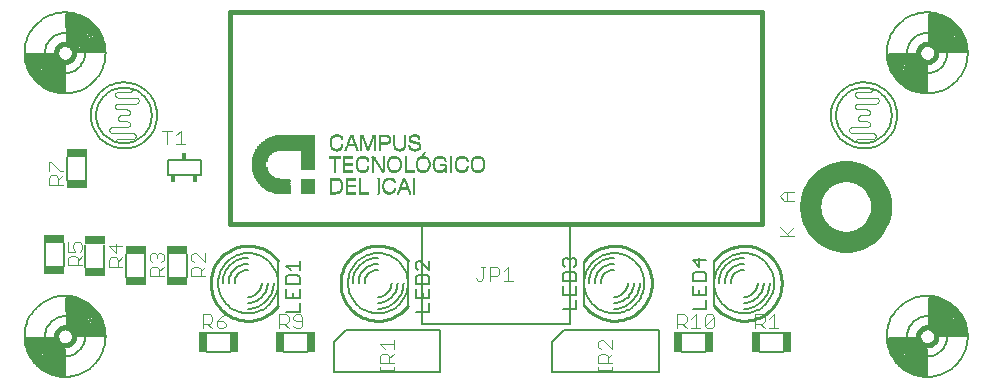
<source format=gto>
G75*
%MOIN*%
%OFA0B0*%
%FSLAX24Y24*%
%IPPOS*%
%LPD*%
%AMOC8*
5,1,8,0,0,1.08239X$1,22.5*
%
%ADD10C,0.0160*%
%ADD11R,0.0077X0.0005*%
%ADD12R,0.0128X0.0005*%
%ADD13R,0.0189X0.0005*%
%ADD14R,0.0358X0.0005*%
%ADD15R,0.0343X0.0005*%
%ADD16R,0.0067X0.0005*%
%ADD17R,0.0164X0.0005*%
%ADD18R,0.0072X0.0005*%
%ADD19R,0.0241X0.0005*%
%ADD20R,0.0363X0.0005*%
%ADD21R,0.0348X0.0005*%
%ADD22R,0.0194X0.0005*%
%ADD23R,0.0379X0.0005*%
%ADD24R,0.0491X0.0005*%
%ADD25R,0.0266X0.0005*%
%ADD26R,0.0220X0.0005*%
%ADD27R,0.0430X0.0005*%
%ADD28R,0.0281X0.0005*%
%ADD29R,0.0082X0.0005*%
%ADD30R,0.0466X0.0005*%
%ADD31R,0.0297X0.0005*%
%ADD32R,0.0256X0.0005*%
%ADD33R,0.0307X0.0005*%
%ADD34R,0.0271X0.0005*%
%ADD35R,0.0517X0.0005*%
%ADD36R,0.0317X0.0005*%
%ADD37R,0.0287X0.0005*%
%ADD38R,0.0537X0.0005*%
%ADD39R,0.0328X0.0005*%
%ADD40R,0.0558X0.0005*%
%ADD41R,0.0338X0.0005*%
%ADD42R,0.0312X0.0005*%
%ADD43R,0.0578X0.0005*%
%ADD44R,0.0322X0.0005*%
%ADD45R,0.0594X0.0005*%
%ADD46R,0.0133X0.0005*%
%ADD47R,0.0609X0.0005*%
%ADD48R,0.0353X0.0005*%
%ADD49R,0.0118X0.0005*%
%ADD50R,0.0113X0.0005*%
%ADD51R,0.0624X0.0005*%
%ADD52R,0.0154X0.0005*%
%ADD53R,0.0107X0.0005*%
%ADD54R,0.0102X0.0005*%
%ADD55R,0.0640X0.0005*%
%ADD56R,0.0097X0.0005*%
%ADD57R,0.0655X0.0005*%
%ADD58R,0.0092X0.0005*%
%ADD59R,0.0665X0.0005*%
%ADD60R,0.0681X0.0005*%
%ADD61R,0.0087X0.0005*%
%ADD62R,0.0691X0.0005*%
%ADD63R,0.0701X0.0005*%
%ADD64R,0.0717X0.0005*%
%ADD65R,0.0727X0.0005*%
%ADD66R,0.0737X0.0005*%
%ADD67R,0.0747X0.0005*%
%ADD68R,0.0757X0.0005*%
%ADD69R,0.0768X0.0005*%
%ADD70R,0.0773X0.0005*%
%ADD71R,0.0783X0.0005*%
%ADD72R,0.0793X0.0005*%
%ADD73R,0.0804X0.0005*%
%ADD74R,0.0809X0.0005*%
%ADD75R,0.0819X0.0005*%
%ADD76R,0.0824X0.0005*%
%ADD77R,0.0834X0.0005*%
%ADD78R,0.0844X0.0005*%
%ADD79R,0.0850X0.0005*%
%ADD80R,0.0860X0.0005*%
%ADD81R,0.0865X0.0005*%
%ADD82R,0.0870X0.0005*%
%ADD83R,0.0880X0.0005*%
%ADD84R,0.0333X0.0005*%
%ADD85R,0.0885X0.0005*%
%ADD86R,0.0891X0.0005*%
%ADD87R,0.0901X0.0005*%
%ADD88R,0.0906X0.0005*%
%ADD89R,0.0911X0.0005*%
%ADD90R,0.0916X0.0005*%
%ADD91R,0.0926X0.0005*%
%ADD92R,0.0931X0.0005*%
%ADD93R,0.0937X0.0005*%
%ADD94R,0.0942X0.0005*%
%ADD95R,0.0947X0.0005*%
%ADD96R,0.0957X0.0005*%
%ADD97R,0.0962X0.0005*%
%ADD98R,0.0967X0.0005*%
%ADD99R,0.0972X0.0005*%
%ADD100R,0.0978X0.0005*%
%ADD101R,0.0983X0.0005*%
%ADD102R,0.0988X0.0005*%
%ADD103R,0.0993X0.0005*%
%ADD104R,0.0998X0.0005*%
%ADD105R,0.1003X0.0005*%
%ADD106R,0.1008X0.0005*%
%ADD107R,0.1013X0.0005*%
%ADD108R,0.1019X0.0005*%
%ADD109R,0.1024X0.0005*%
%ADD110R,0.1029X0.0005*%
%ADD111R,0.1034X0.0005*%
%ADD112R,0.1039X0.0005*%
%ADD113R,0.1044X0.0005*%
%ADD114R,0.1049X0.0005*%
%ADD115R,0.1054X0.0005*%
%ADD116R,0.1059X0.0005*%
%ADD117R,0.0061X0.0005*%
%ADD118R,0.1065X0.0005*%
%ADD119R,0.1070X0.0005*%
%ADD120R,0.1075X0.0005*%
%ADD121R,0.1080X0.0005*%
%ADD122R,0.1085X0.0005*%
%ADD123R,0.1090X0.0005*%
%ADD124R,0.1095X0.0005*%
%ADD125R,0.1100X0.0005*%
%ADD126R,0.1106X0.0005*%
%ADD127R,0.1111X0.0005*%
%ADD128R,0.1116X0.0005*%
%ADD129R,0.1121X0.0005*%
%ADD130R,0.1126X0.0005*%
%ADD131R,0.0123X0.0005*%
%ADD132R,0.0143X0.0005*%
%ADD133R,0.1131X0.0005*%
%ADD134R,0.1136X0.0005*%
%ADD135R,0.1141X0.0005*%
%ADD136R,0.0302X0.0005*%
%ADD137R,0.1146X0.0005*%
%ADD138R,0.0292X0.0005*%
%ADD139R,0.1152X0.0005*%
%ADD140R,0.0261X0.0005*%
%ADD141R,0.0251X0.0005*%
%ADD142R,0.0200X0.0005*%
%ADD143R,0.0711X0.0005*%
%ADD144R,0.0210X0.0005*%
%ADD145R,0.0169X0.0005*%
%ADD146R,0.0138X0.0005*%
%ADD147R,0.0686X0.0005*%
%ADD148R,0.0670X0.0005*%
%ADD149R,0.0650X0.0005*%
%ADD150R,0.0635X0.0005*%
%ADD151R,0.0630X0.0005*%
%ADD152R,0.0614X0.0005*%
%ADD153R,0.0604X0.0005*%
%ADD154R,0.0599X0.0005*%
%ADD155R,0.0583X0.0005*%
%ADD156R,0.0573X0.0005*%
%ADD157R,0.0568X0.0005*%
%ADD158R,0.0563X0.0005*%
%ADD159R,0.0553X0.0005*%
%ADD160R,0.0548X0.0005*%
%ADD161R,0.0543X0.0005*%
%ADD162R,0.0532X0.0005*%
%ADD163R,0.0041X0.0005*%
%ADD164R,0.0184X0.0005*%
%ADD165R,0.0046X0.0005*%
%ADD166R,0.0527X0.0005*%
%ADD167R,0.0215X0.0005*%
%ADD168R,0.0205X0.0005*%
%ADD169R,0.0235X0.0005*%
%ADD170R,0.0230X0.0005*%
%ADD171R,0.0051X0.0005*%
%ADD172R,0.0246X0.0005*%
%ADD173R,0.0522X0.0005*%
%ADD174R,0.0056X0.0005*%
%ADD175R,0.0512X0.0005*%
%ADD176R,0.0148X0.0005*%
%ADD177R,0.0507X0.0005*%
%ADD178R,0.0502X0.0005*%
%ADD179R,0.0496X0.0005*%
%ADD180R,0.0225X0.0005*%
%ADD181R,0.0420X0.0005*%
%ADD182R,0.0276X0.0005*%
%ADD183R,0.0174X0.0005*%
%ADD184R,0.0619X0.0005*%
%ADD185R,0.0732X0.0005*%
%ADD186R,0.0814X0.0005*%
%ADD187R,0.1976X0.0005*%
%ADD188R,0.1970X0.0005*%
%ADD189R,0.1965X0.0005*%
%ADD190R,0.1960X0.0005*%
%ADD191R,0.1955X0.0005*%
%ADD192R,0.1950X0.0005*%
%ADD193R,0.1945X0.0005*%
%ADD194R,0.1940X0.0005*%
%ADD195R,0.1935X0.0005*%
%ADD196R,0.1930X0.0005*%
%ADD197R,0.1924X0.0005*%
%ADD198R,0.1919X0.0005*%
%ADD199R,0.1914X0.0005*%
%ADD200R,0.1909X0.0005*%
%ADD201R,0.1904X0.0005*%
%ADD202R,0.1899X0.0005*%
%ADD203R,0.1894X0.0005*%
%ADD204R,0.1889X0.0005*%
%ADD205R,0.1883X0.0005*%
%ADD206R,0.1878X0.0005*%
%ADD207R,0.1873X0.0005*%
%ADD208R,0.1868X0.0005*%
%ADD209R,0.1863X0.0005*%
%ADD210R,0.1858X0.0005*%
%ADD211R,0.1853X0.0005*%
%ADD212R,0.1848X0.0005*%
%ADD213R,0.1843X0.0005*%
%ADD214R,0.1837X0.0005*%
%ADD215R,0.1832X0.0005*%
%ADD216R,0.1827X0.0005*%
%ADD217R,0.1822X0.0005*%
%ADD218R,0.1817X0.0005*%
%ADD219R,0.1812X0.0005*%
%ADD220R,0.1807X0.0005*%
%ADD221R,0.1802X0.0005*%
%ADD222R,0.1796X0.0005*%
%ADD223R,0.1791X0.0005*%
%ADD224R,0.1786X0.0005*%
%ADD225R,0.1776X0.0005*%
%ADD226R,0.1771X0.0005*%
%ADD227R,0.1766X0.0005*%
%ADD228R,0.1761X0.0005*%
%ADD229R,0.1756X0.0005*%
%ADD230R,0.1750X0.0005*%
%ADD231R,0.1740X0.0005*%
%ADD232R,0.1735X0.0005*%
%ADD233R,0.1730X0.0005*%
%ADD234R,0.1725X0.0005*%
%ADD235R,0.0159X0.0005*%
%ADD236R,0.1715X0.0005*%
%ADD237R,0.1709X0.0005*%
%ADD238R,0.1704X0.0005*%
%ADD239R,0.1694X0.0005*%
%ADD240R,0.1689X0.0005*%
%ADD241R,0.1679X0.0005*%
%ADD242R,0.1674X0.0005*%
%ADD243R,0.1669X0.0005*%
%ADD244R,0.1658X0.0005*%
%ADD245R,0.1648X0.0005*%
%ADD246R,0.1643X0.0005*%
%ADD247R,0.1633X0.0005*%
%ADD248R,0.1628X0.0005*%
%ADD249R,0.1617X0.0005*%
%ADD250R,0.1607X0.0005*%
%ADD251R,0.1597X0.0005*%
%ADD252R,0.1587X0.0005*%
%ADD253R,0.1581X0.0005*%
%ADD254R,0.1571X0.0005*%
%ADD255R,0.1561X0.0005*%
%ADD256R,0.1551X0.0005*%
%ADD257R,0.1535X0.0005*%
%ADD258R,0.1525X0.0005*%
%ADD259R,0.1515X0.0005*%
%ADD260R,0.1505X0.0005*%
%ADD261R,0.1489X0.0005*%
%ADD262R,0.1479X0.0005*%
%ADD263R,0.1464X0.0005*%
%ADD264R,0.1448X0.0005*%
%ADD265R,0.1433X0.0005*%
%ADD266R,0.1418X0.0005*%
%ADD267R,0.1402X0.0005*%
%ADD268R,0.1382X0.0005*%
%ADD269R,0.1361X0.0005*%
%ADD270R,0.1341X0.0005*%
%ADD271R,0.1315X0.0005*%
%ADD272R,0.1290X0.0005*%
%ADD273R,0.1254X0.0005*%
%ADD274R,0.1203X0.0005*%
%ADD275R,0.0039X0.0354*%
%ADD276R,0.0039X0.0315*%
%ADD277R,0.0039X0.4016*%
%ADD278R,0.1024X0.0039*%
%ADD279R,0.0630X0.0039*%
%ADD280R,0.0236X0.0039*%
%ADD281R,0.0039X0.0236*%
%ADD282R,0.0039X0.0157*%
%ADD283R,0.0039X0.0630*%
%ADD284R,0.1142X0.0039*%
%ADD285R,0.0787X0.0039*%
%ADD286R,0.0039X0.0787*%
%ADD287R,0.1220X0.0039*%
%ADD288R,0.0906X0.0039*%
%ADD289R,0.0039X0.0276*%
%ADD290R,0.0039X0.0906*%
%ADD291R,0.0039X0.0866*%
%ADD292R,0.1260X0.0039*%
%ADD293R,0.0945X0.0039*%
%ADD294R,0.0039X0.0945*%
%ADD295R,0.0984X0.0039*%
%ADD296R,0.0039X0.0984*%
%ADD297R,0.0039X0.1024*%
%ADD298R,0.0039X0.0394*%
%ADD299R,0.0276X0.0039*%
%ADD300R,0.0039X0.0472*%
%ADD301R,0.0039X0.0197*%
%ADD302R,0.0039X0.0551*%
%ADD303R,0.0197X0.0039*%
%ADD304R,0.0315X0.0039*%
%ADD305R,0.0866X0.0039*%
%ADD306R,0.0827X0.0039*%
%ADD307R,0.0748X0.0039*%
%ADD308R,0.0039X0.0512*%
%ADD309R,0.0039X0.0709*%
%ADD310R,0.0039X0.0669*%
%ADD311R,0.0039X0.0433*%
%ADD312R,0.0039X0.0827*%
%ADD313R,0.0709X0.0039*%
%ADD314R,0.1181X0.0039*%
%ADD315R,0.1063X0.0039*%
%ADD316R,0.0039X0.0079*%
%ADD317C,0.0040*%
%ADD318C,0.0080*%
%ADD319C,0.0100*%
%ADD320C,0.0060*%
%ADD321C,0.0050*%
%ADD322R,0.0290X0.0690*%
%ADD323R,0.0690X0.0290*%
%ADD324R,0.0180X0.0230*%
%ADD325C,0.0700*%
%ADD326C,0.0098*%
%ADD327C,0.0180*%
D10*
X007312Y006093D02*
X007312Y013180D01*
X025028Y013180D01*
X025028Y006093D01*
X007312Y006093D01*
D11*
X011008Y007215D03*
X011013Y007221D03*
X011013Y007226D03*
X011019Y007231D03*
X011019Y007236D03*
X011024Y007251D03*
X011034Y007400D03*
X011029Y007430D03*
X011024Y007446D03*
X011024Y007451D03*
X011019Y007461D03*
X011019Y007466D03*
X011013Y007471D03*
X011013Y007476D03*
X011546Y007927D03*
X011541Y007937D03*
X011541Y007942D03*
X011535Y007947D03*
X011535Y007952D03*
X011530Y007963D03*
X011530Y007968D03*
X011525Y007983D03*
X011520Y008009D03*
X011883Y007906D03*
X011889Y007917D03*
X011894Y007927D03*
X011899Y007937D03*
X012196Y008132D03*
X012201Y008126D03*
X012206Y008116D03*
X012211Y008111D03*
X012211Y008106D03*
X012216Y008101D03*
X012221Y008096D03*
X012221Y008091D03*
X012226Y008085D03*
X012231Y008080D03*
X012231Y008075D03*
X012237Y008070D03*
X012242Y008060D03*
X012247Y008055D03*
X012252Y008045D03*
X012257Y008039D03*
X012262Y008029D03*
X012267Y008024D03*
X012272Y008014D03*
X012278Y008009D03*
X012278Y008004D03*
X012283Y007998D03*
X012288Y007993D03*
X012288Y007988D03*
X012293Y007983D03*
X012298Y007973D03*
X012303Y007968D03*
X012308Y007958D03*
X012313Y007952D03*
X012319Y007942D03*
X012324Y007937D03*
X012329Y007927D03*
X012334Y007922D03*
X012339Y007911D03*
X012411Y007804D03*
X012595Y007932D03*
X012595Y007937D03*
X012590Y007942D03*
X012590Y007947D03*
X012585Y007958D03*
X012580Y007973D03*
X012600Y007927D03*
X012605Y007917D03*
X012580Y008157D03*
X012585Y008172D03*
X012590Y008183D03*
X012590Y008188D03*
X012595Y008193D03*
X012595Y008198D03*
X012600Y008203D03*
X012605Y008213D03*
X012191Y008142D03*
X012185Y008147D03*
X012180Y008157D03*
X012175Y008162D03*
X012170Y008172D03*
X012165Y008178D03*
X012165Y008183D03*
X012160Y008188D03*
X012155Y008193D03*
X012155Y008198D03*
X012150Y008203D03*
X012144Y008208D03*
X012144Y008213D03*
X011904Y008188D03*
X011899Y008203D03*
X011894Y008213D03*
X011889Y008224D03*
X011556Y008219D03*
X011551Y008208D03*
X011546Y008203D03*
X011546Y008198D03*
X011541Y008193D03*
X011541Y008188D03*
X011535Y008178D03*
X011551Y008531D03*
X011551Y008536D03*
X011546Y008541D03*
X011546Y008546D03*
X011541Y008556D03*
X011541Y008561D03*
X011535Y008567D03*
X011535Y008572D03*
X011535Y008577D03*
X011530Y008582D03*
X011530Y008587D03*
X011530Y008592D03*
X011525Y008597D03*
X011525Y008602D03*
X011520Y008608D03*
X011520Y008613D03*
X011520Y008618D03*
X011515Y008623D03*
X011515Y008628D03*
X011510Y008638D03*
X011510Y008643D03*
X011505Y008654D03*
X011500Y008664D03*
X011500Y008669D03*
X011494Y008679D03*
X011464Y008761D03*
X011162Y008577D03*
X011152Y008551D03*
X011146Y008536D03*
X011024Y008633D03*
X011024Y008638D03*
X011029Y008643D03*
X011029Y008648D03*
X011034Y008659D03*
X011039Y008674D03*
X011019Y008628D03*
X010676Y008659D03*
X010676Y008664D03*
X010670Y008669D03*
X010670Y008674D03*
X010665Y008684D03*
X010665Y008689D03*
X010660Y008705D03*
X010660Y008710D03*
X010655Y008730D03*
X010655Y008735D03*
X010665Y008884D03*
X010670Y008899D03*
X010676Y008910D03*
X010676Y008915D03*
X010681Y008920D03*
X010681Y008925D03*
X010686Y008930D03*
X010691Y008940D03*
X011024Y008945D03*
X011029Y008940D03*
X011029Y008935D03*
X011034Y008925D03*
X011039Y008910D03*
X011904Y008546D03*
X012620Y008838D03*
X012620Y008843D03*
X012626Y008848D03*
X012626Y008853D03*
X012631Y008889D03*
X012631Y008894D03*
X012631Y008899D03*
X012626Y008935D03*
X012620Y008945D03*
X012620Y008950D03*
X012784Y008679D03*
X012789Y008659D03*
X012789Y008654D03*
X012789Y008648D03*
X012794Y008643D03*
X012794Y008638D03*
X012800Y008628D03*
X012958Y008515D03*
X013112Y008623D03*
X013117Y008633D03*
X013117Y008638D03*
X013122Y008648D03*
X013127Y008669D03*
X013291Y008638D03*
X013296Y008628D03*
X013613Y008608D03*
X013619Y008618D03*
X013624Y008628D03*
X013629Y008689D03*
X013629Y008695D03*
X013624Y008705D03*
X013793Y008459D03*
X013787Y008454D03*
X013777Y008439D03*
X013920Y008208D03*
X013926Y008198D03*
X013926Y008193D03*
X013931Y008188D03*
X013931Y008183D03*
X013936Y008178D03*
X013936Y008172D03*
X013941Y008162D03*
X014100Y008162D03*
X014105Y008172D03*
X014105Y008178D03*
X014110Y008188D03*
X014115Y008198D03*
X014120Y008208D03*
X014084Y008065D03*
X014084Y008050D03*
X014089Y008004D03*
X014094Y007983D03*
X014100Y007968D03*
X014100Y007963D03*
X014105Y007952D03*
X014110Y007942D03*
X014110Y007937D03*
X014115Y007932D03*
X014120Y007922D03*
X013941Y007968D03*
X013936Y007958D03*
X013936Y007952D03*
X013931Y007947D03*
X013931Y007942D03*
X013926Y007937D03*
X013926Y007932D03*
X013920Y007927D03*
X013915Y007917D03*
X013946Y007988D03*
X014489Y007947D03*
X014489Y007942D03*
X014831Y008004D03*
X014831Y008009D03*
X014837Y007983D03*
X014837Y007978D03*
X014842Y007968D03*
X014842Y007963D03*
X014847Y007952D03*
X014847Y007947D03*
X014852Y007942D03*
X014852Y007937D03*
X014857Y007927D03*
X015195Y007906D03*
X015200Y007917D03*
X015205Y007927D03*
X015364Y007973D03*
X015369Y007958D03*
X015374Y007947D03*
X015374Y007942D03*
X015379Y007937D03*
X015379Y007932D03*
X015384Y007927D03*
X015389Y007917D03*
X015359Y008142D03*
X015364Y008157D03*
X015369Y008172D03*
X015374Y008183D03*
X015374Y008188D03*
X015379Y008193D03*
X015379Y008198D03*
X015384Y008203D03*
X015389Y008213D03*
X015210Y008203D03*
X015210Y008198D03*
X015205Y008208D03*
X015205Y008213D03*
X015200Y008224D03*
X015737Y008219D03*
X015743Y008208D03*
X015748Y008203D03*
X015748Y008198D03*
X015753Y008193D03*
X015753Y008188D03*
X015758Y008183D03*
X015758Y008178D03*
X015763Y008167D03*
X015768Y008152D03*
X015773Y008132D03*
X015778Y008096D03*
X015768Y007978D03*
X015763Y007963D03*
X015758Y007952D03*
X015758Y007947D03*
X015753Y007942D03*
X015753Y007937D03*
X015748Y007932D03*
X015743Y007922D03*
X014867Y008219D03*
X014862Y008213D03*
X014862Y008208D03*
X014857Y008203D03*
X014857Y008198D03*
X014852Y008193D03*
X014852Y008188D03*
X014847Y008178D03*
X014478Y008198D03*
X014473Y008208D03*
X014473Y008213D03*
X014468Y008219D03*
X014463Y008229D03*
X013562Y008208D03*
X013557Y008198D03*
X013552Y008193D03*
X013552Y008188D03*
X013547Y008178D03*
X013542Y008162D03*
X013537Y008147D03*
X013531Y008126D03*
X013526Y008050D03*
X013537Y007983D03*
X013542Y007968D03*
X013547Y007952D03*
X013552Y007942D03*
X013552Y007937D03*
X013557Y007932D03*
X013562Y007922D03*
X012994Y008034D03*
X012984Y007978D03*
X012979Y007963D03*
X012974Y007952D03*
X012974Y007947D03*
X012969Y007942D03*
X012969Y007937D03*
X012963Y007932D03*
X012958Y007922D03*
X012994Y008096D03*
X012989Y008132D03*
X012984Y008152D03*
X012979Y008167D03*
X012974Y008178D03*
X012974Y008183D03*
X012969Y008188D03*
X012969Y008193D03*
X012963Y008198D03*
X012963Y008203D03*
X012958Y008208D03*
X012953Y008219D03*
X013107Y007604D03*
X012789Y007487D03*
X012789Y007482D03*
X012784Y007492D03*
X012784Y007497D03*
X012794Y007471D03*
X012794Y007226D03*
X012789Y007210D03*
X012784Y007200D03*
X012779Y007195D03*
X012779Y007190D03*
X012922Y007144D03*
X012907Y007103D03*
X012902Y007087D03*
X012615Y007072D03*
X012441Y007200D03*
X012436Y007210D03*
X012431Y007221D03*
X012431Y007226D03*
X012426Y007231D03*
X012426Y007236D03*
X012421Y007246D03*
X012421Y007251D03*
X012416Y007267D03*
X012416Y007272D03*
X012411Y007302D03*
X012426Y007451D03*
X012431Y007466D03*
X012436Y007476D03*
X012441Y007482D03*
X012441Y007487D03*
X012446Y007492D03*
X012452Y007502D03*
X013224Y007308D03*
X013255Y007231D03*
X013255Y007226D03*
X013260Y007215D03*
X013260Y007210D03*
X013265Y007200D03*
X013270Y007190D03*
X013270Y007185D03*
X013276Y007174D03*
X013276Y007169D03*
X013281Y007164D03*
X013281Y007159D03*
X013281Y007154D03*
X013286Y007149D03*
X013286Y007144D03*
X013291Y007134D03*
X013291Y007128D03*
X013296Y007123D03*
X013296Y007118D03*
X013296Y007113D03*
X013301Y007108D03*
X013301Y007103D03*
X013306Y007093D03*
X013306Y007087D03*
X013301Y008884D03*
X013301Y008889D03*
X013306Y008956D03*
X013311Y008966D03*
X013593Y008961D03*
X013593Y008956D03*
X013598Y008950D03*
D12*
X013342Y008843D03*
X013567Y008577D03*
X013061Y008577D03*
X012887Y008275D03*
X012677Y008275D03*
X012093Y008249D03*
X011832Y008275D03*
X011622Y008275D03*
X010860Y008521D03*
X010957Y008577D03*
X010967Y008997D03*
X010757Y008997D03*
X011704Y008976D03*
X011704Y008971D03*
X011704Y008966D03*
X012098Y008966D03*
X012098Y008961D03*
X012580Y008986D03*
X013634Y008275D03*
X014192Y008275D03*
X014407Y008275D03*
X014934Y008275D03*
X015144Y008275D03*
X015461Y008275D03*
X015671Y008275D03*
X015563Y007799D03*
X015133Y007855D03*
X015031Y007799D03*
X014463Y007881D03*
X013741Y007799D03*
X013107Y007543D03*
X013107Y007538D03*
X012723Y007553D03*
X012513Y007553D03*
X012385Y007881D03*
X012779Y007799D03*
X011822Y007855D03*
X012615Y007077D03*
X012718Y007134D03*
X010942Y007149D03*
D13*
X010737Y007082D03*
X013741Y007809D03*
D14*
X013104Y007246D03*
X011338Y007082D03*
X010821Y007548D03*
X011241Y007804D03*
X011241Y008270D03*
X011241Y008275D03*
X011241Y008280D03*
X011241Y008285D03*
X011241Y008290D03*
X011241Y008295D03*
X011241Y008300D03*
X011241Y008306D03*
X011241Y008311D03*
X011241Y008316D03*
X011241Y008321D03*
X011241Y008326D03*
X011349Y008684D03*
X011349Y008689D03*
X011349Y008695D03*
X012454Y008787D03*
X012454Y008792D03*
X012454Y008997D03*
X012454Y009002D03*
D15*
X012446Y009012D03*
X012446Y008771D03*
X011351Y008710D03*
X013286Y007804D03*
X013107Y007267D03*
X011776Y007082D03*
X011326Y007323D03*
X011326Y007328D03*
X011326Y007333D03*
X011326Y007338D03*
X011326Y007343D03*
X011326Y007348D03*
X011326Y007354D03*
X011326Y007359D03*
X011326Y007364D03*
X011326Y007369D03*
X011326Y007374D03*
X011326Y007379D03*
X010814Y007563D03*
X010814Y007128D03*
D16*
X011034Y007302D03*
X011638Y007604D03*
X012247Y007604D03*
X012416Y007911D03*
X012416Y007917D03*
X012416Y007922D03*
X012416Y007927D03*
X012416Y007932D03*
X012416Y007937D03*
X012416Y007942D03*
X012416Y007947D03*
X012416Y007952D03*
X012416Y007958D03*
X012416Y007963D03*
X012416Y007968D03*
X012416Y007973D03*
X012416Y007978D03*
X012416Y007983D03*
X012416Y007988D03*
X012416Y007993D03*
X012416Y007998D03*
X012416Y008004D03*
X012416Y008009D03*
X012416Y008014D03*
X012416Y008019D03*
X012416Y008024D03*
X012416Y008029D03*
X012416Y008034D03*
X012416Y008039D03*
X012416Y008045D03*
X012416Y008050D03*
X012416Y008055D03*
X012416Y008060D03*
X012416Y008065D03*
X012416Y008070D03*
X012416Y008075D03*
X012416Y008080D03*
X012416Y008085D03*
X012416Y008091D03*
X012416Y008096D03*
X012416Y008101D03*
X012416Y008106D03*
X012416Y008111D03*
X012416Y008116D03*
X012416Y008121D03*
X012416Y008126D03*
X012416Y008132D03*
X012416Y008137D03*
X012416Y008142D03*
X012416Y008147D03*
X012416Y008152D03*
X012416Y008157D03*
X012416Y008162D03*
X012416Y008167D03*
X012416Y008172D03*
X012416Y008178D03*
X012416Y008183D03*
X012416Y008188D03*
X012416Y008193D03*
X012416Y008198D03*
X012416Y008203D03*
X012416Y008208D03*
X012416Y008213D03*
X012416Y008219D03*
X012416Y008224D03*
X012416Y008229D03*
X012416Y008234D03*
X012416Y008239D03*
X012416Y008244D03*
X012416Y008249D03*
X012416Y008254D03*
X012416Y008260D03*
X012416Y008265D03*
X012416Y008270D03*
X012416Y008275D03*
X012416Y008280D03*
X012416Y008285D03*
X012416Y008290D03*
X012416Y008295D03*
X012416Y008300D03*
X012416Y008306D03*
X012416Y008311D03*
X012416Y008316D03*
X012416Y008321D03*
X012416Y008326D03*
X012313Y008526D03*
X012129Y008526D03*
X012129Y008531D03*
X012129Y008536D03*
X012129Y008541D03*
X012129Y008546D03*
X012129Y008551D03*
X012129Y008556D03*
X012129Y008561D03*
X012129Y008567D03*
X012129Y008572D03*
X012129Y008577D03*
X012129Y008582D03*
X012129Y008587D03*
X012129Y008592D03*
X012129Y008597D03*
X012129Y008602D03*
X012129Y008608D03*
X012129Y008613D03*
X012129Y008618D03*
X012129Y008623D03*
X012129Y008628D03*
X012129Y008633D03*
X012129Y008638D03*
X012129Y008643D03*
X012129Y008648D03*
X012129Y008654D03*
X012129Y008659D03*
X012129Y008664D03*
X012129Y008669D03*
X012129Y008674D03*
X012129Y008679D03*
X012129Y008684D03*
X012129Y008689D03*
X012129Y008695D03*
X012129Y008700D03*
X012129Y008705D03*
X012129Y008710D03*
X012129Y008715D03*
X012129Y008720D03*
X012129Y008725D03*
X012129Y008730D03*
X012129Y008735D03*
X012129Y008741D03*
X012129Y008746D03*
X012129Y008751D03*
X012129Y008756D03*
X012129Y008761D03*
X012129Y008766D03*
X012129Y008771D03*
X012129Y008776D03*
X012129Y008782D03*
X012129Y008787D03*
X012129Y008792D03*
X012129Y008797D03*
X012129Y008802D03*
X012129Y008807D03*
X012129Y008812D03*
X012129Y008817D03*
X012129Y008822D03*
X012129Y008828D03*
X012129Y008833D03*
X012129Y008838D03*
X012129Y008843D03*
X012129Y008848D03*
X012129Y008853D03*
X012129Y008858D03*
X012129Y008863D03*
X012129Y008869D03*
X012129Y008874D03*
X012129Y008879D03*
X012129Y008884D03*
X012129Y008889D03*
X012129Y008894D03*
X012129Y008899D03*
X012129Y008904D03*
X012129Y008910D03*
X012129Y008915D03*
X012129Y008920D03*
X012129Y008925D03*
X012129Y008930D03*
X012129Y008935D03*
X012129Y008940D03*
X012129Y008945D03*
X012129Y008950D03*
X012057Y008940D03*
X012047Y008915D03*
X012042Y008899D03*
X012032Y008874D03*
X012027Y008858D03*
X012022Y008848D03*
X012017Y008833D03*
X012011Y008817D03*
X012006Y008807D03*
X012001Y008792D03*
X011991Y008766D03*
X011986Y008751D03*
X011976Y008725D03*
X011970Y008710D03*
X011960Y008684D03*
X011955Y008669D03*
X011945Y008643D03*
X011940Y008628D03*
X011863Y008633D03*
X011858Y008648D03*
X011848Y008674D03*
X011843Y008689D03*
X011832Y008715D03*
X011827Y008730D03*
X011817Y008756D03*
X011812Y008771D03*
X011802Y008797D03*
X011796Y008812D03*
X011786Y008838D03*
X011781Y008853D03*
X011771Y008879D03*
X011766Y008894D03*
X011756Y008920D03*
X011750Y008935D03*
X011448Y008802D03*
X011433Y008843D03*
X011428Y008858D03*
X011423Y008869D03*
X011423Y008874D03*
X011418Y008884D03*
X011413Y008894D03*
X011413Y008899D03*
X011407Y008910D03*
X011407Y008915D03*
X011402Y008920D03*
X011402Y008925D03*
X011402Y008930D03*
X011397Y008935D03*
X011397Y008940D03*
X011397Y008945D03*
X011392Y008950D03*
X011392Y008956D03*
X011387Y008961D03*
X011387Y008966D03*
X011387Y008971D03*
X011382Y008976D03*
X011310Y008971D03*
X011305Y008956D03*
X011300Y008940D03*
X011295Y008930D03*
X011295Y008925D03*
X011290Y008915D03*
X011285Y008904D03*
X011285Y008899D03*
X011280Y008889D03*
X011280Y008884D03*
X011274Y008879D03*
X011274Y008874D03*
X011274Y008869D03*
X011269Y008863D03*
X011269Y008858D03*
X011264Y008853D03*
X011264Y008848D03*
X011264Y008843D03*
X011259Y008838D03*
X011259Y008833D03*
X011259Y008828D03*
X011254Y008822D03*
X011254Y008817D03*
X011249Y008807D03*
X011249Y008802D03*
X011244Y008792D03*
X011239Y008782D03*
X011239Y008776D03*
X011233Y008766D03*
X011228Y008751D03*
X011044Y008695D03*
X011904Y008536D03*
X011520Y008121D03*
X010793Y007804D03*
X012247Y007082D03*
X012948Y007210D03*
X012984Y007302D03*
X012989Y007318D03*
X012994Y007328D03*
X012994Y007333D03*
X012999Y007343D03*
X012999Y007348D03*
X013004Y007359D03*
X013009Y007369D03*
X013009Y007374D03*
X013015Y007384D03*
X013015Y007389D03*
X013020Y007395D03*
X013020Y007400D03*
X013020Y007405D03*
X013025Y007410D03*
X013025Y007415D03*
X013030Y007420D03*
X013030Y007425D03*
X013030Y007430D03*
X013035Y007435D03*
X013035Y007441D03*
X013040Y007451D03*
X013040Y007456D03*
X013045Y007466D03*
X013045Y007471D03*
X013050Y007476D03*
X013050Y007482D03*
X013056Y007492D03*
X013056Y007497D03*
X013061Y007507D03*
X013066Y007522D03*
X013071Y007533D03*
X013143Y007528D03*
X013143Y007522D03*
X013148Y007517D03*
X013148Y007512D03*
X013148Y007507D03*
X013153Y007502D03*
X013153Y007497D03*
X013158Y007492D03*
X013158Y007487D03*
X013158Y007482D03*
X013163Y007476D03*
X013163Y007471D03*
X013168Y007461D03*
X013168Y007456D03*
X013173Y007446D03*
X013173Y007441D03*
X013178Y007430D03*
X013183Y007420D03*
X013183Y007415D03*
X013189Y007405D03*
X013194Y007389D03*
X013434Y007604D03*
X013434Y007082D03*
X014668Y007804D03*
X014494Y007968D03*
X014494Y007973D03*
X014494Y007978D03*
X014494Y007983D03*
X014494Y007988D03*
X014494Y007993D03*
X015220Y007978D03*
X013767Y008423D03*
X013762Y008418D03*
X013757Y008413D03*
X013286Y008654D03*
X013281Y008674D03*
X013281Y008679D03*
X013281Y008684D03*
X013281Y008689D03*
X013281Y008695D03*
X013608Y008910D03*
X013608Y008915D03*
X013608Y008920D03*
X013132Y009048D03*
D17*
X013549Y008761D03*
X013739Y007804D03*
X012782Y007804D03*
X011722Y007804D03*
X010857Y008526D03*
X012613Y007082D03*
X015034Y007804D03*
X015566Y007804D03*
D18*
X015566Y007794D03*
X015371Y007952D03*
X015366Y007963D03*
X015366Y007968D03*
X015361Y007978D03*
X015361Y007983D03*
X015361Y007988D03*
X015356Y007993D03*
X015356Y007998D03*
X015356Y008004D03*
X015356Y008009D03*
X015356Y008014D03*
X015351Y008019D03*
X015351Y008024D03*
X015351Y008029D03*
X015351Y008034D03*
X015351Y008039D03*
X015351Y008045D03*
X015351Y008050D03*
X015351Y008055D03*
X015351Y008060D03*
X015351Y008065D03*
X015351Y008070D03*
X015351Y008075D03*
X015351Y008080D03*
X015351Y008085D03*
X015351Y008091D03*
X015351Y008096D03*
X015351Y008101D03*
X015351Y008106D03*
X015351Y008111D03*
X015356Y008116D03*
X015356Y008121D03*
X015356Y008126D03*
X015356Y008132D03*
X015356Y008137D03*
X015361Y008147D03*
X015361Y008152D03*
X015366Y008162D03*
X015366Y008167D03*
X015371Y008178D03*
X015218Y008178D03*
X015218Y008183D03*
X015213Y008188D03*
X015213Y008193D03*
X015218Y008172D03*
X015760Y008172D03*
X015766Y008162D03*
X015766Y008157D03*
X015771Y008147D03*
X015771Y008142D03*
X015771Y008137D03*
X015776Y008126D03*
X015776Y008121D03*
X015776Y008116D03*
X015776Y008111D03*
X015776Y008106D03*
X015776Y008101D03*
X015781Y008091D03*
X015781Y008085D03*
X015781Y008080D03*
X015781Y008075D03*
X015781Y008070D03*
X015781Y008065D03*
X015781Y008060D03*
X015781Y008055D03*
X015781Y008050D03*
X015781Y008045D03*
X015781Y008039D03*
X015776Y008034D03*
X015776Y008029D03*
X015776Y008024D03*
X015776Y008019D03*
X015776Y008014D03*
X015776Y008009D03*
X015776Y008004D03*
X015771Y007998D03*
X015771Y007993D03*
X015771Y007988D03*
X015771Y007983D03*
X015766Y007973D03*
X015766Y007968D03*
X015760Y007958D03*
X015223Y007983D03*
X015223Y007988D03*
X015223Y007993D03*
X015223Y007998D03*
X015218Y007973D03*
X015218Y007968D03*
X015218Y007963D03*
X015218Y007958D03*
X015213Y007952D03*
X015213Y007947D03*
X015213Y007942D03*
X015208Y007937D03*
X015208Y007932D03*
X015203Y007922D03*
X015034Y007794D03*
X014844Y007958D03*
X014839Y007973D03*
X014834Y007988D03*
X014834Y007993D03*
X014834Y007998D03*
X014829Y008014D03*
X014829Y008019D03*
X014829Y008024D03*
X014829Y008029D03*
X014829Y008034D03*
X014829Y008039D03*
X014829Y008045D03*
X014829Y008050D03*
X014829Y008055D03*
X014829Y008060D03*
X014829Y008065D03*
X014829Y008070D03*
X014829Y008075D03*
X014829Y008080D03*
X014829Y008085D03*
X014829Y008091D03*
X014829Y008096D03*
X014829Y008101D03*
X014829Y008106D03*
X014829Y008111D03*
X014829Y008116D03*
X014829Y008121D03*
X014834Y008126D03*
X014834Y008132D03*
X014834Y008137D03*
X014834Y008142D03*
X014834Y008147D03*
X014839Y008152D03*
X014839Y008157D03*
X014839Y008162D03*
X014844Y008167D03*
X014844Y008172D03*
X014849Y008183D03*
X014665Y008183D03*
X014665Y008188D03*
X014665Y008193D03*
X014665Y008198D03*
X014665Y008203D03*
X014665Y008208D03*
X014665Y008213D03*
X014665Y008219D03*
X014665Y008224D03*
X014665Y008229D03*
X014665Y008234D03*
X014665Y008239D03*
X014665Y008244D03*
X014665Y008249D03*
X014665Y008254D03*
X014665Y008260D03*
X014665Y008265D03*
X014665Y008270D03*
X014665Y008275D03*
X014665Y008280D03*
X014665Y008285D03*
X014665Y008290D03*
X014665Y008295D03*
X014665Y008300D03*
X014665Y008306D03*
X014665Y008311D03*
X014665Y008316D03*
X014665Y008321D03*
X014665Y008326D03*
X014665Y008178D03*
X014665Y008172D03*
X014665Y008167D03*
X014665Y008162D03*
X014665Y008157D03*
X014665Y008152D03*
X014665Y008147D03*
X014665Y008142D03*
X014665Y008137D03*
X014665Y008132D03*
X014665Y008126D03*
X014665Y008121D03*
X014665Y008116D03*
X014665Y008111D03*
X014665Y008106D03*
X014665Y008101D03*
X014665Y008096D03*
X014665Y008091D03*
X014665Y008085D03*
X014665Y008080D03*
X014665Y008075D03*
X014665Y008070D03*
X014665Y008065D03*
X014665Y008060D03*
X014665Y008055D03*
X014665Y008050D03*
X014665Y008045D03*
X014665Y008039D03*
X014665Y008034D03*
X014665Y008029D03*
X014665Y008024D03*
X014665Y008019D03*
X014665Y008014D03*
X014665Y008009D03*
X014665Y008004D03*
X014665Y007998D03*
X014665Y007993D03*
X014665Y007988D03*
X014665Y007983D03*
X014665Y007978D03*
X014665Y007973D03*
X014665Y007968D03*
X014665Y007963D03*
X014665Y007958D03*
X014665Y007952D03*
X014665Y007947D03*
X014665Y007942D03*
X014665Y007937D03*
X014665Y007932D03*
X014665Y007927D03*
X014665Y007922D03*
X014665Y007917D03*
X014665Y007911D03*
X014665Y007906D03*
X014665Y007901D03*
X014665Y007896D03*
X014665Y007891D03*
X014665Y007886D03*
X014665Y007881D03*
X014665Y007876D03*
X014665Y007871D03*
X014665Y007865D03*
X014665Y007860D03*
X014665Y007855D03*
X014665Y007850D03*
X014665Y007845D03*
X014665Y007840D03*
X014665Y007835D03*
X014665Y007830D03*
X014665Y007824D03*
X014665Y007819D03*
X014665Y007814D03*
X014665Y007809D03*
X014491Y007952D03*
X014491Y007958D03*
X014491Y007963D03*
X014107Y007947D03*
X014102Y007958D03*
X014097Y007973D03*
X014097Y007978D03*
X014092Y007988D03*
X014092Y007993D03*
X014092Y007998D03*
X014087Y008009D03*
X014087Y008014D03*
X014087Y008019D03*
X014087Y008024D03*
X014087Y008029D03*
X014087Y008034D03*
X014087Y008039D03*
X014087Y008045D03*
X014082Y008055D03*
X014082Y008060D03*
X014087Y008070D03*
X014087Y008075D03*
X014087Y008080D03*
X014087Y008085D03*
X014087Y008091D03*
X014087Y008096D03*
X014087Y008101D03*
X014087Y008106D03*
X014087Y008111D03*
X014087Y008116D03*
X014092Y008121D03*
X014092Y008126D03*
X014092Y008132D03*
X014092Y008137D03*
X014092Y008142D03*
X014097Y008147D03*
X014097Y008152D03*
X014097Y008157D03*
X014102Y008167D03*
X014107Y008183D03*
X014112Y008193D03*
X013949Y008142D03*
X013949Y008137D03*
X013949Y008132D03*
X013949Y008126D03*
X013949Y008121D03*
X013954Y008116D03*
X013954Y008111D03*
X013954Y008106D03*
X013954Y008101D03*
X013954Y008096D03*
X013954Y008091D03*
X013954Y008085D03*
X013954Y008080D03*
X013954Y008075D03*
X013954Y008070D03*
X013954Y008065D03*
X013954Y008060D03*
X013954Y008055D03*
X013954Y008050D03*
X013954Y008045D03*
X013954Y008039D03*
X013954Y008034D03*
X013954Y008029D03*
X013954Y008024D03*
X013954Y008019D03*
X013954Y008014D03*
X013949Y008009D03*
X013949Y008004D03*
X013949Y007998D03*
X013949Y007993D03*
X013944Y007983D03*
X013944Y007978D03*
X013944Y007973D03*
X013938Y007963D03*
X013944Y008147D03*
X013944Y008152D03*
X013944Y008157D03*
X013938Y008167D03*
X013769Y008428D03*
X013775Y008434D03*
X013780Y008444D03*
X013785Y008449D03*
X013621Y008623D03*
X013626Y008633D03*
X013626Y008638D03*
X013626Y008643D03*
X013631Y008648D03*
X013631Y008654D03*
X013631Y008659D03*
X013631Y008664D03*
X013631Y008669D03*
X013631Y008674D03*
X013631Y008679D03*
X013631Y008684D03*
X013626Y008700D03*
X013462Y008515D03*
X013294Y008633D03*
X013288Y008643D03*
X013288Y008648D03*
X013283Y008659D03*
X013283Y008664D03*
X013283Y008669D03*
X013130Y008674D03*
X013130Y008679D03*
X013130Y008684D03*
X013130Y008689D03*
X013130Y008695D03*
X013130Y008700D03*
X013130Y008705D03*
X013130Y008710D03*
X013130Y008715D03*
X013130Y008720D03*
X013130Y008725D03*
X013130Y008730D03*
X013130Y008735D03*
X013130Y008741D03*
X013130Y008746D03*
X013130Y008751D03*
X013130Y008756D03*
X013130Y008761D03*
X013130Y008766D03*
X013130Y008771D03*
X013130Y008776D03*
X013130Y008782D03*
X013130Y008787D03*
X013130Y008792D03*
X013130Y008797D03*
X013130Y008802D03*
X013130Y008807D03*
X013130Y008812D03*
X013130Y008817D03*
X013130Y008822D03*
X013130Y008828D03*
X013130Y008833D03*
X013130Y008838D03*
X013130Y008843D03*
X013130Y008848D03*
X013130Y008853D03*
X013130Y008858D03*
X013130Y008863D03*
X013130Y008869D03*
X013130Y008874D03*
X013130Y008879D03*
X013130Y008884D03*
X013130Y008889D03*
X013130Y008894D03*
X013130Y008899D03*
X013130Y008904D03*
X013130Y008910D03*
X013130Y008915D03*
X013130Y008920D03*
X013130Y008925D03*
X013130Y008930D03*
X013130Y008935D03*
X013130Y008940D03*
X013130Y008945D03*
X013130Y008950D03*
X013130Y008956D03*
X013130Y008961D03*
X013130Y008966D03*
X013130Y008971D03*
X013130Y008976D03*
X013130Y008981D03*
X013130Y008986D03*
X013130Y008991D03*
X013130Y008997D03*
X013130Y009002D03*
X013130Y009007D03*
X013130Y009012D03*
X013130Y009017D03*
X013130Y009022D03*
X013130Y009027D03*
X013130Y009032D03*
X013130Y009037D03*
X013130Y009043D03*
X013304Y008950D03*
X013304Y008945D03*
X013299Y008940D03*
X013299Y008935D03*
X013299Y008930D03*
X013299Y008925D03*
X013299Y008920D03*
X013299Y008915D03*
X013299Y008910D03*
X013299Y008904D03*
X013299Y008899D03*
X013299Y008894D03*
X013309Y008961D03*
X013601Y008945D03*
X013601Y008940D03*
X013606Y008935D03*
X013606Y008930D03*
X013606Y008925D03*
X013611Y008904D03*
X013611Y008899D03*
X013125Y008664D03*
X013125Y008659D03*
X013125Y008654D03*
X013119Y008643D03*
X012787Y008664D03*
X012787Y008669D03*
X012787Y008674D03*
X012782Y008684D03*
X012782Y008689D03*
X012782Y008695D03*
X012782Y008700D03*
X012782Y008705D03*
X012782Y008710D03*
X012782Y008715D03*
X012782Y008720D03*
X012782Y008725D03*
X012782Y008730D03*
X012782Y008735D03*
X012782Y008741D03*
X012782Y008746D03*
X012782Y008751D03*
X012782Y008756D03*
X012782Y008761D03*
X012782Y008766D03*
X012782Y008771D03*
X012782Y008776D03*
X012782Y008782D03*
X012782Y008787D03*
X012782Y008792D03*
X012782Y008797D03*
X012782Y008802D03*
X012782Y008807D03*
X012782Y008812D03*
X012782Y008817D03*
X012782Y008822D03*
X012782Y008828D03*
X012782Y008833D03*
X012782Y008838D03*
X012782Y008843D03*
X012782Y008848D03*
X012782Y008853D03*
X012782Y008858D03*
X012782Y008863D03*
X012782Y008869D03*
X012782Y008874D03*
X012782Y008879D03*
X012782Y008884D03*
X012782Y008889D03*
X012782Y008894D03*
X012782Y008899D03*
X012782Y008904D03*
X012782Y008910D03*
X012782Y008915D03*
X012782Y008920D03*
X012782Y008925D03*
X012782Y008930D03*
X012782Y008935D03*
X012782Y008940D03*
X012782Y008945D03*
X012782Y008950D03*
X012782Y008956D03*
X012782Y008961D03*
X012782Y008966D03*
X012782Y008971D03*
X012782Y008976D03*
X012782Y008981D03*
X012782Y008986D03*
X012782Y008991D03*
X012782Y008997D03*
X012782Y009002D03*
X012782Y009007D03*
X012782Y009012D03*
X012782Y009017D03*
X012782Y009022D03*
X012782Y009027D03*
X012782Y009032D03*
X012782Y009037D03*
X012782Y009043D03*
X012782Y009048D03*
X012623Y008940D03*
X012628Y008930D03*
X012628Y008925D03*
X012628Y008920D03*
X012628Y008915D03*
X012628Y008910D03*
X012628Y008904D03*
X012628Y008884D03*
X012628Y008879D03*
X012628Y008874D03*
X012628Y008869D03*
X012628Y008863D03*
X012628Y008858D03*
X012311Y008858D03*
X012311Y008853D03*
X012311Y008848D03*
X012311Y008843D03*
X012311Y008838D03*
X012311Y008833D03*
X012311Y008828D03*
X012311Y008822D03*
X012311Y008817D03*
X012311Y008812D03*
X012311Y008807D03*
X012311Y008802D03*
X012311Y008863D03*
X012311Y008869D03*
X012311Y008874D03*
X012311Y008879D03*
X012311Y008884D03*
X012311Y008889D03*
X012311Y008894D03*
X012311Y008899D03*
X012311Y008904D03*
X012311Y008910D03*
X012311Y008915D03*
X012311Y008920D03*
X012311Y008925D03*
X012311Y008930D03*
X012311Y008935D03*
X012311Y008940D03*
X012311Y008945D03*
X012311Y008950D03*
X012311Y008956D03*
X012311Y008961D03*
X012311Y008966D03*
X012311Y008971D03*
X012311Y008976D03*
X012311Y008981D03*
X012311Y008986D03*
X012311Y008735D03*
X012311Y008730D03*
X012311Y008725D03*
X012311Y008720D03*
X012311Y008715D03*
X012311Y008710D03*
X012311Y008705D03*
X012311Y008700D03*
X012311Y008695D03*
X012311Y008689D03*
X012311Y008684D03*
X012311Y008679D03*
X012311Y008674D03*
X012311Y008669D03*
X012311Y008664D03*
X012311Y008659D03*
X012311Y008654D03*
X012311Y008648D03*
X012311Y008643D03*
X012311Y008638D03*
X012311Y008633D03*
X012311Y008628D03*
X012311Y008623D03*
X012311Y008618D03*
X012311Y008613D03*
X012311Y008608D03*
X012311Y008602D03*
X012311Y008597D03*
X012311Y008592D03*
X012311Y008587D03*
X012311Y008582D03*
X012311Y008577D03*
X012311Y008572D03*
X012311Y008567D03*
X012311Y008561D03*
X012311Y008556D03*
X012311Y008551D03*
X012311Y008546D03*
X012311Y008541D03*
X012311Y008536D03*
X012311Y008531D03*
X012070Y008326D03*
X012065Y008213D03*
X012065Y008208D03*
X012065Y008203D03*
X012065Y008198D03*
X012065Y008193D03*
X012065Y008188D03*
X012065Y008183D03*
X012065Y008178D03*
X012065Y008172D03*
X012065Y008167D03*
X012065Y008162D03*
X012065Y008157D03*
X012065Y008152D03*
X012065Y008147D03*
X012065Y008142D03*
X012065Y008137D03*
X012065Y008132D03*
X012065Y008126D03*
X012065Y008121D03*
X012065Y008116D03*
X012065Y008111D03*
X012065Y008106D03*
X012065Y008101D03*
X012065Y008096D03*
X012065Y008091D03*
X012065Y008085D03*
X012065Y008080D03*
X012065Y008075D03*
X012065Y008070D03*
X012065Y008065D03*
X012065Y008060D03*
X012065Y008055D03*
X012065Y008050D03*
X012065Y008045D03*
X012065Y008039D03*
X012065Y008034D03*
X012065Y008029D03*
X012065Y008024D03*
X012065Y008019D03*
X012065Y008014D03*
X012065Y008009D03*
X012065Y008004D03*
X012065Y007998D03*
X012065Y007993D03*
X012065Y007988D03*
X012065Y007983D03*
X012065Y007978D03*
X012065Y007973D03*
X012065Y007968D03*
X012065Y007963D03*
X012065Y007958D03*
X012065Y007952D03*
X012065Y007947D03*
X012065Y007942D03*
X012065Y007937D03*
X012065Y007932D03*
X012065Y007927D03*
X012065Y007922D03*
X012065Y007917D03*
X012065Y007911D03*
X012065Y007906D03*
X012065Y007901D03*
X012065Y007896D03*
X012065Y007891D03*
X012065Y007886D03*
X012065Y007881D03*
X012065Y007876D03*
X012065Y007871D03*
X012065Y007865D03*
X012065Y007860D03*
X012065Y007855D03*
X012065Y007850D03*
X012065Y007845D03*
X012065Y007840D03*
X012065Y007835D03*
X012065Y007830D03*
X012065Y007824D03*
X012065Y007819D03*
X012065Y007814D03*
X012065Y007809D03*
X011891Y007922D03*
X011896Y007932D03*
X011901Y007942D03*
X011901Y007947D03*
X011901Y007952D03*
X011906Y007958D03*
X011906Y007963D03*
X011906Y007968D03*
X011906Y007973D03*
X011912Y007978D03*
X011912Y007983D03*
X011912Y007988D03*
X011912Y007993D03*
X011912Y007998D03*
X011722Y007794D03*
X011533Y007958D03*
X011528Y007973D03*
X011528Y007978D03*
X011523Y007988D03*
X011523Y007993D03*
X011523Y007998D03*
X011523Y008004D03*
X011518Y008014D03*
X011518Y008019D03*
X011518Y008024D03*
X011518Y008029D03*
X011518Y008034D03*
X011518Y008039D03*
X011518Y008045D03*
X011518Y008050D03*
X011518Y008055D03*
X011518Y008060D03*
X011518Y008065D03*
X011518Y008070D03*
X011518Y008075D03*
X011518Y008080D03*
X011518Y008085D03*
X011518Y008091D03*
X011518Y008096D03*
X011518Y008101D03*
X011518Y008106D03*
X011518Y008111D03*
X011518Y008116D03*
X011523Y008126D03*
X011523Y008132D03*
X011523Y008137D03*
X011523Y008142D03*
X011528Y008147D03*
X011528Y008152D03*
X011528Y008157D03*
X011528Y008162D03*
X011533Y008167D03*
X011533Y008172D03*
X011538Y008183D03*
X011896Y008208D03*
X011901Y008198D03*
X011901Y008193D03*
X011906Y008183D03*
X011906Y008178D03*
X011906Y008172D03*
X012173Y008167D03*
X012183Y008152D03*
X012193Y008137D03*
X012203Y008121D03*
X012239Y008065D03*
X012249Y008050D03*
X012260Y008034D03*
X012270Y008019D03*
X012295Y007978D03*
X012306Y007963D03*
X012316Y007947D03*
X012326Y007932D03*
X012336Y007917D03*
X012572Y007993D03*
X012572Y007998D03*
X012572Y008004D03*
X012572Y008009D03*
X012572Y008014D03*
X012567Y008019D03*
X012567Y008024D03*
X012567Y008029D03*
X012567Y008034D03*
X012567Y008039D03*
X012567Y008045D03*
X012567Y008050D03*
X012567Y008055D03*
X012567Y008060D03*
X012567Y008065D03*
X012567Y008070D03*
X012567Y008075D03*
X012567Y008080D03*
X012567Y008085D03*
X012567Y008091D03*
X012567Y008096D03*
X012567Y008101D03*
X012567Y008106D03*
X012567Y008111D03*
X012572Y008116D03*
X012572Y008121D03*
X012572Y008126D03*
X012572Y008132D03*
X012572Y008137D03*
X012577Y008142D03*
X012577Y008147D03*
X012577Y008152D03*
X012582Y008162D03*
X012582Y008167D03*
X012587Y008178D03*
X012577Y007988D03*
X012577Y007983D03*
X012577Y007978D03*
X012582Y007968D03*
X012582Y007963D03*
X012587Y007952D03*
X012782Y007794D03*
X012976Y007958D03*
X012981Y007968D03*
X012981Y007973D03*
X012986Y007983D03*
X012986Y007988D03*
X012986Y007993D03*
X012986Y007998D03*
X012992Y008004D03*
X012992Y008009D03*
X012992Y008014D03*
X012992Y008019D03*
X012992Y008024D03*
X012992Y008029D03*
X012997Y008039D03*
X012997Y008045D03*
X012997Y008050D03*
X012997Y008055D03*
X012997Y008060D03*
X012997Y008065D03*
X012997Y008070D03*
X012997Y008075D03*
X012997Y008080D03*
X012997Y008085D03*
X012997Y008091D03*
X012992Y008101D03*
X012992Y008106D03*
X012992Y008111D03*
X012992Y008116D03*
X012992Y008121D03*
X012992Y008126D03*
X012986Y008137D03*
X012986Y008142D03*
X012986Y008147D03*
X012981Y008157D03*
X012981Y008162D03*
X012976Y008172D03*
X013150Y008172D03*
X013150Y008167D03*
X013150Y008162D03*
X013150Y008157D03*
X013150Y008152D03*
X013150Y008147D03*
X013150Y008142D03*
X013150Y008137D03*
X013150Y008132D03*
X013150Y008126D03*
X013150Y008121D03*
X013150Y008116D03*
X013150Y008111D03*
X013150Y008106D03*
X013150Y008101D03*
X013150Y008096D03*
X013150Y008091D03*
X013150Y008085D03*
X013150Y008080D03*
X013150Y008075D03*
X013150Y008070D03*
X013150Y008065D03*
X013150Y008060D03*
X013150Y008055D03*
X013150Y008050D03*
X013150Y008045D03*
X013150Y008039D03*
X013150Y008034D03*
X013150Y008029D03*
X013150Y008024D03*
X013150Y008019D03*
X013150Y008014D03*
X013150Y008009D03*
X013150Y008004D03*
X013150Y007998D03*
X013150Y007993D03*
X013150Y007988D03*
X013150Y007983D03*
X013150Y007978D03*
X013150Y007973D03*
X013150Y007968D03*
X013150Y007963D03*
X013150Y007958D03*
X013150Y007952D03*
X013150Y007947D03*
X013150Y007942D03*
X013150Y007937D03*
X013150Y007932D03*
X013150Y007927D03*
X013150Y007922D03*
X013150Y007917D03*
X013150Y007911D03*
X013150Y007906D03*
X013150Y007901D03*
X013150Y007896D03*
X013150Y007891D03*
X013150Y007886D03*
X013150Y007881D03*
X013150Y007876D03*
X013150Y007871D03*
X013150Y007865D03*
X013534Y007988D03*
X013534Y007993D03*
X013534Y007998D03*
X013534Y008004D03*
X013529Y008009D03*
X013529Y008014D03*
X013529Y008019D03*
X013529Y008024D03*
X013529Y008029D03*
X013529Y008034D03*
X013529Y008039D03*
X013529Y008045D03*
X013524Y008055D03*
X013524Y008060D03*
X013524Y008065D03*
X013524Y008070D03*
X013524Y008075D03*
X013524Y008080D03*
X013529Y008085D03*
X013529Y008091D03*
X013529Y008096D03*
X013529Y008101D03*
X013529Y008106D03*
X013529Y008111D03*
X013529Y008116D03*
X013529Y008121D03*
X013534Y008132D03*
X013534Y008137D03*
X013534Y008142D03*
X013539Y008152D03*
X013539Y008157D03*
X013544Y008167D03*
X013544Y008172D03*
X013549Y008183D03*
X013150Y008183D03*
X013150Y008188D03*
X013150Y008193D03*
X013150Y008198D03*
X013150Y008203D03*
X013150Y008208D03*
X013150Y008213D03*
X013150Y008219D03*
X013150Y008224D03*
X013150Y008229D03*
X013150Y008234D03*
X013150Y008239D03*
X013150Y008244D03*
X013150Y008249D03*
X013150Y008254D03*
X013150Y008260D03*
X013150Y008265D03*
X013150Y008270D03*
X013150Y008275D03*
X013150Y008280D03*
X013150Y008285D03*
X013150Y008290D03*
X013150Y008295D03*
X013150Y008300D03*
X013150Y008306D03*
X013150Y008311D03*
X013150Y008316D03*
X013150Y008321D03*
X013150Y008326D03*
X013150Y008178D03*
X013539Y007978D03*
X013539Y007973D03*
X013544Y007963D03*
X013544Y007958D03*
X013549Y007947D03*
X013739Y007794D03*
X013437Y007599D03*
X013437Y007594D03*
X013437Y007589D03*
X013437Y007584D03*
X013437Y007579D03*
X013437Y007574D03*
X013437Y007569D03*
X013437Y007563D03*
X013437Y007558D03*
X013437Y007553D03*
X013437Y007548D03*
X013437Y007543D03*
X013437Y007538D03*
X013437Y007533D03*
X013437Y007528D03*
X013437Y007522D03*
X013437Y007517D03*
X013437Y007512D03*
X013437Y007507D03*
X013437Y007502D03*
X013437Y007497D03*
X013437Y007492D03*
X013437Y007487D03*
X013437Y007482D03*
X013437Y007476D03*
X013437Y007471D03*
X013437Y007466D03*
X013437Y007461D03*
X013437Y007456D03*
X013437Y007451D03*
X013437Y007446D03*
X013437Y007441D03*
X013437Y007435D03*
X013437Y007430D03*
X013437Y007425D03*
X013437Y007420D03*
X013437Y007415D03*
X013437Y007410D03*
X013437Y007405D03*
X013437Y007400D03*
X013437Y007395D03*
X013437Y007389D03*
X013437Y007384D03*
X013437Y007379D03*
X013437Y007374D03*
X013437Y007369D03*
X013437Y007364D03*
X013437Y007359D03*
X013437Y007354D03*
X013437Y007348D03*
X013437Y007343D03*
X013437Y007338D03*
X013437Y007333D03*
X013437Y007328D03*
X013437Y007323D03*
X013437Y007318D03*
X013437Y007313D03*
X013437Y007308D03*
X013437Y007302D03*
X013437Y007297D03*
X013437Y007292D03*
X013437Y007287D03*
X013437Y007282D03*
X013437Y007277D03*
X013437Y007272D03*
X013437Y007267D03*
X013437Y007261D03*
X013437Y007256D03*
X013437Y007251D03*
X013437Y007246D03*
X013437Y007241D03*
X013437Y007236D03*
X013437Y007231D03*
X013437Y007226D03*
X013437Y007221D03*
X013437Y007215D03*
X013437Y007210D03*
X013437Y007205D03*
X013437Y007200D03*
X013437Y007195D03*
X013437Y007190D03*
X013437Y007185D03*
X013437Y007180D03*
X013437Y007174D03*
X013437Y007169D03*
X013437Y007164D03*
X013437Y007159D03*
X013437Y007154D03*
X013437Y007149D03*
X013437Y007144D03*
X013437Y007139D03*
X013437Y007134D03*
X013437Y007128D03*
X013437Y007123D03*
X013437Y007118D03*
X013437Y007113D03*
X013437Y007108D03*
X013437Y007103D03*
X013437Y007098D03*
X013437Y007093D03*
X013437Y007087D03*
X013309Y007082D03*
X013273Y007180D03*
X013268Y007195D03*
X013263Y007205D03*
X013258Y007221D03*
X013253Y007236D03*
X013227Y007302D03*
X013222Y007313D03*
X013222Y007318D03*
X013217Y007323D03*
X013217Y007328D03*
X013217Y007333D03*
X013212Y007338D03*
X013212Y007343D03*
X013212Y007348D03*
X013206Y007354D03*
X013206Y007359D03*
X013201Y007364D03*
X013201Y007369D03*
X013201Y007374D03*
X013196Y007379D03*
X013196Y007384D03*
X013191Y007395D03*
X013191Y007400D03*
X013186Y007410D03*
X013181Y007425D03*
X013176Y007435D03*
X013171Y007451D03*
X013166Y007466D03*
X013012Y007379D03*
X013007Y007364D03*
X013002Y007354D03*
X012997Y007338D03*
X012992Y007323D03*
X012986Y007313D03*
X012986Y007308D03*
X012956Y007236D03*
X012956Y007231D03*
X012956Y007226D03*
X012951Y007221D03*
X012951Y007215D03*
X012945Y007205D03*
X012945Y007200D03*
X012940Y007195D03*
X012940Y007190D03*
X012940Y007185D03*
X012935Y007180D03*
X012935Y007174D03*
X012930Y007169D03*
X012930Y007164D03*
X012930Y007159D03*
X012925Y007154D03*
X012925Y007149D03*
X012920Y007139D03*
X012920Y007134D03*
X012915Y007128D03*
X012915Y007123D03*
X012915Y007118D03*
X012910Y007113D03*
X012910Y007108D03*
X012905Y007098D03*
X012905Y007093D03*
X012899Y007082D03*
X012787Y007205D03*
X012792Y007215D03*
X012792Y007221D03*
X012797Y007231D03*
X012797Y007236D03*
X012797Y007241D03*
X012802Y007246D03*
X012802Y007251D03*
X012802Y007256D03*
X012802Y007261D03*
X012802Y007267D03*
X012802Y007272D03*
X012807Y007277D03*
X012797Y007451D03*
X012797Y007456D03*
X012797Y007461D03*
X012797Y007466D03*
X012792Y007476D03*
X012434Y007471D03*
X012429Y007461D03*
X012429Y007456D03*
X012423Y007446D03*
X012423Y007441D03*
X012418Y007435D03*
X012418Y007430D03*
X012418Y007425D03*
X012418Y007420D03*
X012413Y007415D03*
X012413Y007410D03*
X012413Y007405D03*
X012413Y007400D03*
X012413Y007395D03*
X012413Y007389D03*
X012408Y007384D03*
X012408Y007379D03*
X012408Y007374D03*
X012408Y007369D03*
X012408Y007364D03*
X012408Y007359D03*
X012408Y007354D03*
X012408Y007348D03*
X012408Y007343D03*
X012408Y007338D03*
X012408Y007333D03*
X012408Y007328D03*
X012408Y007323D03*
X012408Y007318D03*
X012408Y007313D03*
X012408Y007308D03*
X012413Y007297D03*
X012413Y007292D03*
X012413Y007287D03*
X012413Y007282D03*
X012413Y007277D03*
X012418Y007261D03*
X012418Y007256D03*
X012423Y007241D03*
X012249Y007241D03*
X012249Y007246D03*
X012249Y007251D03*
X012249Y007256D03*
X012249Y007261D03*
X012249Y007267D03*
X012249Y007272D03*
X012249Y007277D03*
X012249Y007282D03*
X012249Y007287D03*
X012249Y007292D03*
X012249Y007297D03*
X012249Y007302D03*
X012249Y007308D03*
X012249Y007313D03*
X012249Y007318D03*
X012249Y007323D03*
X012249Y007328D03*
X012249Y007333D03*
X012249Y007338D03*
X012249Y007343D03*
X012249Y007348D03*
X012249Y007354D03*
X012249Y007359D03*
X012249Y007364D03*
X012249Y007369D03*
X012249Y007374D03*
X012249Y007379D03*
X012249Y007384D03*
X012249Y007389D03*
X012249Y007395D03*
X012249Y007400D03*
X012249Y007405D03*
X012249Y007410D03*
X012249Y007415D03*
X012249Y007420D03*
X012249Y007425D03*
X012249Y007430D03*
X012249Y007435D03*
X012249Y007441D03*
X012249Y007446D03*
X012249Y007451D03*
X012249Y007456D03*
X012249Y007461D03*
X012249Y007466D03*
X012249Y007471D03*
X012249Y007476D03*
X012249Y007482D03*
X012249Y007487D03*
X012249Y007492D03*
X012249Y007497D03*
X012249Y007502D03*
X012249Y007507D03*
X012249Y007512D03*
X012249Y007517D03*
X012249Y007522D03*
X012249Y007528D03*
X012249Y007533D03*
X012249Y007538D03*
X012249Y007543D03*
X012249Y007548D03*
X012249Y007553D03*
X012249Y007558D03*
X012249Y007563D03*
X012249Y007569D03*
X012249Y007574D03*
X012249Y007579D03*
X012249Y007584D03*
X012249Y007589D03*
X012249Y007594D03*
X012249Y007599D03*
X012249Y007236D03*
X012249Y007231D03*
X012249Y007226D03*
X012249Y007221D03*
X012249Y007215D03*
X012249Y007210D03*
X012249Y007205D03*
X012249Y007200D03*
X012249Y007195D03*
X012249Y007190D03*
X012249Y007185D03*
X012249Y007180D03*
X012249Y007174D03*
X012249Y007169D03*
X012249Y007164D03*
X012249Y007159D03*
X012249Y007154D03*
X012249Y007149D03*
X012249Y007144D03*
X012249Y007139D03*
X012249Y007134D03*
X012249Y007128D03*
X012249Y007123D03*
X012249Y007118D03*
X012249Y007113D03*
X012249Y007108D03*
X012249Y007103D03*
X012249Y007098D03*
X012249Y007093D03*
X012249Y007087D03*
X011635Y007144D03*
X011635Y007149D03*
X011635Y007154D03*
X011635Y007159D03*
X011635Y007164D03*
X011635Y007169D03*
X011635Y007174D03*
X011635Y007180D03*
X011635Y007185D03*
X011635Y007190D03*
X011635Y007195D03*
X011635Y007200D03*
X011635Y007205D03*
X011635Y007210D03*
X011635Y007215D03*
X011635Y007221D03*
X011635Y007226D03*
X011635Y007231D03*
X011635Y007236D03*
X011635Y007241D03*
X011635Y007246D03*
X011635Y007251D03*
X011635Y007256D03*
X011635Y007261D03*
X011635Y007267D03*
X011635Y007272D03*
X011635Y007277D03*
X011635Y007282D03*
X011635Y007287D03*
X011635Y007292D03*
X011635Y007297D03*
X011635Y007302D03*
X011635Y007308D03*
X011635Y007313D03*
X011635Y007318D03*
X011635Y007323D03*
X011635Y007328D03*
X011635Y007333D03*
X011635Y007338D03*
X011635Y007343D03*
X011635Y007348D03*
X011635Y007354D03*
X011635Y007359D03*
X011635Y007364D03*
X011635Y007369D03*
X011635Y007374D03*
X011635Y007379D03*
X011635Y007384D03*
X011635Y007389D03*
X011635Y007395D03*
X011635Y007400D03*
X011635Y007405D03*
X011635Y007410D03*
X011635Y007415D03*
X011635Y007420D03*
X011635Y007425D03*
X011635Y007430D03*
X011635Y007435D03*
X011635Y007441D03*
X011635Y007446D03*
X011635Y007451D03*
X011635Y007456D03*
X011635Y007461D03*
X011635Y007466D03*
X011635Y007471D03*
X011635Y007476D03*
X011635Y007482D03*
X011635Y007487D03*
X011635Y007492D03*
X011635Y007497D03*
X011635Y007502D03*
X011635Y007507D03*
X011635Y007512D03*
X011635Y007517D03*
X011635Y007522D03*
X011635Y007528D03*
X011635Y007533D03*
X011635Y007538D03*
X011635Y007543D03*
X011635Y007548D03*
X011635Y007553D03*
X011635Y007558D03*
X011635Y007563D03*
X011635Y007569D03*
X011635Y007574D03*
X011635Y007579D03*
X011635Y007584D03*
X011635Y007589D03*
X011635Y007594D03*
X011635Y007599D03*
X011190Y007543D03*
X011190Y007538D03*
X011190Y007533D03*
X011190Y007528D03*
X011190Y007522D03*
X011190Y007517D03*
X011190Y007512D03*
X011190Y007507D03*
X011190Y007502D03*
X011190Y007497D03*
X011190Y007492D03*
X011190Y007487D03*
X011190Y007482D03*
X011190Y007476D03*
X011190Y007471D03*
X011190Y007466D03*
X011190Y007461D03*
X011190Y007456D03*
X011190Y007451D03*
X011190Y007446D03*
X011190Y007441D03*
X011190Y007435D03*
X011190Y007430D03*
X011190Y007425D03*
X011190Y007420D03*
X011190Y007415D03*
X011190Y007410D03*
X011190Y007405D03*
X011190Y007400D03*
X011190Y007395D03*
X011190Y007389D03*
X011190Y007384D03*
X011190Y007318D03*
X011190Y007313D03*
X011190Y007308D03*
X011190Y007302D03*
X011190Y007297D03*
X011190Y007292D03*
X011190Y007287D03*
X011190Y007282D03*
X011190Y007277D03*
X011190Y007272D03*
X011190Y007267D03*
X011190Y007261D03*
X011190Y007256D03*
X011190Y007251D03*
X011190Y007246D03*
X011190Y007241D03*
X011190Y007236D03*
X011190Y007231D03*
X011190Y007226D03*
X011190Y007221D03*
X011190Y007215D03*
X011190Y007210D03*
X011190Y007205D03*
X011190Y007200D03*
X011190Y007195D03*
X011190Y007190D03*
X011190Y007185D03*
X011190Y007180D03*
X011190Y007174D03*
X011190Y007169D03*
X011190Y007164D03*
X011190Y007159D03*
X011190Y007154D03*
X011190Y007149D03*
X011190Y007144D03*
X011021Y007241D03*
X011021Y007246D03*
X011026Y007256D03*
X011026Y007261D03*
X011026Y007267D03*
X011031Y007272D03*
X011031Y007277D03*
X011031Y007282D03*
X011031Y007287D03*
X011031Y007292D03*
X011031Y007297D03*
X011036Y007308D03*
X011036Y007313D03*
X011036Y007318D03*
X011036Y007323D03*
X011036Y007328D03*
X011036Y007333D03*
X011036Y007338D03*
X011036Y007343D03*
X011036Y007348D03*
X011036Y007354D03*
X011036Y007359D03*
X011036Y007364D03*
X011036Y007369D03*
X011036Y007374D03*
X011036Y007379D03*
X011036Y007384D03*
X011036Y007389D03*
X011036Y007395D03*
X011031Y007405D03*
X011031Y007410D03*
X011031Y007415D03*
X011031Y007420D03*
X011031Y007425D03*
X011026Y007435D03*
X011026Y007441D03*
X011021Y007456D03*
X010678Y007456D03*
X010678Y007461D03*
X010678Y007466D03*
X010678Y007471D03*
X010678Y007476D03*
X010678Y007482D03*
X010678Y007487D03*
X010678Y007492D03*
X010678Y007497D03*
X010678Y007502D03*
X010678Y007507D03*
X010678Y007512D03*
X010678Y007517D03*
X010678Y007522D03*
X010678Y007528D03*
X010678Y007533D03*
X010678Y007538D03*
X010678Y007543D03*
X010678Y007451D03*
X010678Y007446D03*
X010678Y007441D03*
X010678Y007435D03*
X010678Y007430D03*
X010678Y007425D03*
X010678Y007420D03*
X010678Y007415D03*
X010678Y007410D03*
X010678Y007405D03*
X010678Y007400D03*
X010678Y007395D03*
X010678Y007389D03*
X010678Y007384D03*
X010678Y007379D03*
X010678Y007374D03*
X010678Y007369D03*
X010678Y007364D03*
X010678Y007359D03*
X010678Y007354D03*
X010678Y007348D03*
X010678Y007343D03*
X010678Y007338D03*
X010678Y007333D03*
X010678Y007328D03*
X010678Y007323D03*
X010678Y007318D03*
X010678Y007313D03*
X010678Y007308D03*
X010678Y007302D03*
X010678Y007297D03*
X010678Y007292D03*
X010678Y007287D03*
X010678Y007282D03*
X010678Y007277D03*
X010678Y007272D03*
X010678Y007267D03*
X010678Y007261D03*
X010678Y007256D03*
X010678Y007251D03*
X010678Y007246D03*
X010678Y007241D03*
X010678Y007236D03*
X010678Y007231D03*
X010678Y007226D03*
X010678Y007221D03*
X010678Y007215D03*
X010678Y007210D03*
X010678Y007205D03*
X010678Y007200D03*
X010678Y007195D03*
X010678Y007190D03*
X010678Y007185D03*
X010678Y007180D03*
X010678Y007174D03*
X010678Y007169D03*
X010678Y007164D03*
X010678Y007159D03*
X010678Y007154D03*
X010678Y007149D03*
X010678Y007144D03*
X010796Y007809D03*
X010796Y007814D03*
X010796Y007819D03*
X010796Y007824D03*
X010796Y007830D03*
X010796Y007835D03*
X010796Y007840D03*
X010796Y007845D03*
X010796Y007850D03*
X010796Y007855D03*
X010796Y007860D03*
X010796Y007865D03*
X010796Y007871D03*
X010796Y007876D03*
X010796Y007881D03*
X010796Y007886D03*
X010796Y007891D03*
X010796Y007896D03*
X010796Y007901D03*
X010796Y007906D03*
X010796Y007911D03*
X010796Y007917D03*
X010796Y007922D03*
X010796Y007927D03*
X010796Y007932D03*
X010796Y007937D03*
X010796Y007942D03*
X010796Y007947D03*
X010796Y007952D03*
X010796Y007958D03*
X010796Y007963D03*
X010796Y007968D03*
X010796Y007973D03*
X010796Y007978D03*
X010796Y007983D03*
X010796Y007988D03*
X010796Y007993D03*
X010796Y007998D03*
X010796Y008004D03*
X010796Y008009D03*
X010796Y008014D03*
X010796Y008019D03*
X010796Y008024D03*
X010796Y008029D03*
X010796Y008034D03*
X010796Y008039D03*
X010796Y008045D03*
X010796Y008050D03*
X010796Y008055D03*
X010796Y008060D03*
X010796Y008065D03*
X010796Y008070D03*
X010796Y008075D03*
X010796Y008080D03*
X010796Y008085D03*
X010796Y008091D03*
X010796Y008096D03*
X010796Y008101D03*
X010796Y008106D03*
X010796Y008111D03*
X010796Y008116D03*
X010796Y008121D03*
X010796Y008126D03*
X010796Y008132D03*
X010796Y008137D03*
X010796Y008142D03*
X010796Y008147D03*
X010796Y008152D03*
X010796Y008157D03*
X010796Y008162D03*
X010796Y008167D03*
X010796Y008172D03*
X010796Y008178D03*
X010796Y008183D03*
X010796Y008188D03*
X010796Y008193D03*
X010796Y008198D03*
X010796Y008203D03*
X010796Y008208D03*
X010796Y008213D03*
X010796Y008219D03*
X010796Y008224D03*
X010796Y008229D03*
X010796Y008234D03*
X010796Y008239D03*
X010796Y008244D03*
X010796Y008249D03*
X010796Y008254D03*
X010796Y008260D03*
X010796Y008265D03*
X011098Y008265D03*
X011098Y008260D03*
X011098Y008254D03*
X011098Y008249D03*
X011098Y008244D03*
X011098Y008239D03*
X011098Y008234D03*
X011098Y008229D03*
X011098Y008224D03*
X011098Y008219D03*
X011098Y008213D03*
X011098Y008208D03*
X011098Y008203D03*
X011098Y008198D03*
X011098Y008193D03*
X011098Y008188D03*
X011098Y008183D03*
X011098Y008178D03*
X011098Y008172D03*
X011098Y008167D03*
X011098Y008162D03*
X011098Y008157D03*
X011098Y008152D03*
X011098Y008147D03*
X011098Y008142D03*
X011098Y008137D03*
X011098Y008132D03*
X011098Y008126D03*
X011098Y008121D03*
X011098Y008116D03*
X011098Y008111D03*
X011098Y008106D03*
X011098Y008039D03*
X011098Y008034D03*
X011098Y008029D03*
X011098Y008024D03*
X011098Y008019D03*
X011098Y008014D03*
X011098Y008009D03*
X011098Y008004D03*
X011098Y007998D03*
X011098Y007993D03*
X011098Y007988D03*
X011098Y007983D03*
X011098Y007978D03*
X011098Y007973D03*
X011098Y007968D03*
X011098Y007963D03*
X011098Y007958D03*
X011098Y007952D03*
X011098Y007947D03*
X011098Y007942D03*
X011098Y007937D03*
X011098Y007932D03*
X011098Y007927D03*
X011098Y007922D03*
X011098Y007917D03*
X011098Y007911D03*
X011098Y007906D03*
X011098Y007901D03*
X011098Y007896D03*
X011098Y007891D03*
X011098Y007886D03*
X011098Y007881D03*
X011098Y007876D03*
X011098Y007871D03*
X011098Y007865D03*
X011144Y008526D03*
X011144Y008531D03*
X011149Y008541D03*
X011149Y008546D03*
X011154Y008556D03*
X011154Y008561D03*
X011159Y008567D03*
X011159Y008572D03*
X011164Y008582D03*
X011164Y008587D03*
X011169Y008592D03*
X011169Y008597D03*
X011169Y008602D03*
X011175Y008608D03*
X011175Y008613D03*
X011180Y008618D03*
X011180Y008623D03*
X011180Y008628D03*
X011185Y008633D03*
X011185Y008638D03*
X011185Y008643D03*
X011190Y008648D03*
X011190Y008654D03*
X011195Y008659D03*
X011195Y008664D03*
X011195Y008669D03*
X011200Y008674D03*
X011200Y008679D03*
X011226Y008746D03*
X011231Y008756D03*
X011231Y008761D03*
X011236Y008771D03*
X011241Y008787D03*
X011246Y008797D03*
X011251Y008812D03*
X011415Y008889D03*
X011420Y008879D03*
X011425Y008863D03*
X011431Y008853D03*
X011431Y008848D03*
X011436Y008838D03*
X011436Y008833D03*
X011441Y008828D03*
X011441Y008822D03*
X011441Y008817D03*
X011446Y008812D03*
X011446Y008807D03*
X011451Y008797D03*
X011451Y008792D03*
X011456Y008787D03*
X011456Y008782D03*
X011456Y008776D03*
X011461Y008771D03*
X011461Y008766D03*
X011466Y008756D03*
X011466Y008751D03*
X011471Y008746D03*
X011497Y008674D03*
X011502Y008659D03*
X011507Y008648D03*
X011512Y008633D03*
X011553Y008526D03*
X011676Y008531D03*
X011676Y008536D03*
X011676Y008541D03*
X011676Y008546D03*
X011676Y008551D03*
X011676Y008556D03*
X011676Y008561D03*
X011676Y008567D03*
X011676Y008572D03*
X011676Y008577D03*
X011676Y008582D03*
X011676Y008587D03*
X011676Y008592D03*
X011676Y008597D03*
X011676Y008602D03*
X011676Y008608D03*
X011676Y008613D03*
X011676Y008618D03*
X011676Y008623D03*
X011676Y008628D03*
X011676Y008633D03*
X011676Y008638D03*
X011676Y008643D03*
X011676Y008648D03*
X011676Y008654D03*
X011676Y008659D03*
X011676Y008664D03*
X011676Y008669D03*
X011676Y008674D03*
X011676Y008679D03*
X011676Y008684D03*
X011676Y008689D03*
X011676Y008695D03*
X011676Y008700D03*
X011676Y008705D03*
X011676Y008710D03*
X011676Y008715D03*
X011676Y008720D03*
X011676Y008725D03*
X011676Y008730D03*
X011676Y008735D03*
X011676Y008741D03*
X011676Y008746D03*
X011676Y008751D03*
X011676Y008756D03*
X011676Y008761D03*
X011676Y008766D03*
X011676Y008771D03*
X011676Y008776D03*
X011676Y008782D03*
X011676Y008787D03*
X011676Y008792D03*
X011676Y008797D03*
X011676Y008802D03*
X011676Y008807D03*
X011676Y008812D03*
X011676Y008817D03*
X011676Y008822D03*
X011676Y008828D03*
X011676Y008833D03*
X011676Y008838D03*
X011676Y008843D03*
X011676Y008848D03*
X011676Y008853D03*
X011676Y008858D03*
X011676Y008863D03*
X011676Y008869D03*
X011676Y008874D03*
X011676Y008879D03*
X011676Y008884D03*
X011676Y008889D03*
X011676Y008894D03*
X011676Y008899D03*
X011676Y008904D03*
X011676Y008910D03*
X011676Y008915D03*
X011676Y008920D03*
X011676Y008925D03*
X011676Y008930D03*
X011676Y008935D03*
X011676Y008940D03*
X011676Y008945D03*
X011410Y008904D03*
X011042Y008904D03*
X011042Y008899D03*
X011042Y008894D03*
X011036Y008915D03*
X011036Y008920D03*
X011031Y008930D03*
X011047Y008720D03*
X011047Y008715D03*
X011047Y008710D03*
X011047Y008705D03*
X011047Y008700D03*
X011042Y008689D03*
X011042Y008684D03*
X011042Y008679D03*
X011036Y008669D03*
X011036Y008664D03*
X011031Y008654D03*
X010857Y008515D03*
X010668Y008679D03*
X010663Y008695D03*
X010663Y008700D03*
X010658Y008715D03*
X010658Y008720D03*
X010658Y008725D03*
X010653Y008741D03*
X010653Y008746D03*
X010653Y008751D03*
X010653Y008756D03*
X010653Y008761D03*
X010653Y008766D03*
X010653Y008771D03*
X010653Y008776D03*
X010653Y008782D03*
X010653Y008787D03*
X010653Y008792D03*
X010653Y008797D03*
X010653Y008802D03*
X010653Y008807D03*
X010653Y008812D03*
X010653Y008817D03*
X010653Y008822D03*
X010653Y008828D03*
X010653Y008833D03*
X010653Y008838D03*
X010658Y008843D03*
X010658Y008848D03*
X010658Y008853D03*
X010658Y008858D03*
X010658Y008863D03*
X010663Y008869D03*
X010663Y008874D03*
X010663Y008879D03*
X010668Y008889D03*
X010668Y008894D03*
X010673Y008904D03*
X011901Y008541D03*
X014476Y008203D03*
X014481Y008193D03*
X014481Y008188D03*
X014481Y008183D03*
X014486Y008178D03*
X014486Y008172D03*
X014486Y008167D03*
D19*
X013741Y008311D03*
X013470Y008792D03*
X013444Y008802D03*
X013741Y007819D03*
X012620Y007589D03*
X012615Y007098D03*
X010763Y007087D03*
X015031Y007819D03*
X015563Y007819D03*
D20*
X013107Y007241D03*
X011336Y007139D03*
X011336Y007134D03*
X011336Y007128D03*
X011336Y007123D03*
X011336Y007118D03*
X011336Y007113D03*
X011336Y007108D03*
X011336Y007103D03*
X011336Y007098D03*
X011336Y007093D03*
X011336Y007087D03*
X011336Y007548D03*
X011336Y007553D03*
X011336Y007558D03*
X011336Y007563D03*
X011336Y007569D03*
X011336Y007574D03*
X011336Y007579D03*
X011336Y007584D03*
X011336Y007589D03*
X011336Y007594D03*
X011336Y007599D03*
X011244Y007809D03*
X011244Y007814D03*
X011244Y007819D03*
X011244Y007824D03*
X011244Y007830D03*
X011244Y007835D03*
X011244Y007840D03*
X011244Y007845D03*
X011244Y007850D03*
X011244Y007855D03*
X011244Y007860D03*
X012457Y008797D03*
X012457Y008991D03*
D21*
X012449Y008776D03*
X011349Y008705D03*
X011349Y008700D03*
X013288Y007860D03*
X013288Y007855D03*
X013288Y007850D03*
X013288Y007845D03*
X013288Y007840D03*
X013288Y007835D03*
X013288Y007830D03*
X013288Y007824D03*
X013288Y007819D03*
X013288Y007814D03*
X013288Y007809D03*
X013104Y007261D03*
X011773Y007139D03*
X011773Y007134D03*
X011773Y007128D03*
X011773Y007123D03*
X011773Y007118D03*
X011773Y007113D03*
X011773Y007108D03*
X011773Y007103D03*
X011773Y007098D03*
X011773Y007093D03*
X011773Y007087D03*
X010816Y007134D03*
X010816Y007558D03*
D22*
X011722Y007809D03*
X012782Y007809D03*
X011727Y008321D03*
X010857Y008531D03*
X013396Y008822D03*
X013452Y009043D03*
X015039Y008321D03*
X015034Y007809D03*
X015566Y007809D03*
X012613Y007087D03*
D23*
X009117Y007093D03*
D24*
X009061Y007108D03*
X009885Y007108D03*
X009885Y007113D03*
X009885Y007118D03*
X009885Y007123D03*
X009885Y007128D03*
X009885Y007134D03*
X009885Y007139D03*
X009885Y007144D03*
X009885Y007149D03*
X009885Y007154D03*
X009885Y007159D03*
X009885Y007164D03*
X009885Y007169D03*
X009885Y007174D03*
X009885Y007180D03*
X009885Y007185D03*
X009885Y007190D03*
X009885Y007195D03*
X009885Y007200D03*
X009885Y007205D03*
X009885Y007210D03*
X009885Y007215D03*
X009885Y007221D03*
X009885Y007226D03*
X009885Y007231D03*
X009885Y007236D03*
X009885Y007241D03*
X009885Y007246D03*
X009885Y007251D03*
X009885Y007256D03*
X009885Y007261D03*
X009885Y007267D03*
X009885Y007272D03*
X009885Y007277D03*
X009885Y007282D03*
X009885Y007287D03*
X009885Y007292D03*
X009885Y007297D03*
X009885Y007302D03*
X009885Y007308D03*
X009885Y007313D03*
X009885Y007318D03*
X009885Y007323D03*
X009885Y007328D03*
X009885Y007333D03*
X009885Y007338D03*
X009885Y007343D03*
X009885Y007348D03*
X009885Y007354D03*
X009885Y007359D03*
X009885Y007364D03*
X009885Y007369D03*
X009885Y007374D03*
X009885Y007379D03*
X009885Y007384D03*
X009885Y007389D03*
X009885Y007395D03*
X009885Y007400D03*
X009885Y007405D03*
X009885Y007410D03*
X009885Y007415D03*
X009885Y007420D03*
X009885Y007425D03*
X009885Y007430D03*
X009885Y007435D03*
X009885Y007441D03*
X009885Y007446D03*
X009885Y007451D03*
X009885Y007456D03*
X009885Y007461D03*
X009885Y007466D03*
X009885Y007471D03*
X009885Y007476D03*
X009885Y007482D03*
X009885Y007487D03*
X009885Y007492D03*
X009885Y007497D03*
X009885Y007502D03*
X009885Y007507D03*
X009885Y007512D03*
X009885Y007517D03*
X009885Y007522D03*
X009885Y007528D03*
X009885Y007533D03*
X009885Y007538D03*
X009885Y007543D03*
X009885Y007548D03*
X009885Y007553D03*
X009885Y007558D03*
X009885Y007563D03*
X009885Y007569D03*
X009885Y007574D03*
X009885Y007579D03*
X009885Y007906D03*
X009885Y007911D03*
X009885Y007917D03*
X009885Y007922D03*
X009885Y007927D03*
X009885Y007932D03*
X009885Y007937D03*
X009885Y007942D03*
X009885Y007947D03*
X009885Y007952D03*
X009885Y007958D03*
X009885Y007963D03*
X009885Y007968D03*
X009885Y007973D03*
X009885Y007978D03*
X009885Y007983D03*
X009885Y007988D03*
X009885Y007993D03*
X009885Y007998D03*
X009885Y008004D03*
X009885Y008009D03*
X009885Y008014D03*
X009885Y008019D03*
X009885Y008024D03*
X009885Y008029D03*
X009885Y008034D03*
X009885Y008039D03*
X009885Y008045D03*
X009885Y008050D03*
X009885Y008055D03*
X009885Y008060D03*
X009885Y008065D03*
X009885Y008070D03*
X009885Y008075D03*
X009885Y008080D03*
X009885Y008085D03*
X009885Y008091D03*
X009885Y008096D03*
X009885Y008101D03*
X009885Y008106D03*
X009885Y008111D03*
X009885Y008116D03*
X009885Y008121D03*
X009885Y008126D03*
X009885Y008132D03*
X009885Y008137D03*
X009885Y008142D03*
X009885Y008147D03*
X009885Y008152D03*
X009885Y008157D03*
X009885Y008162D03*
X009885Y008167D03*
X009885Y008172D03*
X009885Y008178D03*
X009885Y008183D03*
X009885Y008188D03*
X009885Y008193D03*
X009885Y008198D03*
X009885Y008203D03*
X009885Y008208D03*
X009885Y008213D03*
X009885Y008219D03*
X009885Y008224D03*
X009885Y008229D03*
X009885Y008234D03*
X009885Y008239D03*
X009885Y008244D03*
X009885Y008249D03*
X009885Y008254D03*
X009885Y008260D03*
X009885Y008265D03*
X009885Y008270D03*
X009885Y008275D03*
X009885Y008280D03*
X009885Y008285D03*
X009885Y008290D03*
X009885Y008295D03*
X009885Y008300D03*
X009885Y008306D03*
X009885Y008311D03*
X009885Y008316D03*
X009885Y008321D03*
X009885Y008326D03*
X009885Y008331D03*
X009885Y008336D03*
X009885Y008341D03*
X009885Y008347D03*
X009885Y008352D03*
X009885Y008357D03*
X009885Y008362D03*
X009885Y008367D03*
X009885Y008372D03*
X009885Y008377D03*
X009885Y008382D03*
X009885Y008387D03*
X009885Y008393D03*
X009885Y008398D03*
X009885Y008403D03*
X009885Y008408D03*
X009885Y008413D03*
X009885Y008418D03*
X009885Y008423D03*
X009885Y008428D03*
X009885Y008434D03*
X009885Y008439D03*
X009885Y008444D03*
X009885Y008449D03*
X009885Y008454D03*
X009885Y008459D03*
X009885Y008464D03*
X009885Y008469D03*
X009885Y008474D03*
X009885Y008480D03*
X009885Y008485D03*
X009885Y008490D03*
X009885Y008495D03*
X009885Y008500D03*
X009885Y008505D03*
X009885Y008510D03*
X009885Y008515D03*
X009885Y008521D03*
X009885Y008526D03*
X009885Y008531D03*
X009885Y008536D03*
X009885Y008541D03*
X008278Y008132D03*
X008278Y008126D03*
X008278Y008121D03*
X008278Y008116D03*
X008278Y008009D03*
X008278Y008004D03*
X008278Y007998D03*
X008278Y007993D03*
X009885Y007103D03*
X009885Y007098D03*
X009885Y007093D03*
D25*
X010775Y007093D03*
X012956Y008546D03*
X013462Y008546D03*
X014302Y008306D03*
X013452Y009022D03*
D26*
X013455Y009037D03*
X013506Y008776D03*
X013741Y008316D03*
X013741Y007814D03*
X012620Y007594D03*
X012615Y007093D03*
X015031Y007814D03*
D27*
X009092Y007098D03*
D28*
X010783Y007098D03*
X012958Y008551D03*
X013460Y008551D03*
D29*
X013616Y008613D03*
X013621Y008710D03*
X013621Y008715D03*
X013590Y008966D03*
X013585Y008971D03*
X013319Y008976D03*
X013314Y008971D03*
X013304Y008879D03*
X013309Y008874D03*
X013299Y008623D03*
X013304Y008618D03*
X013114Y008628D03*
X013109Y008618D03*
X013104Y008613D03*
X012802Y008623D03*
X012797Y008633D03*
X012613Y008828D03*
X012618Y008833D03*
X012618Y008956D03*
X012613Y008961D03*
X011901Y008556D03*
X011901Y008551D03*
X012070Y008321D03*
X011886Y008229D03*
X011881Y008234D03*
X011891Y008219D03*
X011569Y008234D03*
X011564Y008229D03*
X011558Y008224D03*
X011553Y008213D03*
X011543Y007932D03*
X011548Y007922D03*
X011553Y007917D03*
X011553Y007911D03*
X011558Y007906D03*
X011876Y007896D03*
X011881Y007901D03*
X011886Y007911D03*
X012408Y007814D03*
X012408Y007809D03*
X012608Y007911D03*
X012613Y007906D03*
X012603Y007922D03*
X012603Y008208D03*
X012608Y008219D03*
X012613Y008224D03*
X012945Y008229D03*
X012951Y008224D03*
X012956Y008213D03*
X013560Y008203D03*
X013565Y008213D03*
X013570Y008219D03*
X013570Y008224D03*
X013575Y008229D03*
X013580Y008234D03*
X013560Y007927D03*
X013565Y007917D03*
X013570Y007911D03*
X012961Y007927D03*
X012956Y007917D03*
X012951Y007911D03*
X012945Y007901D03*
X012940Y007896D03*
X013104Y007599D03*
X012782Y007502D03*
X012777Y007507D03*
X012771Y007517D03*
X012464Y007517D03*
X012459Y007512D03*
X012454Y007507D03*
X012449Y007497D03*
X012434Y007215D03*
X012439Y007205D03*
X012444Y007195D03*
X012449Y007190D03*
X012454Y007180D03*
X012766Y007174D03*
X012766Y007169D03*
X012771Y007180D03*
X012777Y007185D03*
X013288Y007139D03*
X013304Y007098D03*
X013908Y007906D03*
X013913Y007911D03*
X013918Y007922D03*
X014118Y007927D03*
X014123Y007917D03*
X014128Y007911D03*
X014133Y007906D03*
X014486Y007932D03*
X014486Y007937D03*
X014855Y007932D03*
X014860Y007922D03*
X014865Y007917D03*
X014865Y007911D03*
X014870Y007906D03*
X015182Y007891D03*
X015187Y007896D03*
X015192Y007901D03*
X015197Y007911D03*
X015387Y007922D03*
X015392Y007911D03*
X015397Y007906D03*
X015725Y007896D03*
X015730Y007901D03*
X015735Y007911D03*
X015740Y007917D03*
X015745Y007927D03*
X015740Y008213D03*
X015735Y008224D03*
X015730Y008229D03*
X015397Y008224D03*
X015392Y008219D03*
X015387Y008208D03*
X015203Y008219D03*
X015197Y008229D03*
X015192Y008234D03*
X014875Y008229D03*
X014870Y008224D03*
X014466Y008224D03*
X014460Y008234D03*
X014455Y008239D03*
X014138Y008234D03*
X014133Y008229D03*
X014133Y008224D03*
X014128Y008219D03*
X014123Y008213D03*
X014118Y008203D03*
X013923Y008203D03*
X013918Y008213D03*
X013913Y008219D03*
X013908Y008224D03*
X013795Y008464D03*
X011543Y008551D03*
X011016Y008623D03*
X011011Y008618D03*
X010694Y008628D03*
X010688Y008638D03*
X010683Y008643D03*
X010683Y008648D03*
X010678Y008654D03*
X010688Y008935D03*
X010694Y008945D03*
X010699Y008950D03*
X010704Y008956D03*
X011016Y008956D03*
X011021Y008950D03*
X011349Y009043D03*
X011349Y009048D03*
X011001Y007497D03*
X011006Y007492D03*
X011006Y007487D03*
X011011Y007482D03*
X011006Y007210D03*
X011006Y007205D03*
X011001Y007200D03*
D30*
X009074Y007103D03*
D31*
X010791Y007103D03*
X011722Y007840D03*
X010857Y008561D03*
X012956Y008556D03*
X013462Y008556D03*
X014302Y008295D03*
X012613Y007118D03*
D32*
X012613Y007103D03*
X012782Y007824D03*
X013739Y007824D03*
X015034Y007824D03*
X015566Y007824D03*
X015039Y008306D03*
X013452Y009027D03*
X012403Y009048D03*
X011727Y008306D03*
X010857Y008546D03*
X010862Y009027D03*
X011722Y007824D03*
D33*
X012782Y008290D03*
X012956Y008561D03*
X014302Y008290D03*
X015566Y008290D03*
X010862Y009012D03*
X010796Y007108D03*
D34*
X010778Y007594D03*
X011720Y007830D03*
X012620Y007579D03*
X012779Y007830D03*
X013741Y007830D03*
X014294Y007835D03*
X015031Y007830D03*
X015563Y007830D03*
X012615Y007108D03*
X010855Y008551D03*
D35*
X008311Y008275D03*
X008311Y008270D03*
X008306Y008265D03*
X008306Y008260D03*
X008306Y007865D03*
X008306Y007860D03*
X008311Y007855D03*
X008311Y007850D03*
X009048Y007113D03*
D36*
X010801Y007113D03*
X012782Y007845D03*
X012782Y008285D03*
X012956Y008567D03*
X012434Y008756D03*
X011349Y008741D03*
X010862Y009007D03*
X011727Y008285D03*
X013739Y008285D03*
X015566Y008285D03*
X015566Y007845D03*
X013104Y007297D03*
D37*
X012613Y007113D03*
X012782Y007835D03*
X011722Y007835D03*
X011727Y008295D03*
X010857Y008556D03*
X010862Y009017D03*
X012418Y009043D03*
X012418Y008746D03*
X014302Y008300D03*
X015039Y008295D03*
X015034Y007835D03*
X015566Y007835D03*
X010786Y007589D03*
D38*
X009038Y007118D03*
X008337Y007789D03*
X008337Y007794D03*
X008331Y007799D03*
X008331Y008326D03*
X008337Y008331D03*
X008337Y008336D03*
D39*
X010862Y009002D03*
X011349Y008730D03*
X011349Y008725D03*
X012439Y008761D03*
X012956Y008572D03*
X012782Y008280D03*
X012782Y007850D03*
X012618Y007558D03*
X013104Y007287D03*
X011727Y008280D03*
X010806Y007118D03*
X015039Y008280D03*
X015566Y008280D03*
X015566Y007850D03*
D40*
X009028Y007123D03*
X008362Y007743D03*
X008357Y007748D03*
X008357Y007753D03*
X008357Y008372D03*
X008362Y008382D03*
D41*
X010811Y007123D03*
X011231Y008045D03*
X011231Y008050D03*
X011231Y008055D03*
X011231Y008060D03*
X011231Y008065D03*
X011231Y008070D03*
X011231Y008075D03*
X011231Y008080D03*
X011231Y008085D03*
X011231Y008091D03*
X011231Y008096D03*
X011231Y008101D03*
X011349Y008715D03*
X011349Y008720D03*
X012444Y009017D03*
X013104Y007272D03*
D42*
X012615Y007123D03*
X012620Y007563D03*
X011720Y007845D03*
X010798Y007579D03*
X010855Y008567D03*
X012431Y009032D03*
X013450Y009002D03*
X013460Y008561D03*
X013741Y007845D03*
X014294Y007850D03*
X015031Y007845D03*
X015036Y008285D03*
D43*
X009017Y007128D03*
X008383Y007712D03*
X008383Y008413D03*
D44*
X010855Y008572D03*
X011351Y008735D03*
X012436Y009027D03*
X013460Y008567D03*
X014299Y008285D03*
X013741Y007850D03*
X013107Y007292D03*
X012615Y007128D03*
X011720Y007850D03*
X010804Y007574D03*
X015031Y007850D03*
D45*
X009010Y007134D03*
X008401Y007691D03*
X008395Y007697D03*
X008395Y008428D03*
X008401Y008434D03*
D46*
X010862Y009053D03*
X011349Y008981D03*
X011707Y008961D03*
X011707Y008956D03*
X011707Y008950D03*
X012096Y008956D03*
X011727Y008331D03*
X012096Y008244D03*
X012096Y008239D03*
X012382Y007891D03*
X012382Y007886D03*
X012679Y007855D03*
X012884Y007855D03*
X013841Y007855D03*
X014199Y007855D03*
X013846Y008275D03*
X013462Y008521D03*
X013575Y008751D03*
X015039Y008331D03*
X015464Y007855D03*
X015668Y007855D03*
X012516Y007134D03*
X011722Y007799D03*
D47*
X009002Y007139D03*
X008413Y007676D03*
X008413Y008449D03*
D48*
X010819Y007553D03*
X011336Y007604D03*
X010819Y007139D03*
X013107Y007251D03*
X013107Y007256D03*
X012452Y008782D03*
X012452Y009007D03*
D49*
X012104Y008997D03*
X012104Y008991D03*
X012104Y008986D03*
X011699Y008991D03*
X011699Y008997D03*
X011699Y009002D03*
X011904Y008602D03*
X011843Y008270D03*
X012088Y008265D03*
X012390Y007865D03*
X012667Y007860D03*
X012897Y007860D03*
X013107Y007553D03*
X013624Y007860D03*
X013854Y007860D03*
X014468Y007891D03*
X014181Y008270D03*
X013859Y008270D03*
X013624Y008270D03*
X012846Y008582D03*
X013552Y008997D03*
X015451Y007860D03*
X015681Y007860D03*
X012503Y007548D03*
X012503Y007139D03*
X010952Y007154D03*
D50*
X010960Y007533D03*
X011599Y007865D03*
X011835Y007860D03*
X012393Y007860D03*
X012393Y007855D03*
X012905Y007865D03*
X012736Y007548D03*
X013104Y007558D03*
X013616Y007865D03*
X014184Y007860D03*
X014419Y008270D03*
X014921Y008270D03*
X015151Y008270D03*
X015448Y008270D03*
X015684Y008270D03*
X015689Y007865D03*
X015146Y007860D03*
X014911Y007865D03*
X013073Y008582D03*
X013334Y008848D03*
X013350Y008997D03*
X012106Y009002D03*
X012106Y009007D03*
X011697Y009007D03*
X011697Y009012D03*
X011697Y009017D03*
X011349Y009007D03*
X011349Y009002D03*
X010980Y008991D03*
X010745Y008991D03*
X010734Y008587D03*
X010970Y008582D03*
X011610Y008270D03*
X012086Y008270D03*
X012086Y008275D03*
X012664Y008270D03*
X012899Y008270D03*
X011901Y008592D03*
X011901Y008597D03*
X012731Y007139D03*
D51*
X008994Y007144D03*
X008426Y007661D03*
X008426Y008464D03*
D52*
X010924Y007144D03*
X014297Y007804D03*
D53*
X014407Y007860D03*
X014473Y007896D03*
X014176Y007865D03*
X013864Y007865D03*
X013107Y007569D03*
X013107Y007563D03*
X012743Y007543D03*
X012493Y007543D03*
X012395Y007850D03*
X012656Y007865D03*
X012656Y008265D03*
X012907Y008265D03*
X012083Y008280D03*
X012083Y008285D03*
X011602Y008265D03*
X011592Y007871D03*
X010962Y007159D03*
X012493Y007144D03*
X013613Y008265D03*
X013869Y008265D03*
X014171Y008265D03*
X014427Y008265D03*
X014913Y008265D03*
X015441Y008265D03*
X015691Y008265D03*
X015441Y007865D03*
X014903Y007871D03*
X013583Y008582D03*
X013593Y008741D03*
X013327Y008853D03*
X013562Y008991D03*
X013337Y008587D03*
X012835Y008587D03*
X012595Y008807D03*
X012590Y008981D03*
X012109Y009012D03*
X012109Y009017D03*
X012109Y009022D03*
X011694Y009022D03*
X011694Y009027D03*
X011904Y008587D03*
X010737Y008986D03*
D54*
X010729Y008981D03*
X010985Y008986D03*
X011349Y009012D03*
X011349Y009017D03*
X011349Y009022D03*
X011692Y009032D03*
X011692Y009037D03*
X011692Y009043D03*
X012111Y009037D03*
X012111Y009032D03*
X012111Y009027D03*
X011901Y008582D03*
X011850Y008265D03*
X012081Y008290D03*
X011594Y008260D03*
X011845Y007865D03*
X012398Y007845D03*
X012398Y007840D03*
X012649Y007871D03*
X012915Y007871D03*
X013104Y007574D03*
X013611Y007871D03*
X013872Y007871D03*
X014169Y007871D03*
X014476Y007901D03*
X014476Y007906D03*
X014435Y008260D03*
X014906Y008260D03*
X015162Y008265D03*
X015433Y008260D03*
X015699Y008260D03*
X015699Y007871D03*
X015433Y007871D03*
X015156Y007865D03*
X013606Y008260D03*
X013590Y008587D03*
X013601Y008735D03*
X013329Y008592D03*
X013079Y008587D03*
X012828Y008592D03*
X012915Y008260D03*
X012649Y008260D03*
X013340Y008991D03*
X013570Y008986D03*
X010980Y008587D03*
X010729Y008592D03*
X010970Y007528D03*
X010975Y007169D03*
X010970Y007164D03*
X012480Y007154D03*
X012485Y007149D03*
X012736Y007144D03*
D55*
X008987Y007149D03*
X008444Y007645D03*
X008444Y008480D03*
D56*
X010711Y008608D03*
X010717Y008602D03*
X010722Y008597D03*
X010988Y008592D03*
X010993Y008597D03*
X010722Y008976D03*
X010993Y008981D03*
X011904Y008577D03*
X012078Y008300D03*
X012078Y008295D03*
X011863Y008254D03*
X011858Y008260D03*
X011587Y008254D03*
X011581Y007881D03*
X011587Y007876D03*
X011853Y007871D03*
X011858Y007876D03*
X012400Y007835D03*
X012636Y007881D03*
X012641Y007876D03*
X012917Y007876D03*
X013107Y007584D03*
X013107Y007579D03*
X012748Y007538D03*
X012487Y007538D03*
X012472Y007159D03*
X012743Y007149D03*
X013603Y007876D03*
X013880Y007876D03*
X013885Y007881D03*
X014161Y007876D03*
X014478Y007911D03*
X014443Y008254D03*
X014166Y008260D03*
X013880Y008254D03*
X013874Y008260D03*
X013598Y008592D03*
X013322Y008597D03*
X013086Y008592D03*
X012820Y008597D03*
X012600Y008812D03*
X012600Y008976D03*
X012114Y009043D03*
X012114Y009048D03*
X013322Y008858D03*
X012922Y008254D03*
X012641Y008254D03*
X010983Y007517D03*
X010978Y007522D03*
X014893Y007881D03*
X014898Y007876D03*
X015164Y007871D03*
X015420Y007881D03*
X015425Y007876D03*
X015702Y007876D03*
X015707Y008254D03*
X015425Y008254D03*
X015174Y008254D03*
X015169Y008260D03*
X014898Y008254D03*
D57*
X008979Y007154D03*
X008457Y007635D03*
X008457Y008490D03*
D58*
X010719Y008971D03*
X010862Y009058D03*
X011001Y008976D03*
X011006Y008971D03*
X011349Y009027D03*
X011349Y009032D03*
X011692Y009048D03*
X012603Y008971D03*
X012608Y008817D03*
X012812Y008608D03*
X012818Y008602D03*
X013094Y008597D03*
X013314Y008602D03*
X013606Y008730D03*
X013611Y008725D03*
X013580Y008976D03*
X013575Y008981D03*
X013452Y009058D03*
X013329Y008986D03*
X013324Y008981D03*
X013314Y008863D03*
X014302Y008336D03*
X014158Y008254D03*
X014153Y008249D03*
X014148Y008244D03*
X013897Y008239D03*
X013892Y008244D03*
X013887Y008249D03*
X013601Y008254D03*
X013595Y008249D03*
X013590Y008244D03*
X013585Y007891D03*
X013590Y007886D03*
X013595Y007881D03*
X013892Y007886D03*
X014148Y007886D03*
X014153Y007881D03*
X014414Y007865D03*
X014481Y007917D03*
X014445Y008249D03*
X014880Y007891D03*
X014885Y007886D03*
X015167Y007876D03*
X015709Y007881D03*
X015714Y007886D03*
X015719Y007891D03*
X015709Y008249D03*
X015418Y008249D03*
X015412Y008244D03*
X015039Y008336D03*
X013104Y007589D03*
X012766Y007522D03*
X012761Y007528D03*
X012756Y007533D03*
X012480Y007533D03*
X012475Y007528D03*
X012469Y007522D03*
X012403Y007824D03*
X012403Y007830D03*
X012925Y007881D03*
X012930Y007886D03*
X012935Y007891D03*
X012925Y008249D03*
X012633Y008249D03*
X012628Y008244D03*
X012075Y008306D03*
X011871Y008249D03*
X011727Y008336D03*
X011901Y008567D03*
X011901Y008572D03*
X011574Y007886D03*
X010990Y007185D03*
X010985Y007180D03*
X010980Y007174D03*
X012464Y007169D03*
X012469Y007164D03*
X012751Y007154D03*
X012756Y007159D03*
D59*
X008974Y007159D03*
X008462Y007630D03*
X008462Y008495D03*
D60*
X008475Y008505D03*
X008475Y007620D03*
X008966Y007164D03*
D61*
X010993Y007190D03*
X010998Y007195D03*
X010998Y007502D03*
X010993Y007507D03*
X010988Y007512D03*
X011561Y007901D03*
X011566Y007896D03*
X011571Y007891D03*
X011863Y007881D03*
X011868Y007886D03*
X011873Y007891D03*
X011878Y008239D03*
X011873Y008244D03*
X012073Y008311D03*
X012073Y008316D03*
X011904Y008561D03*
X011581Y008249D03*
X011576Y008244D03*
X011571Y008239D03*
X011008Y008613D03*
X011003Y008608D03*
X010998Y008602D03*
X010706Y008613D03*
X010701Y008618D03*
X010696Y008623D03*
X010691Y008633D03*
X010706Y008961D03*
X010711Y008966D03*
X011008Y008966D03*
X011013Y008961D03*
X011351Y009037D03*
X012610Y008966D03*
X012610Y008822D03*
X012805Y008618D03*
X012810Y008613D03*
X013096Y008602D03*
X013102Y008608D03*
X013306Y008613D03*
X013311Y008608D03*
X013603Y008597D03*
X013608Y008602D03*
X013613Y008720D03*
X013311Y008869D03*
X013741Y008336D03*
X013583Y008239D03*
X013900Y008234D03*
X013905Y008229D03*
X014141Y008239D03*
X014453Y008244D03*
X014483Y007927D03*
X014483Y007922D03*
X014146Y007891D03*
X014141Y007896D03*
X014135Y007901D03*
X013905Y007901D03*
X013900Y007896D03*
X013895Y007891D03*
X013583Y007896D03*
X013578Y007901D03*
X013572Y007906D03*
X012948Y007906D03*
X012631Y007886D03*
X012626Y007891D03*
X012620Y007896D03*
X012615Y007901D03*
X012406Y007819D03*
X012620Y007615D03*
X012774Y007512D03*
X013107Y007594D03*
X012759Y007164D03*
X012457Y007174D03*
X012452Y007185D03*
X014872Y007901D03*
X014878Y007896D03*
X015174Y007881D03*
X015180Y007886D03*
X015400Y007901D03*
X015405Y007896D03*
X015410Y007891D03*
X015415Y007886D03*
X015732Y007906D03*
X015727Y008234D03*
X015722Y008239D03*
X015717Y008244D03*
X015563Y008336D03*
X015410Y008239D03*
X015405Y008234D03*
X015400Y008229D03*
X015190Y008239D03*
X015185Y008244D03*
X015180Y008249D03*
X014893Y008249D03*
X014888Y008244D03*
X014883Y008239D03*
X014878Y008234D03*
X012943Y008234D03*
X012938Y008239D03*
X012933Y008244D03*
X012779Y008336D03*
X012626Y008239D03*
X012620Y008234D03*
X012615Y008229D03*
D62*
X008961Y007169D03*
D63*
X008956Y007174D03*
X008490Y007610D03*
X008490Y008515D03*
D64*
X008948Y007180D03*
D65*
X008943Y007185D03*
X008508Y007599D03*
D66*
X008938Y007190D03*
D67*
X008933Y007195D03*
X008523Y007594D03*
X008523Y008531D03*
D68*
X008928Y007200D03*
D69*
X008923Y007205D03*
D70*
X008920Y007210D03*
X008536Y007589D03*
X008536Y008536D03*
D71*
X008915Y007215D03*
D72*
X008910Y007221D03*
D73*
X008905Y007226D03*
D74*
X008902Y007231D03*
X008559Y007584D03*
D75*
X008897Y007236D03*
D76*
X008894Y007241D03*
D77*
X008889Y007246D03*
D78*
X008884Y007251D03*
D79*
X008882Y007256D03*
D80*
X008877Y007261D03*
D81*
X008874Y007267D03*
D82*
X008871Y007272D03*
D83*
X008866Y007277D03*
D84*
X010809Y007569D03*
X013107Y007282D03*
X013107Y007277D03*
X013741Y008280D03*
X014299Y008280D03*
X013460Y008572D03*
X012441Y008766D03*
X012441Y009022D03*
D85*
X008864Y007282D03*
D86*
X008861Y007287D03*
D87*
X008856Y007292D03*
D88*
X008854Y007297D03*
D89*
X008851Y007302D03*
D90*
X008848Y007308D03*
D91*
X008843Y007313D03*
D92*
X008841Y007318D03*
D93*
X008838Y007323D03*
D94*
X008836Y007328D03*
D95*
X008833Y007333D03*
D96*
X008828Y007338D03*
D97*
X008825Y007343D03*
D98*
X008823Y007348D03*
D99*
X008820Y007354D03*
D100*
X008818Y007359D03*
D101*
X008815Y007364D03*
D102*
X008813Y007369D03*
D103*
X008810Y007374D03*
D104*
X008807Y007379D03*
D105*
X008805Y007384D03*
D106*
X008802Y007389D03*
D107*
X008800Y007395D03*
D108*
X008797Y007400D03*
D109*
X008795Y007405D03*
D110*
X008792Y007410D03*
X008792Y007415D03*
D111*
X008790Y007420D03*
D112*
X008787Y007425D03*
D113*
X008784Y007430D03*
D114*
X008782Y007435D03*
D115*
X008779Y007441D03*
D116*
X008777Y007446D03*
X008777Y007451D03*
D117*
X011676Y008526D03*
X011866Y008623D03*
X011866Y008628D03*
X011871Y008618D03*
X011860Y008638D03*
X011860Y008643D03*
X011855Y008654D03*
X011855Y008659D03*
X011850Y008664D03*
X011850Y008669D03*
X011845Y008679D03*
X011845Y008684D03*
X011840Y008695D03*
X011840Y008700D03*
X011835Y008705D03*
X011835Y008710D03*
X011830Y008720D03*
X011830Y008725D03*
X011825Y008735D03*
X011825Y008741D03*
X011819Y008746D03*
X011819Y008751D03*
X011814Y008761D03*
X011814Y008766D03*
X011809Y008776D03*
X011809Y008782D03*
X011804Y008787D03*
X011804Y008792D03*
X011799Y008802D03*
X011799Y008807D03*
X011794Y008817D03*
X011794Y008822D03*
X011789Y008828D03*
X011789Y008833D03*
X011784Y008843D03*
X011784Y008848D03*
X011779Y008858D03*
X011779Y008863D03*
X011773Y008869D03*
X011773Y008874D03*
X011768Y008884D03*
X011768Y008889D03*
X011763Y008899D03*
X011763Y008904D03*
X011758Y008910D03*
X011758Y008915D03*
X011753Y008925D03*
X011753Y008930D03*
X011748Y008940D03*
X011748Y008945D03*
X012019Y008843D03*
X012019Y008838D03*
X012014Y008828D03*
X012014Y008822D03*
X012009Y008812D03*
X012004Y008802D03*
X012004Y008797D03*
X011999Y008787D03*
X011999Y008782D03*
X011994Y008776D03*
X011994Y008771D03*
X011988Y008761D03*
X011988Y008756D03*
X011983Y008746D03*
X011983Y008741D03*
X011978Y008735D03*
X011978Y008730D03*
X011973Y008720D03*
X011973Y008715D03*
X011968Y008705D03*
X011968Y008700D03*
X011963Y008695D03*
X011963Y008689D03*
X011958Y008679D03*
X011958Y008674D03*
X011953Y008664D03*
X011953Y008659D03*
X011947Y008654D03*
X011947Y008648D03*
X011942Y008638D03*
X011942Y008633D03*
X011937Y008623D03*
X011937Y008618D03*
X011901Y008531D03*
X012024Y008853D03*
X012029Y008863D03*
X012029Y008869D03*
X012034Y008879D03*
X012034Y008884D03*
X012040Y008889D03*
X012040Y008894D03*
X012045Y008904D03*
X012045Y008910D03*
X012050Y008920D03*
X012050Y008925D03*
X012055Y008930D03*
X012055Y008935D03*
X012060Y008945D03*
X012060Y008950D03*
X011313Y008976D03*
X011308Y008966D03*
X011308Y008961D03*
X011303Y008950D03*
X011303Y008945D03*
X011297Y008935D03*
X011292Y008920D03*
X011287Y008910D03*
X011282Y008894D03*
X012065Y007804D03*
X013043Y007461D03*
X013038Y007446D03*
X013053Y007487D03*
X013058Y007502D03*
X013063Y007512D03*
X013063Y007517D03*
X013068Y007528D03*
X013140Y007533D03*
X014297Y007794D03*
X014496Y007855D03*
X014496Y007860D03*
X014496Y007865D03*
X014496Y007998D03*
X014496Y008004D03*
X014496Y008009D03*
X014496Y008014D03*
X014496Y008019D03*
X013754Y008408D03*
X013749Y008403D03*
X013744Y008398D03*
X013611Y008894D03*
D118*
X008774Y007456D03*
D119*
X008772Y007461D03*
D120*
X008769Y007466D03*
D121*
X008767Y007471D03*
X008767Y007476D03*
D122*
X008764Y007482D03*
D123*
X008761Y007487D03*
D124*
X008759Y007492D03*
X008759Y007497D03*
D125*
X008756Y007502D03*
D126*
X008754Y007507D03*
X008754Y007512D03*
D127*
X008751Y007517D03*
D128*
X008749Y007522D03*
X008749Y007528D03*
D129*
X008746Y007533D03*
D130*
X008744Y007538D03*
X008744Y007543D03*
D131*
X010949Y007538D03*
X011610Y007860D03*
X012091Y008254D03*
X012091Y008260D03*
X011901Y008608D03*
X011901Y008613D03*
X012101Y008971D03*
X012101Y008976D03*
X012101Y008981D03*
X011702Y008981D03*
X011702Y008986D03*
X011349Y008986D03*
X011349Y008991D03*
X011349Y008997D03*
X010745Y008582D03*
X012582Y008802D03*
X013345Y008582D03*
X013585Y008746D03*
X014297Y007799D03*
X014394Y007855D03*
X014466Y007886D03*
X014921Y007860D03*
X013104Y007548D03*
X012388Y007871D03*
X012388Y007876D03*
D132*
X012377Y007906D03*
X012101Y008224D03*
X012101Y008229D03*
X013355Y008838D03*
X014302Y008331D03*
X010934Y007543D03*
D133*
X008741Y007548D03*
D134*
X008738Y007553D03*
X008738Y007558D03*
D135*
X008736Y007563D03*
X008736Y007569D03*
D136*
X010793Y007584D03*
X011725Y008290D03*
X012779Y007840D03*
X012620Y007569D03*
X013741Y007840D03*
X014294Y007845D03*
X015031Y007840D03*
X015563Y007840D03*
X015036Y008290D03*
X013741Y008290D03*
X012426Y008751D03*
X012426Y009037D03*
X013450Y009007D03*
D137*
X008733Y007574D03*
D138*
X012620Y007574D03*
X013741Y007835D03*
X014294Y007840D03*
X013741Y008295D03*
X012779Y008295D03*
X013450Y009012D03*
X015563Y008295D03*
D139*
X008731Y007579D03*
D140*
X012406Y008741D03*
X012779Y008306D03*
X013741Y008306D03*
X014294Y007830D03*
X015563Y008306D03*
X012620Y007584D03*
D141*
X010768Y007599D03*
X013460Y008541D03*
D142*
X013460Y008531D03*
X013741Y008321D03*
X013521Y008771D03*
X012779Y008321D03*
X012620Y007599D03*
X015563Y008321D03*
X010865Y009043D03*
D143*
X008500Y008521D03*
X008500Y007604D03*
D144*
X010747Y007604D03*
X013409Y008817D03*
D145*
X013455Y009048D03*
X013460Y008526D03*
X013741Y008326D03*
X012779Y008326D03*
X012620Y007604D03*
X015563Y008326D03*
D146*
X015563Y008331D03*
X014934Y007855D03*
X014458Y007876D03*
X013639Y007855D03*
X012620Y007610D03*
X012380Y007896D03*
X012380Y007901D03*
X012098Y008234D03*
X012779Y008331D03*
X012958Y008521D03*
X012856Y008577D03*
X013357Y008577D03*
X013741Y008331D03*
X013455Y009053D03*
X010757Y008577D03*
X011622Y007855D03*
D147*
X008482Y007615D03*
X008482Y008510D03*
D148*
X008470Y008500D03*
X008470Y007625D03*
D149*
X008449Y007640D03*
X008449Y008485D03*
D150*
X008436Y008474D03*
X008436Y007650D03*
D151*
X008434Y007656D03*
X008434Y008469D03*
D152*
X008416Y008454D03*
X008416Y007671D03*
X008421Y007666D03*
D153*
X008406Y007681D03*
X008406Y008444D03*
D154*
X008403Y008439D03*
X008403Y007686D03*
D155*
X008390Y007702D03*
X008385Y007707D03*
X008385Y008418D03*
X008390Y008423D03*
D156*
X008380Y008408D03*
X008375Y008403D03*
X008375Y007722D03*
X008380Y007717D03*
D157*
X008372Y007727D03*
X008372Y008398D03*
D158*
X008370Y008393D03*
X008365Y008387D03*
X008365Y007737D03*
X008370Y007732D03*
D159*
X008355Y007758D03*
X008349Y007763D03*
X008355Y008367D03*
X008360Y008377D03*
D160*
X008352Y008362D03*
X008347Y008357D03*
X008347Y007768D03*
D161*
X008344Y007773D03*
X008344Y007778D03*
X008339Y007784D03*
X008339Y008341D03*
X008344Y008347D03*
X008344Y008352D03*
D162*
X008329Y008321D03*
X008329Y008316D03*
X008329Y007809D03*
X008329Y007804D03*
D163*
X014506Y007804D03*
D164*
X014297Y007809D03*
X013534Y008766D03*
D165*
X014504Y007814D03*
X014504Y007809D03*
D166*
X008326Y007814D03*
X008321Y007819D03*
X008321Y007824D03*
X008321Y008300D03*
X008321Y008306D03*
X008326Y008311D03*
D167*
X010857Y008536D03*
X011722Y007814D03*
X012782Y007814D03*
X015566Y007814D03*
D168*
X014297Y007814D03*
X014302Y008321D03*
X012956Y008531D03*
D169*
X013483Y008787D03*
X013452Y009032D03*
X010857Y008541D03*
X011722Y007819D03*
X012782Y007819D03*
D170*
X012958Y008536D03*
X013434Y008807D03*
X014412Y008075D03*
X014412Y008070D03*
X014412Y008065D03*
X014412Y008060D03*
X014412Y008055D03*
X014412Y008050D03*
X014412Y008045D03*
X014412Y008039D03*
X014412Y008034D03*
X014412Y008029D03*
X014412Y008024D03*
X014294Y007819D03*
D171*
X014501Y007819D03*
X014501Y007824D03*
X014501Y007830D03*
X014501Y007835D03*
X013723Y008367D03*
X013734Y008382D03*
D172*
X014302Y008311D03*
X015039Y008311D03*
X015566Y008311D03*
X014297Y007824D03*
X012956Y008541D03*
X012782Y008311D03*
X013457Y008797D03*
X011727Y008311D03*
X010862Y009032D03*
D173*
X008319Y008295D03*
X008319Y008290D03*
X008314Y008285D03*
X008314Y008280D03*
X008314Y007845D03*
X008314Y007840D03*
X008319Y007835D03*
X008319Y007830D03*
D174*
X011904Y008526D03*
X013726Y008372D03*
X013731Y008377D03*
X013736Y008387D03*
X013741Y008393D03*
X014499Y007850D03*
X014499Y007845D03*
X014499Y007840D03*
D175*
X008303Y007871D03*
X008303Y007876D03*
X008298Y007886D03*
X008298Y007891D03*
X008298Y008234D03*
X008298Y008239D03*
X008303Y008249D03*
X008303Y008254D03*
D176*
X012104Y008219D03*
X013562Y008756D03*
X014453Y007871D03*
D177*
X008301Y007881D03*
X008296Y007896D03*
X008296Y007901D03*
X008296Y007906D03*
X008291Y007917D03*
X008291Y007922D03*
X008291Y008203D03*
X008291Y008208D03*
X008296Y008219D03*
X008296Y008224D03*
X008296Y008229D03*
X008301Y008244D03*
D178*
X008293Y008213D03*
X008288Y008198D03*
X008288Y008193D03*
X008288Y008188D03*
X008283Y008172D03*
X008283Y008167D03*
X008283Y008162D03*
X008283Y007963D03*
X008283Y007958D03*
X008283Y007952D03*
X008288Y007937D03*
X008288Y007932D03*
X008288Y007927D03*
X008293Y007911D03*
D179*
X008285Y007942D03*
X008285Y007947D03*
X008280Y007968D03*
X008280Y007973D03*
X008280Y007978D03*
X008280Y007983D03*
X008280Y007988D03*
X008275Y008014D03*
X008275Y008019D03*
X008275Y008024D03*
X008275Y008029D03*
X008275Y008034D03*
X008275Y008039D03*
X008275Y008045D03*
X008275Y008050D03*
X008275Y008055D03*
X008275Y008060D03*
X008275Y008065D03*
X008275Y008070D03*
X008275Y008075D03*
X008275Y008080D03*
X008275Y008085D03*
X008275Y008091D03*
X008275Y008096D03*
X008275Y008101D03*
X008275Y008106D03*
X008275Y008111D03*
X008280Y008137D03*
X008280Y008142D03*
X008280Y008147D03*
X008280Y008152D03*
X008280Y008157D03*
X008285Y008178D03*
X008285Y008183D03*
D180*
X010862Y009037D03*
X011727Y008316D03*
X012782Y008316D03*
X013462Y008536D03*
X013493Y008782D03*
X013421Y008812D03*
X014302Y008316D03*
X014414Y008080D03*
X015039Y008316D03*
X015566Y008316D03*
D181*
X010796Y008316D03*
X010796Y008321D03*
X010796Y008326D03*
X010796Y008311D03*
X010796Y008306D03*
X010796Y008300D03*
X010796Y008295D03*
X010796Y008290D03*
X010796Y008285D03*
X010796Y008280D03*
X010796Y008275D03*
X010796Y008270D03*
D182*
X011727Y008300D03*
X012782Y008300D03*
X013739Y008300D03*
X015039Y008300D03*
X015566Y008300D03*
X013452Y009017D03*
X010862Y009022D03*
D183*
X010862Y009048D03*
X011727Y008326D03*
X012956Y008526D03*
X013381Y008828D03*
X014302Y008326D03*
X015039Y008326D03*
D184*
X008424Y008459D03*
D185*
X008511Y008526D03*
D186*
X008562Y008541D03*
D187*
X009143Y008546D03*
D188*
X009145Y008551D03*
D189*
X009148Y008556D03*
X009148Y008561D03*
D190*
X009150Y008567D03*
X009150Y008572D03*
D191*
X009153Y008577D03*
D192*
X009156Y008582D03*
X009156Y008587D03*
D193*
X009158Y008592D03*
D194*
X009161Y008597D03*
X009161Y008602D03*
D195*
X009163Y008608D03*
D196*
X009166Y008613D03*
X009166Y008618D03*
D197*
X009168Y008623D03*
D198*
X009171Y008628D03*
X009171Y008633D03*
D199*
X009173Y008638D03*
D200*
X009176Y008643D03*
D201*
X009179Y008648D03*
X009179Y008654D03*
D202*
X009181Y008659D03*
D203*
X009184Y008664D03*
D204*
X009186Y008669D03*
D205*
X009189Y008674D03*
X009189Y008679D03*
D206*
X009191Y008684D03*
D207*
X009194Y008689D03*
D208*
X009196Y008695D03*
D209*
X009199Y008700D03*
D210*
X009202Y008705D03*
D211*
X009204Y008710D03*
X009204Y008715D03*
D212*
X009207Y008720D03*
D213*
X009209Y008725D03*
D214*
X009212Y008730D03*
D215*
X009214Y008735D03*
D216*
X009217Y008741D03*
D217*
X009219Y008746D03*
D218*
X009222Y008751D03*
D219*
X009225Y008756D03*
D220*
X009227Y008761D03*
D221*
X009230Y008766D03*
D222*
X009232Y008771D03*
D223*
X009235Y008776D03*
D224*
X009237Y008782D03*
D225*
X009243Y008787D03*
D226*
X009245Y008792D03*
D227*
X009248Y008797D03*
D228*
X009250Y008802D03*
D229*
X009253Y008807D03*
D230*
X009255Y008812D03*
D231*
X009260Y008817D03*
D232*
X009263Y008822D03*
D233*
X009266Y008828D03*
D234*
X009268Y008833D03*
D235*
X013368Y008833D03*
D236*
X009273Y008838D03*
D237*
X009276Y008843D03*
D238*
X009278Y008848D03*
D239*
X009283Y008853D03*
D240*
X009286Y008858D03*
D241*
X009291Y008863D03*
D242*
X009294Y008869D03*
D243*
X009296Y008874D03*
D244*
X009301Y008879D03*
D245*
X009306Y008884D03*
D246*
X009309Y008889D03*
D247*
X009314Y008894D03*
D248*
X009317Y008899D03*
D249*
X009322Y008904D03*
D250*
X009327Y008910D03*
D251*
X009332Y008915D03*
D252*
X009337Y008920D03*
D253*
X009340Y008925D03*
D254*
X009345Y008930D03*
D255*
X009350Y008935D03*
D256*
X009355Y008940D03*
D257*
X009363Y008945D03*
D258*
X009368Y008950D03*
D259*
X009373Y008956D03*
D260*
X009378Y008961D03*
D261*
X009386Y008966D03*
D262*
X009391Y008971D03*
D263*
X009399Y008976D03*
D264*
X009406Y008981D03*
D265*
X009414Y008986D03*
D266*
X009422Y008991D03*
D267*
X009429Y008997D03*
D268*
X009440Y009002D03*
D269*
X009450Y009007D03*
D270*
X009460Y009012D03*
D271*
X009473Y009017D03*
D272*
X009486Y009022D03*
D273*
X009504Y009027D03*
D274*
X009529Y009032D03*
D275*
X017902Y008888D03*
X017942Y008888D03*
X017981Y008888D03*
X018020Y008888D03*
X018060Y008888D03*
X018099Y008888D03*
X018139Y008888D03*
X018178Y008888D03*
X018217Y008888D03*
X018257Y008888D03*
X018296Y008888D03*
X018335Y008888D03*
X018335Y009558D03*
X018296Y009558D03*
X018257Y009558D03*
X018217Y009558D03*
X018178Y009558D03*
X018139Y009558D03*
X018099Y009558D03*
X018060Y009558D03*
X018020Y009558D03*
X017981Y009558D03*
X017942Y009558D03*
X017902Y009558D03*
X017902Y010227D03*
X017942Y010227D03*
X017981Y010227D03*
X018020Y010227D03*
X018060Y010227D03*
X018099Y010227D03*
X018139Y010227D03*
X018178Y010227D03*
X018217Y010227D03*
X018257Y010227D03*
X018296Y010227D03*
X018335Y010227D03*
X022469Y010306D03*
X022509Y010306D03*
X022548Y010306D03*
X022587Y010306D03*
X022627Y010306D03*
X022666Y010306D03*
X022706Y010306D03*
X022745Y010306D03*
X022784Y010306D03*
X022824Y010306D03*
X022863Y010306D03*
X022902Y010306D03*
X022942Y010306D03*
X022942Y009636D03*
X022902Y009636D03*
X022863Y009636D03*
X022824Y009636D03*
X022784Y009636D03*
X022745Y009636D03*
X022706Y009636D03*
X022666Y009636D03*
X022627Y009636D03*
X022587Y009636D03*
X022548Y009636D03*
X022509Y009636D03*
X022469Y009636D03*
X022469Y008258D03*
X022509Y008258D03*
X022548Y008258D03*
X022587Y008258D03*
X022627Y008258D03*
X022666Y008258D03*
X022706Y008258D03*
X022745Y008258D03*
X022784Y008258D03*
X022824Y008258D03*
X022863Y008258D03*
X022902Y008258D03*
X022942Y008258D03*
X022942Y007589D03*
X022902Y007589D03*
X022863Y007589D03*
X022824Y007589D03*
X022784Y007589D03*
X022745Y007589D03*
X022706Y007589D03*
X022666Y007589D03*
X022627Y007589D03*
X022587Y007589D03*
X022548Y007589D03*
X022509Y007589D03*
X022469Y007589D03*
X020776Y007668D03*
X019989Y008219D03*
X019950Y008219D03*
X018335Y007510D03*
X018296Y007510D03*
X018257Y007510D03*
X018217Y007510D03*
X018178Y007510D03*
X018139Y007510D03*
X018099Y007510D03*
X018060Y007510D03*
X018020Y007510D03*
X017981Y007510D03*
X017942Y007510D03*
X017902Y007510D03*
X019910Y007077D03*
X019950Y007077D03*
D276*
X019871Y007058D03*
X020816Y007648D03*
X019910Y008239D03*
X019871Y008239D03*
X018335Y008199D03*
X018296Y008199D03*
X018257Y008199D03*
X018217Y008199D03*
X018178Y008199D03*
X018139Y008199D03*
X018099Y008199D03*
X018060Y008199D03*
X018020Y008199D03*
X017981Y008199D03*
X017942Y008199D03*
X017902Y008199D03*
X022469Y008947D03*
X022509Y008947D03*
X022548Y008947D03*
X022587Y008947D03*
X022627Y008947D03*
X022666Y008947D03*
X022706Y008947D03*
X022745Y008947D03*
X022784Y008947D03*
X022824Y008947D03*
X022863Y008947D03*
X022902Y008947D03*
X022942Y008947D03*
D277*
X022430Y008947D03*
X022391Y008947D03*
X022351Y008947D03*
X022312Y008947D03*
X022272Y008947D03*
X022233Y008947D03*
X022194Y008947D03*
X022154Y008947D03*
X022115Y008947D03*
X022076Y008947D03*
X022036Y008947D03*
X021997Y008947D03*
X021957Y008947D03*
X021918Y008947D03*
X021879Y008947D03*
X021839Y008947D03*
X021800Y008947D03*
X021761Y008947D03*
X021721Y008947D03*
X021682Y008947D03*
X021643Y008947D03*
X021603Y008947D03*
X021564Y008947D03*
X021524Y008947D03*
X021485Y008947D03*
X021446Y008947D03*
X019359Y008869D03*
X019320Y008869D03*
X019280Y008869D03*
X019241Y008869D03*
X019202Y008869D03*
X019162Y008869D03*
X019123Y008869D03*
X019083Y008869D03*
X019044Y008869D03*
X019005Y008869D03*
X018965Y008869D03*
X018926Y008869D03*
X018887Y008869D03*
X018847Y008869D03*
X018808Y008869D03*
X018769Y008869D03*
X018729Y008869D03*
X018690Y008869D03*
X018650Y008869D03*
X018611Y008869D03*
X018572Y008869D03*
X018532Y008869D03*
X018493Y008869D03*
X018454Y008869D03*
X018414Y008869D03*
X018375Y008869D03*
D278*
X019221Y011250D03*
X020599Y011447D03*
X020599Y011959D03*
D279*
X020599Y011250D03*
D280*
X020993Y011487D03*
X020993Y011526D03*
X020993Y011565D03*
X020993Y011605D03*
X020993Y011644D03*
X020993Y011684D03*
X020993Y011723D03*
X020993Y011762D03*
X020993Y011802D03*
X020993Y011841D03*
X020993Y011880D03*
X020993Y011920D03*
X021662Y011920D03*
X021662Y011880D03*
X021662Y011841D03*
X021662Y011802D03*
X021662Y011762D03*
X021662Y011723D03*
X021662Y011684D03*
X021662Y011644D03*
X021662Y011605D03*
X021662Y011565D03*
X021662Y011526D03*
X021662Y011487D03*
X021662Y011447D03*
X021662Y011408D03*
X021662Y011369D03*
X021662Y011329D03*
X021662Y011290D03*
X021662Y011250D03*
X020166Y011526D03*
X020166Y011565D03*
X020166Y011605D03*
X020166Y011644D03*
X020166Y011684D03*
X020166Y011723D03*
X020166Y011762D03*
X020166Y011802D03*
X020166Y011841D03*
X020166Y011880D03*
X020166Y011920D03*
X019772Y011684D03*
X019772Y011644D03*
X019812Y011565D03*
X019812Y011526D03*
X019812Y011487D03*
X019654Y012038D03*
X019694Y012117D03*
X019694Y012156D03*
X019694Y012195D03*
X019694Y012235D03*
X018749Y012235D03*
X018749Y012195D03*
X018749Y012156D03*
X018749Y012117D03*
X018749Y012077D03*
X018749Y012038D03*
X018749Y011998D03*
X018749Y011959D03*
X018749Y011920D03*
X018749Y011880D03*
X018749Y011841D03*
X018749Y011802D03*
X018749Y011762D03*
X018749Y011723D03*
X018749Y011684D03*
X018749Y011644D03*
X018749Y011605D03*
X018749Y011565D03*
X018749Y011526D03*
X018749Y011487D03*
X021662Y012195D03*
X021662Y012235D03*
X021662Y012274D03*
X021662Y012313D03*
X021662Y012353D03*
X021662Y012392D03*
X021662Y012432D03*
X021662Y012471D03*
D281*
X020698Y010758D03*
X020658Y010758D03*
X020698Y009971D03*
X020619Y009932D03*
X020580Y009932D03*
X020540Y009932D03*
X020501Y009932D03*
X020461Y009932D03*
X020422Y009932D03*
X020383Y009932D03*
X020343Y009932D03*
X020304Y009932D03*
X020265Y009971D03*
X020265Y009498D03*
X020304Y009498D03*
X020343Y009498D03*
X020383Y009498D03*
X020422Y009498D03*
X020461Y009498D03*
X020501Y009498D03*
X020540Y009498D03*
X020580Y009498D03*
X020619Y009498D03*
X020658Y009498D03*
X020698Y009498D03*
X020658Y008672D03*
X020619Y008672D03*
X020580Y008672D03*
X020540Y008672D03*
X020501Y008672D03*
X020461Y008672D03*
X020422Y008672D03*
X020383Y008672D03*
X020343Y008672D03*
X020304Y008672D03*
X020265Y008672D03*
X020265Y008278D03*
X020304Y008278D03*
X020343Y008278D03*
X020383Y008278D03*
X020422Y008278D03*
X020461Y008278D03*
X020501Y008278D03*
X020540Y008278D03*
X020580Y008278D03*
X020619Y008278D03*
X020658Y008278D03*
X020698Y008278D03*
X020737Y008278D03*
X020776Y008278D03*
X020816Y008278D03*
X020855Y008278D03*
X020894Y008278D03*
X020934Y008278D03*
X020383Y007924D03*
X020461Y007884D03*
X020580Y007806D03*
X020304Y007963D03*
X019753Y008278D03*
X020894Y007648D03*
X020580Y007491D03*
X020501Y007451D03*
X020383Y007372D03*
X020304Y007333D03*
X020225Y007294D03*
X020225Y007018D03*
X020265Y007018D03*
X020304Y007018D03*
X020343Y007018D03*
X020383Y007018D03*
X020422Y007018D03*
X020461Y007018D03*
X020501Y007018D03*
X020540Y007018D03*
X020580Y007018D03*
X020619Y007018D03*
X020658Y007018D03*
X020698Y007018D03*
X020737Y007018D03*
X020776Y007018D03*
X020816Y007018D03*
X020855Y007018D03*
X020894Y007018D03*
X020934Y007018D03*
X019753Y007018D03*
D282*
X020934Y007648D03*
X019713Y008278D03*
D283*
X020934Y009105D03*
X020068Y010247D03*
X020934Y010365D03*
D284*
X019241Y011290D03*
X019202Y012353D03*
X019202Y012392D03*
D285*
X019379Y011959D03*
X019379Y011880D03*
X020599Y011290D03*
D286*
X020894Y010365D03*
X020894Y009105D03*
D287*
X019241Y011329D03*
D288*
X020580Y011329D03*
X020580Y012077D03*
D289*
X020698Y008691D03*
X019831Y008258D03*
X019792Y008258D03*
X020265Y007983D03*
X020343Y007943D03*
X020422Y007904D03*
X020501Y007865D03*
X020540Y007825D03*
X020855Y007668D03*
X020540Y007471D03*
X020461Y007432D03*
X020422Y007392D03*
X020343Y007353D03*
X020265Y007313D03*
X019831Y007038D03*
X019792Y007038D03*
D290*
X020107Y009085D03*
X020855Y009085D03*
D291*
X020855Y010365D03*
D292*
X019261Y011369D03*
X019261Y011408D03*
X019261Y011447D03*
D293*
X020599Y011369D03*
X021702Y011959D03*
X021702Y011998D03*
X021702Y012038D03*
X021702Y012077D03*
X021702Y012117D03*
X021702Y012156D03*
D294*
X020816Y010365D03*
X020816Y009105D03*
D295*
X020580Y011408D03*
X020580Y011998D03*
X020580Y012038D03*
X019162Y012471D03*
D296*
X020146Y009085D03*
X020186Y009085D03*
X020776Y009085D03*
D297*
X020737Y009105D03*
X020225Y009105D03*
X020737Y010365D03*
X020776Y010365D03*
D298*
X020028Y008199D03*
X020737Y007648D03*
X020028Y007097D03*
X019989Y007097D03*
D299*
X020186Y011487D03*
X019674Y012077D03*
D300*
X020146Y008160D03*
X020186Y008160D03*
X020658Y007648D03*
X020698Y007648D03*
X020146Y007136D03*
D301*
X019713Y007038D03*
X020658Y009951D03*
X020619Y010778D03*
X020580Y010778D03*
X020540Y010778D03*
X020501Y010778D03*
X020461Y010778D03*
X020422Y010778D03*
X020383Y010778D03*
X020343Y010778D03*
X020304Y010778D03*
X020265Y010778D03*
X020225Y010778D03*
X020186Y010778D03*
X020146Y010778D03*
X020107Y010778D03*
X020068Y010778D03*
X020028Y010778D03*
X019989Y010778D03*
X019950Y010778D03*
X019910Y010778D03*
X019871Y010778D03*
X019831Y010778D03*
X019792Y010778D03*
X019753Y010778D03*
X019713Y010778D03*
X019674Y010778D03*
X019635Y010778D03*
X019595Y010778D03*
D302*
X020028Y010286D03*
X020619Y007648D03*
D303*
X019792Y011605D03*
D304*
X019733Y011723D03*
X019615Y011998D03*
D305*
X019418Y011802D03*
X019418Y011762D03*
D306*
X019398Y011841D03*
X020580Y012117D03*
D307*
X019359Y011920D03*
D308*
X020225Y008140D03*
X020186Y007156D03*
D309*
X020028Y009105D03*
X020186Y010207D03*
X020225Y010207D03*
D310*
X020146Y010227D03*
X020107Y010227D03*
D311*
X020107Y008180D03*
X020068Y008180D03*
X020068Y007117D03*
X020107Y007117D03*
D312*
X020068Y009085D03*
D313*
X020599Y012156D03*
D314*
X019221Y012274D03*
X019221Y012313D03*
D315*
X019202Y012432D03*
D316*
X019674Y008278D03*
X019674Y007018D03*
D317*
X016574Y004670D02*
X016574Y004209D01*
X016727Y004209D02*
X016420Y004209D01*
X015960Y004209D02*
X015960Y004670D01*
X016190Y004670D01*
X016267Y004593D01*
X016267Y004440D01*
X016190Y004363D01*
X015960Y004363D01*
X015730Y004286D02*
X015730Y004670D01*
X015806Y004670D02*
X015653Y004670D01*
X016420Y004516D02*
X016574Y004670D01*
X015730Y004286D02*
X015653Y004209D01*
X015576Y004209D01*
X015499Y004286D01*
X012758Y002243D02*
X012758Y001936D01*
X012758Y002089D02*
X012298Y002089D01*
X012451Y001936D01*
X012375Y001782D02*
X012528Y001782D01*
X012605Y001706D01*
X012605Y001475D01*
X012758Y001475D02*
X012298Y001475D01*
X012298Y001706D01*
X012375Y001782D01*
X012605Y001629D02*
X012758Y001782D01*
X012758Y001322D02*
X012758Y001168D01*
X012758Y001245D02*
X012298Y001245D01*
X012298Y001168D02*
X012298Y001322D01*
X009714Y002703D02*
X009638Y002626D01*
X009484Y002626D01*
X009408Y002703D01*
X009484Y002856D02*
X009714Y002856D01*
X009714Y002703D02*
X009714Y003010D01*
X009638Y003086D01*
X009484Y003086D01*
X009408Y003010D01*
X009408Y002933D01*
X009484Y002856D01*
X009254Y002856D02*
X009177Y002779D01*
X008947Y002779D01*
X008947Y002626D02*
X008947Y003086D01*
X009177Y003086D01*
X009254Y003010D01*
X009254Y002856D01*
X009101Y002779D02*
X009254Y002626D01*
X007155Y002703D02*
X007155Y002779D01*
X007079Y002856D01*
X006849Y002856D01*
X006849Y002703D01*
X006925Y002626D01*
X007079Y002626D01*
X007155Y002703D01*
X006849Y002856D02*
X007002Y003010D01*
X007155Y003086D01*
X006695Y003010D02*
X006695Y002856D01*
X006618Y002779D01*
X006388Y002779D01*
X006388Y002626D02*
X006388Y003086D01*
X006618Y003086D01*
X006695Y003010D01*
X006542Y002779D02*
X006695Y002626D01*
X006470Y004364D02*
X006010Y004364D01*
X006010Y004594D01*
X006086Y004671D01*
X006240Y004671D01*
X006317Y004594D01*
X006317Y004364D01*
X006317Y004518D02*
X006470Y004671D01*
X006470Y004825D02*
X006163Y005132D01*
X006086Y005132D01*
X006010Y005055D01*
X006010Y004901D01*
X006086Y004825D01*
X006470Y004825D02*
X006470Y005132D01*
X005092Y005055D02*
X005092Y004901D01*
X005015Y004825D01*
X005092Y004671D02*
X004939Y004518D01*
X004939Y004594D02*
X004939Y004364D01*
X005092Y004364D02*
X004632Y004364D01*
X004632Y004594D01*
X004709Y004671D01*
X004862Y004671D01*
X004939Y004594D01*
X004709Y004825D02*
X004632Y004901D01*
X004632Y005055D01*
X004709Y005132D01*
X004785Y005132D01*
X004862Y005055D01*
X004939Y005132D01*
X005015Y005132D01*
X005092Y005055D01*
X004862Y005055D02*
X004862Y004978D01*
X003714Y004986D02*
X003561Y004833D01*
X003561Y004909D02*
X003484Y004986D01*
X003331Y004986D01*
X003254Y004909D01*
X003254Y004679D01*
X003714Y004679D01*
X003561Y004679D02*
X003561Y004909D01*
X003484Y005140D02*
X003484Y005447D01*
X003254Y005370D02*
X003484Y005140D01*
X003714Y005370D02*
X003254Y005370D01*
X002376Y005409D02*
X002376Y005256D01*
X002299Y005179D01*
X002145Y005179D02*
X002069Y005332D01*
X002069Y005409D01*
X002145Y005486D01*
X002299Y005486D01*
X002376Y005409D01*
X002145Y005179D02*
X001915Y005179D01*
X001915Y005486D01*
X001992Y005025D02*
X001915Y004949D01*
X001915Y004719D01*
X002376Y004719D01*
X002222Y004719D02*
X002222Y004949D01*
X002145Y005025D01*
X001992Y005025D01*
X002222Y004872D02*
X002376Y005025D01*
X001724Y007413D02*
X001263Y007413D01*
X001263Y007644D01*
X001340Y007720D01*
X001494Y007720D01*
X001570Y007644D01*
X001570Y007413D01*
X001570Y007567D02*
X001724Y007720D01*
X001724Y007874D02*
X001647Y007874D01*
X001340Y008181D01*
X001263Y008181D01*
X001263Y007874D01*
X003470Y008833D02*
X003471Y008850D01*
X003476Y008867D01*
X003483Y008882D01*
X003493Y008896D01*
X003505Y008908D01*
X003519Y008918D01*
X003534Y008925D01*
X003551Y008930D01*
X003568Y008931D01*
X003568Y008932D02*
X004060Y008932D01*
X004078Y008934D01*
X004095Y008939D01*
X004112Y008947D01*
X004126Y008958D01*
X004138Y008971D01*
X004148Y008986D01*
X004154Y009003D01*
X004158Y009021D01*
X004158Y009039D01*
X004154Y009057D01*
X004148Y009074D01*
X004138Y009089D01*
X004126Y009102D01*
X004112Y009113D01*
X004095Y009121D01*
X004078Y009126D01*
X004060Y009128D01*
X003371Y009128D01*
X003371Y009129D02*
X003353Y009131D01*
X003336Y009136D01*
X003319Y009144D01*
X003305Y009155D01*
X003293Y009168D01*
X003283Y009183D01*
X003277Y009200D01*
X003273Y009218D01*
X003273Y009236D01*
X003277Y009254D01*
X003283Y009271D01*
X003293Y009286D01*
X003305Y009299D01*
X003319Y009310D01*
X003336Y009318D01*
X003353Y009323D01*
X003371Y009325D01*
X003863Y009325D01*
X003863Y009326D02*
X003881Y009328D01*
X003898Y009333D01*
X003915Y009341D01*
X003929Y009352D01*
X003941Y009365D01*
X003951Y009380D01*
X003957Y009397D01*
X003961Y009415D01*
X003961Y009433D01*
X003957Y009451D01*
X003951Y009468D01*
X003941Y009483D01*
X003929Y009496D01*
X003915Y009507D01*
X003898Y009515D01*
X003881Y009520D01*
X003863Y009522D01*
X003666Y009522D01*
X003666Y009523D02*
X003648Y009525D01*
X003631Y009530D01*
X003614Y009538D01*
X003600Y009549D01*
X003588Y009562D01*
X003578Y009577D01*
X003572Y009594D01*
X003568Y009612D01*
X003568Y009630D01*
X003572Y009648D01*
X003578Y009665D01*
X003588Y009680D01*
X003600Y009693D01*
X003614Y009704D01*
X003631Y009712D01*
X003648Y009717D01*
X003666Y009719D01*
X003863Y009719D01*
X003881Y009721D01*
X003898Y009726D01*
X003915Y009734D01*
X003929Y009745D01*
X003941Y009758D01*
X003951Y009773D01*
X003957Y009790D01*
X003961Y009808D01*
X003961Y009826D01*
X003957Y009844D01*
X003951Y009861D01*
X003941Y009876D01*
X003929Y009889D01*
X003915Y009900D01*
X003898Y009908D01*
X003881Y009913D01*
X003863Y009915D01*
X003863Y009916D02*
X003568Y009916D01*
X003550Y009918D01*
X003533Y009923D01*
X003516Y009931D01*
X003502Y009942D01*
X003490Y009955D01*
X003480Y009970D01*
X003474Y009987D01*
X003470Y010005D01*
X003470Y010023D01*
X003474Y010041D01*
X003480Y010058D01*
X003490Y010073D01*
X003502Y010086D01*
X003516Y010097D01*
X003533Y010105D01*
X003550Y010110D01*
X003568Y010112D01*
X003568Y010113D02*
X004158Y010113D01*
X004176Y010115D01*
X004193Y010120D01*
X004210Y010128D01*
X004224Y010139D01*
X004236Y010152D01*
X004246Y010167D01*
X004252Y010184D01*
X004256Y010202D01*
X004256Y010220D01*
X004252Y010238D01*
X004246Y010255D01*
X004236Y010270D01*
X004224Y010283D01*
X004210Y010294D01*
X004193Y010302D01*
X004176Y010307D01*
X004158Y010309D01*
X004158Y010310D02*
X003568Y010310D01*
X003550Y010312D01*
X003533Y010317D01*
X003516Y010325D01*
X003502Y010336D01*
X003490Y010349D01*
X003480Y010364D01*
X003474Y010381D01*
X003470Y010399D01*
X003470Y010417D01*
X003474Y010435D01*
X003480Y010452D01*
X003490Y010467D01*
X003502Y010480D01*
X003516Y010491D01*
X003533Y010499D01*
X003550Y010504D01*
X003568Y010506D01*
X003961Y010506D01*
X003961Y010507D02*
X003978Y010508D01*
X003995Y010513D01*
X004010Y010520D01*
X004024Y010530D01*
X004036Y010542D01*
X004046Y010556D01*
X004053Y010571D01*
X004058Y010588D01*
X004059Y010605D01*
X005046Y009213D02*
X005353Y009213D01*
X005200Y009213D02*
X005200Y008753D01*
X005507Y008753D02*
X005814Y008753D01*
X005660Y008753D02*
X005660Y009213D01*
X005507Y009060D01*
X019581Y002166D02*
X019658Y002243D01*
X019735Y002243D01*
X020042Y001936D01*
X020042Y002243D01*
X019581Y002166D02*
X019581Y002012D01*
X019658Y001936D01*
X019658Y001782D02*
X019812Y001782D01*
X019888Y001706D01*
X019888Y001475D01*
X019888Y001629D02*
X020042Y001782D01*
X019658Y001782D02*
X019581Y001706D01*
X019581Y001475D01*
X020042Y001475D01*
X020042Y001322D02*
X020042Y001168D01*
X020042Y001245D02*
X019581Y001245D01*
X019581Y001168D02*
X019581Y001322D01*
X022215Y002626D02*
X022215Y003086D01*
X022445Y003086D01*
X022522Y003010D01*
X022522Y002856D01*
X022445Y002779D01*
X022215Y002779D01*
X022368Y002779D02*
X022522Y002626D01*
X022675Y002626D02*
X022982Y002626D01*
X022829Y002626D02*
X022829Y003086D01*
X022675Y002933D01*
X023136Y003010D02*
X023212Y003086D01*
X023366Y003086D01*
X023443Y003010D01*
X023136Y002703D01*
X023212Y002626D01*
X023366Y002626D01*
X023443Y002703D01*
X023443Y003010D01*
X023136Y003010D02*
X023136Y002703D01*
X024813Y002779D02*
X025044Y002779D01*
X025120Y002856D01*
X025120Y003010D01*
X025044Y003086D01*
X024813Y003086D01*
X024813Y002626D01*
X024967Y002779D02*
X025120Y002626D01*
X025274Y002626D02*
X025581Y002626D01*
X025427Y002626D02*
X025427Y003086D01*
X025274Y002933D01*
X025625Y005686D02*
X026085Y005686D01*
X025932Y005686D02*
X025625Y005993D01*
X025855Y005763D02*
X026085Y005993D01*
X026085Y006867D02*
X025778Y006867D01*
X025625Y007020D01*
X025778Y007174D01*
X026085Y007174D01*
X025855Y007174D02*
X025855Y006867D01*
X028135Y008833D02*
X028136Y008850D01*
X028141Y008867D01*
X028148Y008882D01*
X028158Y008896D01*
X028170Y008908D01*
X028184Y008918D01*
X028199Y008925D01*
X028216Y008930D01*
X028233Y008931D01*
X028233Y008932D02*
X028725Y008932D01*
X028743Y008934D01*
X028760Y008939D01*
X028777Y008947D01*
X028791Y008958D01*
X028803Y008971D01*
X028813Y008986D01*
X028819Y009003D01*
X028823Y009021D01*
X028823Y009039D01*
X028819Y009057D01*
X028813Y009074D01*
X028803Y009089D01*
X028791Y009102D01*
X028777Y009113D01*
X028760Y009121D01*
X028743Y009126D01*
X028725Y009128D01*
X028036Y009128D01*
X028036Y009129D02*
X028018Y009131D01*
X028001Y009136D01*
X027984Y009144D01*
X027970Y009155D01*
X027958Y009168D01*
X027948Y009183D01*
X027942Y009200D01*
X027938Y009218D01*
X027938Y009236D01*
X027942Y009254D01*
X027948Y009271D01*
X027958Y009286D01*
X027970Y009299D01*
X027984Y009310D01*
X028001Y009318D01*
X028018Y009323D01*
X028036Y009325D01*
X028528Y009325D01*
X028528Y009326D02*
X028546Y009328D01*
X028563Y009333D01*
X028580Y009341D01*
X028594Y009352D01*
X028606Y009365D01*
X028616Y009380D01*
X028622Y009397D01*
X028626Y009415D01*
X028626Y009433D01*
X028622Y009451D01*
X028616Y009468D01*
X028606Y009483D01*
X028594Y009496D01*
X028580Y009507D01*
X028563Y009515D01*
X028546Y009520D01*
X028528Y009522D01*
X028331Y009522D01*
X028331Y009523D02*
X028313Y009525D01*
X028296Y009530D01*
X028279Y009538D01*
X028265Y009549D01*
X028253Y009562D01*
X028243Y009577D01*
X028237Y009594D01*
X028233Y009612D01*
X028233Y009630D01*
X028237Y009648D01*
X028243Y009665D01*
X028253Y009680D01*
X028265Y009693D01*
X028279Y009704D01*
X028296Y009712D01*
X028313Y009717D01*
X028331Y009719D01*
X028528Y009719D01*
X028546Y009721D01*
X028563Y009726D01*
X028580Y009734D01*
X028594Y009745D01*
X028606Y009758D01*
X028616Y009773D01*
X028622Y009790D01*
X028626Y009808D01*
X028626Y009826D01*
X028622Y009844D01*
X028616Y009861D01*
X028606Y009876D01*
X028594Y009889D01*
X028580Y009900D01*
X028563Y009908D01*
X028546Y009913D01*
X028528Y009915D01*
X028528Y009916D02*
X028233Y009916D01*
X028215Y009918D01*
X028198Y009923D01*
X028181Y009931D01*
X028167Y009942D01*
X028155Y009955D01*
X028145Y009970D01*
X028139Y009987D01*
X028135Y010005D01*
X028135Y010023D01*
X028139Y010041D01*
X028145Y010058D01*
X028155Y010073D01*
X028167Y010086D01*
X028181Y010097D01*
X028198Y010105D01*
X028215Y010110D01*
X028233Y010112D01*
X028233Y010113D02*
X028824Y010113D01*
X028842Y010115D01*
X028859Y010120D01*
X028876Y010128D01*
X028890Y010139D01*
X028902Y010152D01*
X028912Y010167D01*
X028918Y010184D01*
X028922Y010202D01*
X028922Y010220D01*
X028918Y010238D01*
X028912Y010255D01*
X028902Y010270D01*
X028890Y010283D01*
X028876Y010294D01*
X028859Y010302D01*
X028842Y010307D01*
X028824Y010309D01*
X028824Y010310D02*
X028233Y010310D01*
X028215Y010312D01*
X028198Y010317D01*
X028181Y010325D01*
X028167Y010336D01*
X028155Y010349D01*
X028145Y010364D01*
X028139Y010381D01*
X028135Y010399D01*
X028135Y010417D01*
X028139Y010435D01*
X028145Y010452D01*
X028155Y010467D01*
X028167Y010480D01*
X028181Y010491D01*
X028198Y010499D01*
X028215Y010504D01*
X028233Y010506D01*
X028627Y010506D01*
X028627Y010507D02*
X028644Y010508D01*
X028661Y010513D01*
X028676Y010520D01*
X028690Y010530D01*
X028702Y010542D01*
X028712Y010556D01*
X028719Y010571D01*
X028724Y010588D01*
X028725Y010605D01*
D318*
X027505Y009719D02*
X027507Y009779D01*
X027513Y009840D01*
X027523Y009899D01*
X027537Y009958D01*
X027554Y010016D01*
X027575Y010073D01*
X027600Y010128D01*
X027629Y010181D01*
X027661Y010233D01*
X027696Y010282D01*
X027735Y010329D01*
X027776Y010373D01*
X027820Y010414D01*
X027867Y010453D01*
X027916Y010488D01*
X027967Y010520D01*
X028021Y010549D01*
X028076Y010574D01*
X028133Y010595D01*
X028191Y010612D01*
X028250Y010626D01*
X028309Y010636D01*
X028370Y010642D01*
X028430Y010644D01*
X028490Y010642D01*
X028551Y010636D01*
X028610Y010626D01*
X028669Y010612D01*
X028727Y010595D01*
X028784Y010574D01*
X028839Y010549D01*
X028892Y010520D01*
X028944Y010488D01*
X028993Y010453D01*
X029040Y010414D01*
X029084Y010373D01*
X029125Y010329D01*
X029164Y010282D01*
X029199Y010233D01*
X029231Y010182D01*
X029260Y010128D01*
X029285Y010073D01*
X029306Y010016D01*
X029323Y009958D01*
X029337Y009899D01*
X029347Y009840D01*
X029353Y009779D01*
X029355Y009719D01*
X029353Y009659D01*
X029347Y009598D01*
X029337Y009539D01*
X029323Y009480D01*
X029306Y009422D01*
X029285Y009365D01*
X029260Y009310D01*
X029231Y009257D01*
X029199Y009205D01*
X029164Y009156D01*
X029125Y009109D01*
X029084Y009065D01*
X029040Y009024D01*
X028993Y008985D01*
X028944Y008950D01*
X028893Y008918D01*
X028839Y008889D01*
X028784Y008864D01*
X028727Y008843D01*
X028669Y008826D01*
X028610Y008812D01*
X028551Y008802D01*
X028490Y008796D01*
X028430Y008794D01*
X028370Y008796D01*
X028309Y008802D01*
X028250Y008812D01*
X028191Y008826D01*
X028133Y008843D01*
X028076Y008864D01*
X028021Y008889D01*
X027968Y008918D01*
X027916Y008950D01*
X027867Y008985D01*
X027820Y009024D01*
X027776Y009065D01*
X027735Y009109D01*
X027696Y009156D01*
X027661Y009205D01*
X027629Y009256D01*
X027600Y009310D01*
X027575Y009365D01*
X027554Y009422D01*
X027537Y009480D01*
X027523Y009539D01*
X027513Y009598D01*
X027507Y009659D01*
X027505Y009719D01*
X027328Y009719D02*
X027330Y009785D01*
X027336Y009851D01*
X027346Y009916D01*
X027359Y009980D01*
X027377Y010044D01*
X027398Y010106D01*
X027423Y010167D01*
X027452Y010227D01*
X027484Y010284D01*
X027519Y010340D01*
X027558Y010393D01*
X027600Y010444D01*
X027645Y010492D01*
X027693Y010538D01*
X027743Y010581D01*
X027796Y010620D01*
X027851Y010656D01*
X027908Y010689D01*
X027967Y010719D01*
X028027Y010745D01*
X028089Y010767D01*
X028153Y010786D01*
X028217Y010800D01*
X028282Y010811D01*
X028348Y010818D01*
X028414Y010821D01*
X028479Y010820D01*
X028545Y010815D01*
X028611Y010806D01*
X028675Y010793D01*
X028739Y010777D01*
X028802Y010756D01*
X028863Y010732D01*
X028923Y010705D01*
X028981Y010673D01*
X029037Y010639D01*
X029091Y010601D01*
X029143Y010560D01*
X029192Y010516D01*
X029238Y010469D01*
X029281Y010419D01*
X029322Y010367D01*
X029359Y010312D01*
X029392Y010256D01*
X029423Y010197D01*
X029450Y010137D01*
X029473Y010075D01*
X029492Y010012D01*
X029508Y009948D01*
X029520Y009883D01*
X029528Y009818D01*
X029532Y009752D01*
X029532Y009686D01*
X029528Y009620D01*
X029520Y009555D01*
X029508Y009490D01*
X029492Y009426D01*
X029473Y009363D01*
X029450Y009301D01*
X029423Y009241D01*
X029392Y009182D01*
X029359Y009126D01*
X029322Y009071D01*
X029281Y009019D01*
X029238Y008969D01*
X029192Y008922D01*
X029143Y008878D01*
X029091Y008837D01*
X029037Y008799D01*
X028981Y008765D01*
X028923Y008733D01*
X028863Y008706D01*
X028802Y008682D01*
X028739Y008661D01*
X028675Y008645D01*
X028611Y008632D01*
X028545Y008623D01*
X028479Y008618D01*
X028414Y008617D01*
X028348Y008620D01*
X028282Y008627D01*
X028217Y008638D01*
X028153Y008652D01*
X028089Y008671D01*
X028027Y008693D01*
X027967Y008719D01*
X027908Y008749D01*
X027851Y008782D01*
X027796Y008818D01*
X027743Y008857D01*
X027693Y008900D01*
X027645Y008946D01*
X027600Y008994D01*
X027558Y009045D01*
X027519Y009098D01*
X027484Y009154D01*
X027452Y009211D01*
X027423Y009271D01*
X027398Y009332D01*
X027377Y009394D01*
X027359Y009458D01*
X027346Y009522D01*
X027336Y009587D01*
X027330Y009653D01*
X027328Y009719D01*
X023438Y004874D02*
X023438Y003374D01*
X019107Y003374D02*
X019107Y004874D01*
X013233Y004874D02*
X013233Y003374D01*
X008902Y003374D02*
X008902Y004874D01*
X002840Y009719D02*
X002842Y009779D01*
X002848Y009840D01*
X002858Y009899D01*
X002872Y009958D01*
X002889Y010016D01*
X002910Y010073D01*
X002935Y010128D01*
X002964Y010181D01*
X002996Y010233D01*
X003031Y010282D01*
X003070Y010329D01*
X003111Y010373D01*
X003155Y010414D01*
X003202Y010453D01*
X003251Y010488D01*
X003302Y010520D01*
X003356Y010549D01*
X003411Y010574D01*
X003468Y010595D01*
X003526Y010612D01*
X003585Y010626D01*
X003644Y010636D01*
X003705Y010642D01*
X003765Y010644D01*
X003825Y010642D01*
X003886Y010636D01*
X003945Y010626D01*
X004004Y010612D01*
X004062Y010595D01*
X004119Y010574D01*
X004174Y010549D01*
X004227Y010520D01*
X004279Y010488D01*
X004328Y010453D01*
X004375Y010414D01*
X004419Y010373D01*
X004460Y010329D01*
X004499Y010282D01*
X004534Y010233D01*
X004566Y010182D01*
X004595Y010128D01*
X004620Y010073D01*
X004641Y010016D01*
X004658Y009958D01*
X004672Y009899D01*
X004682Y009840D01*
X004688Y009779D01*
X004690Y009719D01*
X004688Y009659D01*
X004682Y009598D01*
X004672Y009539D01*
X004658Y009480D01*
X004641Y009422D01*
X004620Y009365D01*
X004595Y009310D01*
X004566Y009257D01*
X004534Y009205D01*
X004499Y009156D01*
X004460Y009109D01*
X004419Y009065D01*
X004375Y009024D01*
X004328Y008985D01*
X004279Y008950D01*
X004228Y008918D01*
X004174Y008889D01*
X004119Y008864D01*
X004062Y008843D01*
X004004Y008826D01*
X003945Y008812D01*
X003886Y008802D01*
X003825Y008796D01*
X003765Y008794D01*
X003705Y008796D01*
X003644Y008802D01*
X003585Y008812D01*
X003526Y008826D01*
X003468Y008843D01*
X003411Y008864D01*
X003356Y008889D01*
X003303Y008918D01*
X003251Y008950D01*
X003202Y008985D01*
X003155Y009024D01*
X003111Y009065D01*
X003070Y009109D01*
X003031Y009156D01*
X002996Y009205D01*
X002964Y009256D01*
X002935Y009310D01*
X002910Y009365D01*
X002889Y009422D01*
X002872Y009480D01*
X002858Y009539D01*
X002848Y009598D01*
X002842Y009659D01*
X002840Y009719D01*
X002663Y009719D02*
X002665Y009785D01*
X002671Y009851D01*
X002681Y009916D01*
X002694Y009980D01*
X002712Y010044D01*
X002733Y010106D01*
X002758Y010167D01*
X002787Y010227D01*
X002819Y010284D01*
X002854Y010340D01*
X002893Y010393D01*
X002935Y010444D01*
X002980Y010492D01*
X003028Y010538D01*
X003078Y010581D01*
X003131Y010620D01*
X003186Y010656D01*
X003243Y010689D01*
X003302Y010719D01*
X003362Y010745D01*
X003424Y010767D01*
X003488Y010786D01*
X003552Y010800D01*
X003617Y010811D01*
X003683Y010818D01*
X003749Y010821D01*
X003814Y010820D01*
X003880Y010815D01*
X003946Y010806D01*
X004010Y010793D01*
X004074Y010777D01*
X004137Y010756D01*
X004198Y010732D01*
X004258Y010705D01*
X004316Y010673D01*
X004372Y010639D01*
X004426Y010601D01*
X004478Y010560D01*
X004527Y010516D01*
X004573Y010469D01*
X004616Y010419D01*
X004657Y010367D01*
X004694Y010312D01*
X004727Y010256D01*
X004758Y010197D01*
X004785Y010137D01*
X004808Y010075D01*
X004827Y010012D01*
X004843Y009948D01*
X004855Y009883D01*
X004863Y009818D01*
X004867Y009752D01*
X004867Y009686D01*
X004863Y009620D01*
X004855Y009555D01*
X004843Y009490D01*
X004827Y009426D01*
X004808Y009363D01*
X004785Y009301D01*
X004758Y009241D01*
X004727Y009182D01*
X004694Y009126D01*
X004657Y009071D01*
X004616Y009019D01*
X004573Y008969D01*
X004527Y008922D01*
X004478Y008878D01*
X004426Y008837D01*
X004372Y008799D01*
X004316Y008765D01*
X004258Y008733D01*
X004198Y008706D01*
X004137Y008682D01*
X004074Y008661D01*
X004010Y008645D01*
X003946Y008632D01*
X003880Y008623D01*
X003814Y008618D01*
X003749Y008617D01*
X003683Y008620D01*
X003617Y008627D01*
X003552Y008638D01*
X003488Y008652D01*
X003424Y008671D01*
X003362Y008693D01*
X003302Y008719D01*
X003243Y008749D01*
X003186Y008782D01*
X003131Y008818D01*
X003078Y008857D01*
X003028Y008900D01*
X002980Y008946D01*
X002935Y008994D01*
X002893Y009045D01*
X002854Y009098D01*
X002819Y009154D01*
X002787Y009211D01*
X002758Y009271D01*
X002733Y009332D01*
X002712Y009394D01*
X002694Y009458D01*
X002681Y009522D01*
X002671Y009587D01*
X002665Y009653D01*
X002663Y009719D01*
D319*
X008902Y004874D02*
X008859Y004928D01*
X008813Y004980D01*
X008764Y005029D01*
X008712Y005076D01*
X008658Y005119D01*
X008602Y005160D01*
X008543Y005197D01*
X008483Y005231D01*
X008420Y005261D01*
X008357Y005288D01*
X008291Y005312D01*
X008225Y005332D01*
X008157Y005348D01*
X008089Y005360D01*
X008020Y005368D01*
X007951Y005373D01*
X007881Y005374D01*
X007812Y005371D01*
X007743Y005364D01*
X007675Y005353D01*
X007607Y005339D01*
X007540Y005320D01*
X007474Y005298D01*
X007409Y005273D01*
X007346Y005244D01*
X007285Y005211D01*
X007226Y005175D01*
X007169Y005136D01*
X007113Y005094D01*
X007061Y005049D01*
X007011Y005001D01*
X006964Y004950D01*
X006919Y004896D01*
X006878Y004841D01*
X006840Y004783D01*
X006805Y004723D01*
X006773Y004661D01*
X006745Y004598D01*
X006721Y004533D01*
X006700Y004467D01*
X006683Y004399D01*
X006669Y004331D01*
X006660Y004262D01*
X006654Y004193D01*
X006652Y004124D01*
X006654Y004055D01*
X006660Y003986D01*
X006669Y003917D01*
X006683Y003849D01*
X006700Y003781D01*
X006721Y003715D01*
X006745Y003650D01*
X006773Y003587D01*
X006805Y003525D01*
X006840Y003465D01*
X006878Y003407D01*
X006919Y003352D01*
X006964Y003298D01*
X007011Y003247D01*
X007061Y003199D01*
X007113Y003154D01*
X007169Y003112D01*
X007226Y003073D01*
X007285Y003037D01*
X007346Y003004D01*
X007409Y002975D01*
X007474Y002950D01*
X007540Y002928D01*
X007607Y002909D01*
X007675Y002895D01*
X007743Y002884D01*
X007812Y002877D01*
X007881Y002874D01*
X007951Y002875D01*
X008020Y002880D01*
X008089Y002888D01*
X008157Y002900D01*
X008225Y002916D01*
X008291Y002936D01*
X008357Y002960D01*
X008420Y002987D01*
X008483Y003017D01*
X008543Y003051D01*
X008602Y003088D01*
X008658Y003129D01*
X008712Y003172D01*
X008764Y003219D01*
X008813Y003268D01*
X008859Y003320D01*
X008902Y003374D01*
X013233Y003374D02*
X013190Y003320D01*
X013144Y003268D01*
X013095Y003219D01*
X013043Y003172D01*
X012989Y003129D01*
X012933Y003088D01*
X012874Y003051D01*
X012814Y003017D01*
X012751Y002987D01*
X012688Y002960D01*
X012622Y002936D01*
X012556Y002916D01*
X012488Y002900D01*
X012420Y002888D01*
X012351Y002880D01*
X012282Y002875D01*
X012212Y002874D01*
X012143Y002877D01*
X012074Y002884D01*
X012006Y002895D01*
X011938Y002909D01*
X011871Y002928D01*
X011805Y002950D01*
X011740Y002975D01*
X011677Y003004D01*
X011616Y003037D01*
X011557Y003073D01*
X011500Y003112D01*
X011444Y003154D01*
X011392Y003199D01*
X011342Y003247D01*
X011295Y003298D01*
X011250Y003352D01*
X011209Y003407D01*
X011171Y003465D01*
X011136Y003525D01*
X011104Y003587D01*
X011076Y003650D01*
X011052Y003715D01*
X011031Y003781D01*
X011014Y003849D01*
X011000Y003917D01*
X010991Y003986D01*
X010985Y004055D01*
X010983Y004124D01*
X010985Y004193D01*
X010991Y004262D01*
X011000Y004331D01*
X011014Y004399D01*
X011031Y004467D01*
X011052Y004533D01*
X011076Y004598D01*
X011104Y004661D01*
X011136Y004723D01*
X011171Y004783D01*
X011209Y004841D01*
X011250Y004896D01*
X011295Y004950D01*
X011342Y005001D01*
X011392Y005049D01*
X011444Y005094D01*
X011500Y005136D01*
X011557Y005175D01*
X011616Y005211D01*
X011677Y005244D01*
X011740Y005273D01*
X011805Y005298D01*
X011871Y005320D01*
X011938Y005339D01*
X012006Y005353D01*
X012074Y005364D01*
X012143Y005371D01*
X012212Y005374D01*
X012282Y005373D01*
X012351Y005368D01*
X012420Y005360D01*
X012488Y005348D01*
X012556Y005332D01*
X012622Y005312D01*
X012688Y005288D01*
X012751Y005261D01*
X012814Y005231D01*
X012874Y005197D01*
X012933Y005160D01*
X012989Y005119D01*
X013043Y005076D01*
X013095Y005029D01*
X013144Y004980D01*
X013190Y004928D01*
X013233Y004874D01*
X019107Y004874D02*
X019150Y004928D01*
X019196Y004980D01*
X019245Y005029D01*
X019297Y005076D01*
X019351Y005119D01*
X019407Y005160D01*
X019466Y005197D01*
X019526Y005231D01*
X019589Y005261D01*
X019652Y005288D01*
X019718Y005312D01*
X019784Y005332D01*
X019852Y005348D01*
X019920Y005360D01*
X019989Y005368D01*
X020058Y005373D01*
X020128Y005374D01*
X020197Y005371D01*
X020266Y005364D01*
X020334Y005353D01*
X020402Y005339D01*
X020469Y005320D01*
X020535Y005298D01*
X020600Y005273D01*
X020663Y005244D01*
X020724Y005211D01*
X020783Y005175D01*
X020840Y005136D01*
X020896Y005094D01*
X020948Y005049D01*
X020998Y005001D01*
X021045Y004950D01*
X021090Y004896D01*
X021131Y004841D01*
X021169Y004783D01*
X021204Y004723D01*
X021236Y004661D01*
X021264Y004598D01*
X021288Y004533D01*
X021309Y004467D01*
X021326Y004399D01*
X021340Y004331D01*
X021349Y004262D01*
X021355Y004193D01*
X021357Y004124D01*
X021355Y004055D01*
X021349Y003986D01*
X021340Y003917D01*
X021326Y003849D01*
X021309Y003781D01*
X021288Y003715D01*
X021264Y003650D01*
X021236Y003587D01*
X021204Y003525D01*
X021169Y003465D01*
X021131Y003407D01*
X021090Y003352D01*
X021045Y003298D01*
X020998Y003247D01*
X020948Y003199D01*
X020896Y003154D01*
X020840Y003112D01*
X020783Y003073D01*
X020724Y003037D01*
X020663Y003004D01*
X020600Y002975D01*
X020535Y002950D01*
X020469Y002928D01*
X020402Y002909D01*
X020334Y002895D01*
X020266Y002884D01*
X020197Y002877D01*
X020128Y002874D01*
X020058Y002875D01*
X019989Y002880D01*
X019920Y002888D01*
X019852Y002900D01*
X019784Y002916D01*
X019718Y002936D01*
X019652Y002960D01*
X019589Y002987D01*
X019526Y003017D01*
X019466Y003051D01*
X019407Y003088D01*
X019351Y003129D01*
X019297Y003172D01*
X019245Y003219D01*
X019196Y003268D01*
X019150Y003320D01*
X019107Y003374D01*
X023438Y003374D02*
X023481Y003320D01*
X023527Y003268D01*
X023576Y003219D01*
X023628Y003172D01*
X023682Y003129D01*
X023738Y003088D01*
X023797Y003051D01*
X023857Y003017D01*
X023920Y002987D01*
X023983Y002960D01*
X024049Y002936D01*
X024115Y002916D01*
X024183Y002900D01*
X024251Y002888D01*
X024320Y002880D01*
X024389Y002875D01*
X024459Y002874D01*
X024528Y002877D01*
X024597Y002884D01*
X024665Y002895D01*
X024733Y002909D01*
X024800Y002928D01*
X024866Y002950D01*
X024931Y002975D01*
X024994Y003004D01*
X025055Y003037D01*
X025114Y003073D01*
X025171Y003112D01*
X025227Y003154D01*
X025279Y003199D01*
X025329Y003247D01*
X025376Y003298D01*
X025421Y003352D01*
X025462Y003407D01*
X025500Y003465D01*
X025535Y003525D01*
X025567Y003587D01*
X025595Y003650D01*
X025619Y003715D01*
X025640Y003781D01*
X025657Y003849D01*
X025671Y003917D01*
X025680Y003986D01*
X025686Y004055D01*
X025688Y004124D01*
X025686Y004193D01*
X025680Y004262D01*
X025671Y004331D01*
X025657Y004399D01*
X025640Y004467D01*
X025619Y004533D01*
X025595Y004598D01*
X025567Y004661D01*
X025535Y004723D01*
X025500Y004783D01*
X025462Y004841D01*
X025421Y004896D01*
X025376Y004950D01*
X025329Y005001D01*
X025279Y005049D01*
X025227Y005094D01*
X025171Y005136D01*
X025114Y005175D01*
X025055Y005211D01*
X024994Y005244D01*
X024931Y005273D01*
X024866Y005298D01*
X024800Y005320D01*
X024733Y005339D01*
X024665Y005353D01*
X024597Y005364D01*
X024528Y005371D01*
X024459Y005374D01*
X024389Y005373D01*
X024320Y005368D01*
X024251Y005360D01*
X024183Y005348D01*
X024115Y005332D01*
X024049Y005312D01*
X023983Y005288D01*
X023920Y005261D01*
X023857Y005231D01*
X023797Y005197D01*
X023738Y005160D01*
X023682Y005119D01*
X023628Y005076D01*
X023576Y005029D01*
X023527Y004980D01*
X023481Y004928D01*
X023438Y004874D01*
D320*
X001131Y002353D02*
X001133Y002404D01*
X001139Y002455D01*
X001149Y002505D01*
X001162Y002555D01*
X001180Y002603D01*
X001200Y002650D01*
X001225Y002695D01*
X001253Y002738D01*
X001284Y002779D01*
X001318Y002817D01*
X001355Y002852D01*
X001394Y002885D01*
X001436Y002915D01*
X001480Y002941D01*
X001526Y002963D01*
X001574Y002983D01*
X001623Y002998D01*
X001673Y003010D01*
X001723Y003018D01*
X001774Y003022D01*
X001826Y003022D01*
X001877Y003018D01*
X001927Y003010D01*
X001977Y002998D01*
X002026Y002983D01*
X002074Y002963D01*
X002120Y002941D01*
X002164Y002915D01*
X002206Y002885D01*
X002245Y002852D01*
X002282Y002817D01*
X002316Y002779D01*
X002347Y002738D01*
X002375Y002695D01*
X002400Y002650D01*
X002420Y002603D01*
X002438Y002555D01*
X002451Y002505D01*
X002461Y002455D01*
X002467Y002404D01*
X002469Y002353D01*
X002467Y002302D01*
X002461Y002251D01*
X002451Y002201D01*
X002438Y002151D01*
X002420Y002103D01*
X002400Y002056D01*
X002375Y002011D01*
X002347Y001968D01*
X002316Y001927D01*
X002282Y001889D01*
X002245Y001854D01*
X002206Y001821D01*
X002164Y001791D01*
X002120Y001765D01*
X002074Y001743D01*
X002026Y001723D01*
X001977Y001708D01*
X001927Y001696D01*
X001877Y001688D01*
X001826Y001684D01*
X001774Y001684D01*
X001723Y001688D01*
X001673Y001696D01*
X001623Y001708D01*
X001574Y001723D01*
X001526Y001743D01*
X001480Y001765D01*
X001436Y001791D01*
X001394Y001821D01*
X001355Y001854D01*
X001318Y001889D01*
X001284Y001927D01*
X001253Y001968D01*
X001225Y002011D01*
X001200Y002056D01*
X001180Y002103D01*
X001162Y002151D01*
X001149Y002201D01*
X001139Y002251D01*
X001133Y002302D01*
X001131Y002353D01*
X000450Y002353D02*
X000452Y002426D01*
X000458Y002499D01*
X000468Y002571D01*
X000482Y002643D01*
X000499Y002714D01*
X000521Y002784D01*
X000546Y002853D01*
X000575Y002920D01*
X000607Y002985D01*
X000643Y003049D01*
X000683Y003111D01*
X000725Y003170D01*
X000771Y003227D01*
X000820Y003281D01*
X000872Y003333D01*
X000926Y003382D01*
X000983Y003428D01*
X001042Y003470D01*
X001104Y003510D01*
X001168Y003546D01*
X001233Y003578D01*
X001300Y003607D01*
X001369Y003632D01*
X001439Y003654D01*
X001510Y003671D01*
X001582Y003685D01*
X001654Y003695D01*
X001727Y003701D01*
X001800Y003703D01*
X001873Y003701D01*
X001946Y003695D01*
X002018Y003685D01*
X002090Y003671D01*
X002161Y003654D01*
X002231Y003632D01*
X002300Y003607D01*
X002367Y003578D01*
X002432Y003546D01*
X002496Y003510D01*
X002558Y003470D01*
X002617Y003428D01*
X002674Y003382D01*
X002728Y003333D01*
X002780Y003281D01*
X002829Y003227D01*
X002875Y003170D01*
X002917Y003111D01*
X002957Y003049D01*
X002993Y002985D01*
X003025Y002920D01*
X003054Y002853D01*
X003079Y002784D01*
X003101Y002714D01*
X003118Y002643D01*
X003132Y002571D01*
X003142Y002499D01*
X003148Y002426D01*
X003150Y002353D01*
X003148Y002280D01*
X003142Y002207D01*
X003132Y002135D01*
X003118Y002063D01*
X003101Y001992D01*
X003079Y001922D01*
X003054Y001853D01*
X003025Y001786D01*
X002993Y001721D01*
X002957Y001657D01*
X002917Y001595D01*
X002875Y001536D01*
X002829Y001479D01*
X002780Y001425D01*
X002728Y001373D01*
X002674Y001324D01*
X002617Y001278D01*
X002558Y001236D01*
X002496Y001196D01*
X002432Y001160D01*
X002367Y001128D01*
X002300Y001099D01*
X002231Y001074D01*
X002161Y001052D01*
X002090Y001035D01*
X002018Y001021D01*
X001946Y001011D01*
X001873Y001005D01*
X001800Y001003D01*
X001727Y001005D01*
X001654Y001011D01*
X001582Y001021D01*
X001510Y001035D01*
X001439Y001052D01*
X001369Y001074D01*
X001300Y001099D01*
X001233Y001128D01*
X001168Y001160D01*
X001104Y001196D01*
X001042Y001236D01*
X000983Y001278D01*
X000926Y001324D01*
X000872Y001373D01*
X000820Y001425D01*
X000771Y001479D01*
X000725Y001536D01*
X000683Y001595D01*
X000643Y001657D01*
X000607Y001721D01*
X000575Y001786D01*
X000546Y001853D01*
X000521Y001922D01*
X000499Y001992D01*
X000482Y002063D01*
X000468Y002135D01*
X000458Y002207D01*
X000452Y002280D01*
X000450Y002353D01*
X003842Y004340D02*
X003842Y005095D01*
X004482Y005095D02*
X004482Y004340D01*
X005220Y004340D02*
X005220Y005095D01*
X005860Y005095D02*
X005860Y004340D01*
X006902Y004124D02*
X006904Y004187D01*
X006910Y004249D01*
X006920Y004311D01*
X006933Y004373D01*
X006951Y004433D01*
X006972Y004492D01*
X006997Y004550D01*
X007026Y004606D01*
X007058Y004660D01*
X007093Y004712D01*
X007131Y004761D01*
X007173Y004809D01*
X007217Y004853D01*
X007265Y004895D01*
X007314Y004933D01*
X007366Y004968D01*
X007420Y005000D01*
X007476Y005029D01*
X007534Y005054D01*
X007593Y005075D01*
X007653Y005093D01*
X007715Y005106D01*
X007777Y005116D01*
X007839Y005122D01*
X007902Y005124D01*
X007965Y005122D01*
X008027Y005116D01*
X008089Y005106D01*
X008151Y005093D01*
X008211Y005075D01*
X008270Y005054D01*
X008328Y005029D01*
X008384Y005000D01*
X008438Y004968D01*
X008490Y004933D01*
X008539Y004895D01*
X008587Y004853D01*
X008631Y004809D01*
X008673Y004761D01*
X008711Y004712D01*
X008746Y004660D01*
X008778Y004606D01*
X008807Y004550D01*
X008832Y004492D01*
X008853Y004433D01*
X008871Y004373D01*
X008884Y004311D01*
X008894Y004249D01*
X008900Y004187D01*
X008902Y004124D01*
X008900Y004061D01*
X008894Y003999D01*
X008884Y003937D01*
X008871Y003875D01*
X008853Y003815D01*
X008832Y003756D01*
X008807Y003698D01*
X008778Y003642D01*
X008746Y003588D01*
X008711Y003536D01*
X008673Y003487D01*
X008631Y003439D01*
X008587Y003395D01*
X008539Y003353D01*
X008490Y003315D01*
X008438Y003280D01*
X008384Y003248D01*
X008328Y003219D01*
X008270Y003194D01*
X008211Y003173D01*
X008151Y003155D01*
X008089Y003142D01*
X008027Y003132D01*
X007965Y003126D01*
X007902Y003124D01*
X007839Y003126D01*
X007777Y003132D01*
X007715Y003142D01*
X007653Y003155D01*
X007593Y003173D01*
X007534Y003194D01*
X007476Y003219D01*
X007420Y003248D01*
X007366Y003280D01*
X007314Y003315D01*
X007265Y003353D01*
X007217Y003395D01*
X007173Y003439D01*
X007131Y003487D01*
X007093Y003536D01*
X007058Y003588D01*
X007026Y003642D01*
X006997Y003698D01*
X006972Y003756D01*
X006951Y003815D01*
X006933Y003875D01*
X006920Y003937D01*
X006910Y003999D01*
X006904Y004061D01*
X006902Y004124D01*
X007902Y003274D02*
X007958Y003276D01*
X008013Y003281D01*
X008068Y003290D01*
X008122Y003303D01*
X008175Y003319D01*
X008227Y003339D01*
X008278Y003362D01*
X008327Y003388D01*
X008374Y003417D01*
X008419Y003450D01*
X008462Y003485D01*
X008503Y003523D01*
X008541Y003564D01*
X008576Y003607D01*
X008609Y003652D01*
X008638Y003699D01*
X008664Y003748D01*
X008687Y003799D01*
X008707Y003851D01*
X008723Y003904D01*
X008736Y003958D01*
X008745Y004013D01*
X008750Y004068D01*
X008752Y004124D01*
X007902Y004974D02*
X007846Y004972D01*
X007791Y004967D01*
X007736Y004958D01*
X007682Y004945D01*
X007629Y004929D01*
X007577Y004909D01*
X007526Y004886D01*
X007477Y004860D01*
X007430Y004831D01*
X007385Y004798D01*
X007342Y004763D01*
X007301Y004725D01*
X007263Y004684D01*
X007228Y004641D01*
X007195Y004596D01*
X007166Y004549D01*
X007140Y004500D01*
X007117Y004449D01*
X007097Y004397D01*
X007081Y004344D01*
X007068Y004290D01*
X007059Y004235D01*
X007054Y004180D01*
X007052Y004124D01*
X007902Y003474D02*
X007951Y003476D01*
X007999Y003481D01*
X008047Y003490D01*
X008094Y003503D01*
X008139Y003519D01*
X008184Y003538D01*
X008227Y003561D01*
X008268Y003587D01*
X008307Y003616D01*
X008344Y003648D01*
X008378Y003682D01*
X008410Y003719D01*
X008439Y003758D01*
X008465Y003799D01*
X008488Y003842D01*
X008507Y003887D01*
X008523Y003932D01*
X008536Y003979D01*
X008545Y004027D01*
X008550Y004075D01*
X008552Y004124D01*
X007902Y004774D02*
X007853Y004772D01*
X007805Y004767D01*
X007757Y004758D01*
X007710Y004745D01*
X007665Y004729D01*
X007620Y004710D01*
X007577Y004687D01*
X007536Y004661D01*
X007497Y004632D01*
X007460Y004600D01*
X007426Y004566D01*
X007394Y004529D01*
X007365Y004490D01*
X007339Y004449D01*
X007316Y004406D01*
X007297Y004361D01*
X007281Y004316D01*
X007268Y004269D01*
X007259Y004221D01*
X007254Y004173D01*
X007252Y004124D01*
X007902Y003674D02*
X007944Y003676D01*
X007985Y003682D01*
X008025Y003691D01*
X008065Y003704D01*
X008103Y003721D01*
X008139Y003741D01*
X008173Y003765D01*
X008205Y003791D01*
X008235Y003821D01*
X008261Y003853D01*
X008285Y003887D01*
X008305Y003923D01*
X008322Y003961D01*
X008335Y004001D01*
X008344Y004041D01*
X008350Y004082D01*
X008352Y004124D01*
X007902Y004574D02*
X007860Y004572D01*
X007819Y004566D01*
X007779Y004557D01*
X007739Y004544D01*
X007701Y004527D01*
X007665Y004507D01*
X007631Y004483D01*
X007599Y004457D01*
X007569Y004427D01*
X007543Y004395D01*
X007519Y004361D01*
X007499Y004325D01*
X007482Y004287D01*
X007469Y004247D01*
X007460Y004207D01*
X007454Y004166D01*
X007452Y004124D01*
X007293Y002476D02*
X006538Y002476D01*
X006538Y001836D02*
X007293Y001836D01*
X009097Y001836D02*
X009852Y001836D01*
X009852Y002476D02*
X009097Y002476D01*
X011233Y004124D02*
X011235Y004187D01*
X011241Y004249D01*
X011251Y004311D01*
X011264Y004373D01*
X011282Y004433D01*
X011303Y004492D01*
X011328Y004550D01*
X011357Y004606D01*
X011389Y004660D01*
X011424Y004712D01*
X011462Y004761D01*
X011504Y004809D01*
X011548Y004853D01*
X011596Y004895D01*
X011645Y004933D01*
X011697Y004968D01*
X011751Y005000D01*
X011807Y005029D01*
X011865Y005054D01*
X011924Y005075D01*
X011984Y005093D01*
X012046Y005106D01*
X012108Y005116D01*
X012170Y005122D01*
X012233Y005124D01*
X012296Y005122D01*
X012358Y005116D01*
X012420Y005106D01*
X012482Y005093D01*
X012542Y005075D01*
X012601Y005054D01*
X012659Y005029D01*
X012715Y005000D01*
X012769Y004968D01*
X012821Y004933D01*
X012870Y004895D01*
X012918Y004853D01*
X012962Y004809D01*
X013004Y004761D01*
X013042Y004712D01*
X013077Y004660D01*
X013109Y004606D01*
X013138Y004550D01*
X013163Y004492D01*
X013184Y004433D01*
X013202Y004373D01*
X013215Y004311D01*
X013225Y004249D01*
X013231Y004187D01*
X013233Y004124D01*
X013231Y004061D01*
X013225Y003999D01*
X013215Y003937D01*
X013202Y003875D01*
X013184Y003815D01*
X013163Y003756D01*
X013138Y003698D01*
X013109Y003642D01*
X013077Y003588D01*
X013042Y003536D01*
X013004Y003487D01*
X012962Y003439D01*
X012918Y003395D01*
X012870Y003353D01*
X012821Y003315D01*
X012769Y003280D01*
X012715Y003248D01*
X012659Y003219D01*
X012601Y003194D01*
X012542Y003173D01*
X012482Y003155D01*
X012420Y003142D01*
X012358Y003132D01*
X012296Y003126D01*
X012233Y003124D01*
X012170Y003126D01*
X012108Y003132D01*
X012046Y003142D01*
X011984Y003155D01*
X011924Y003173D01*
X011865Y003194D01*
X011807Y003219D01*
X011751Y003248D01*
X011697Y003280D01*
X011645Y003315D01*
X011596Y003353D01*
X011548Y003395D01*
X011504Y003439D01*
X011462Y003487D01*
X011424Y003536D01*
X011389Y003588D01*
X011357Y003642D01*
X011328Y003698D01*
X011303Y003756D01*
X011282Y003815D01*
X011264Y003875D01*
X011251Y003937D01*
X011241Y003999D01*
X011235Y004061D01*
X011233Y004124D01*
X012233Y003274D02*
X012289Y003276D01*
X012344Y003281D01*
X012399Y003290D01*
X012453Y003303D01*
X012506Y003319D01*
X012558Y003339D01*
X012609Y003362D01*
X012658Y003388D01*
X012705Y003417D01*
X012750Y003450D01*
X012793Y003485D01*
X012834Y003523D01*
X012872Y003564D01*
X012907Y003607D01*
X012940Y003652D01*
X012969Y003699D01*
X012995Y003748D01*
X013018Y003799D01*
X013038Y003851D01*
X013054Y003904D01*
X013067Y003958D01*
X013076Y004013D01*
X013081Y004068D01*
X013083Y004124D01*
X012233Y004974D02*
X012177Y004972D01*
X012122Y004967D01*
X012067Y004958D01*
X012013Y004945D01*
X011960Y004929D01*
X011908Y004909D01*
X011857Y004886D01*
X011808Y004860D01*
X011761Y004831D01*
X011716Y004798D01*
X011673Y004763D01*
X011632Y004725D01*
X011594Y004684D01*
X011559Y004641D01*
X011526Y004596D01*
X011497Y004549D01*
X011471Y004500D01*
X011448Y004449D01*
X011428Y004397D01*
X011412Y004344D01*
X011399Y004290D01*
X011390Y004235D01*
X011385Y004180D01*
X011383Y004124D01*
X012233Y003474D02*
X012282Y003476D01*
X012330Y003481D01*
X012378Y003490D01*
X012425Y003503D01*
X012470Y003519D01*
X012515Y003538D01*
X012558Y003561D01*
X012599Y003587D01*
X012638Y003616D01*
X012675Y003648D01*
X012709Y003682D01*
X012741Y003719D01*
X012770Y003758D01*
X012796Y003799D01*
X012819Y003842D01*
X012838Y003887D01*
X012854Y003932D01*
X012867Y003979D01*
X012876Y004027D01*
X012881Y004075D01*
X012883Y004124D01*
X012233Y004774D02*
X012184Y004772D01*
X012136Y004767D01*
X012088Y004758D01*
X012041Y004745D01*
X011996Y004729D01*
X011951Y004710D01*
X011908Y004687D01*
X011867Y004661D01*
X011828Y004632D01*
X011791Y004600D01*
X011757Y004566D01*
X011725Y004529D01*
X011696Y004490D01*
X011670Y004449D01*
X011647Y004406D01*
X011628Y004361D01*
X011612Y004316D01*
X011599Y004269D01*
X011590Y004221D01*
X011585Y004173D01*
X011583Y004124D01*
X012233Y003674D02*
X012275Y003676D01*
X012316Y003682D01*
X012356Y003691D01*
X012396Y003704D01*
X012434Y003721D01*
X012470Y003741D01*
X012504Y003765D01*
X012536Y003791D01*
X012566Y003821D01*
X012592Y003853D01*
X012616Y003887D01*
X012636Y003923D01*
X012653Y003961D01*
X012666Y004001D01*
X012675Y004041D01*
X012681Y004082D01*
X012683Y004124D01*
X012233Y004574D02*
X012191Y004572D01*
X012150Y004566D01*
X012110Y004557D01*
X012070Y004544D01*
X012032Y004527D01*
X011996Y004507D01*
X011962Y004483D01*
X011930Y004457D01*
X011900Y004427D01*
X011874Y004395D01*
X011850Y004361D01*
X011830Y004325D01*
X011813Y004287D01*
X011800Y004247D01*
X011791Y004207D01*
X011785Y004166D01*
X011783Y004124D01*
X019107Y004124D02*
X019109Y004187D01*
X019115Y004249D01*
X019125Y004311D01*
X019138Y004373D01*
X019156Y004433D01*
X019177Y004492D01*
X019202Y004550D01*
X019231Y004606D01*
X019263Y004660D01*
X019298Y004712D01*
X019336Y004761D01*
X019378Y004809D01*
X019422Y004853D01*
X019470Y004895D01*
X019519Y004933D01*
X019571Y004968D01*
X019625Y005000D01*
X019681Y005029D01*
X019739Y005054D01*
X019798Y005075D01*
X019858Y005093D01*
X019920Y005106D01*
X019982Y005116D01*
X020044Y005122D01*
X020107Y005124D01*
X020170Y005122D01*
X020232Y005116D01*
X020294Y005106D01*
X020356Y005093D01*
X020416Y005075D01*
X020475Y005054D01*
X020533Y005029D01*
X020589Y005000D01*
X020643Y004968D01*
X020695Y004933D01*
X020744Y004895D01*
X020792Y004853D01*
X020836Y004809D01*
X020878Y004761D01*
X020916Y004712D01*
X020951Y004660D01*
X020983Y004606D01*
X021012Y004550D01*
X021037Y004492D01*
X021058Y004433D01*
X021076Y004373D01*
X021089Y004311D01*
X021099Y004249D01*
X021105Y004187D01*
X021107Y004124D01*
X021105Y004061D01*
X021099Y003999D01*
X021089Y003937D01*
X021076Y003875D01*
X021058Y003815D01*
X021037Y003756D01*
X021012Y003698D01*
X020983Y003642D01*
X020951Y003588D01*
X020916Y003536D01*
X020878Y003487D01*
X020836Y003439D01*
X020792Y003395D01*
X020744Y003353D01*
X020695Y003315D01*
X020643Y003280D01*
X020589Y003248D01*
X020533Y003219D01*
X020475Y003194D01*
X020416Y003173D01*
X020356Y003155D01*
X020294Y003142D01*
X020232Y003132D01*
X020170Y003126D01*
X020107Y003124D01*
X020044Y003126D01*
X019982Y003132D01*
X019920Y003142D01*
X019858Y003155D01*
X019798Y003173D01*
X019739Y003194D01*
X019681Y003219D01*
X019625Y003248D01*
X019571Y003280D01*
X019519Y003315D01*
X019470Y003353D01*
X019422Y003395D01*
X019378Y003439D01*
X019336Y003487D01*
X019298Y003536D01*
X019263Y003588D01*
X019231Y003642D01*
X019202Y003698D01*
X019177Y003756D01*
X019156Y003815D01*
X019138Y003875D01*
X019125Y003937D01*
X019115Y003999D01*
X019109Y004061D01*
X019107Y004124D01*
X019257Y004124D02*
X019259Y004180D01*
X019264Y004235D01*
X019273Y004290D01*
X019286Y004344D01*
X019302Y004397D01*
X019322Y004449D01*
X019345Y004500D01*
X019371Y004549D01*
X019400Y004596D01*
X019433Y004641D01*
X019468Y004684D01*
X019506Y004725D01*
X019547Y004763D01*
X019590Y004798D01*
X019635Y004831D01*
X019682Y004860D01*
X019731Y004886D01*
X019782Y004909D01*
X019834Y004929D01*
X019887Y004945D01*
X019941Y004958D01*
X019996Y004967D01*
X020051Y004972D01*
X020107Y004974D01*
X020957Y004124D02*
X020955Y004068D01*
X020950Y004013D01*
X020941Y003958D01*
X020928Y003904D01*
X020912Y003851D01*
X020892Y003799D01*
X020869Y003748D01*
X020843Y003699D01*
X020814Y003652D01*
X020781Y003607D01*
X020746Y003564D01*
X020708Y003523D01*
X020667Y003485D01*
X020624Y003450D01*
X020579Y003417D01*
X020532Y003388D01*
X020483Y003362D01*
X020432Y003339D01*
X020380Y003319D01*
X020327Y003303D01*
X020273Y003290D01*
X020218Y003281D01*
X020163Y003276D01*
X020107Y003274D01*
X019457Y004124D02*
X019459Y004173D01*
X019464Y004221D01*
X019473Y004269D01*
X019486Y004316D01*
X019502Y004361D01*
X019521Y004406D01*
X019544Y004449D01*
X019570Y004490D01*
X019599Y004529D01*
X019631Y004566D01*
X019665Y004600D01*
X019702Y004632D01*
X019741Y004661D01*
X019782Y004687D01*
X019825Y004710D01*
X019870Y004729D01*
X019915Y004745D01*
X019962Y004758D01*
X020010Y004767D01*
X020058Y004772D01*
X020107Y004774D01*
X020757Y004124D02*
X020755Y004075D01*
X020750Y004027D01*
X020741Y003979D01*
X020728Y003932D01*
X020712Y003887D01*
X020693Y003842D01*
X020670Y003799D01*
X020644Y003758D01*
X020615Y003719D01*
X020583Y003682D01*
X020549Y003648D01*
X020512Y003616D01*
X020473Y003587D01*
X020432Y003561D01*
X020389Y003538D01*
X020344Y003519D01*
X020299Y003503D01*
X020252Y003490D01*
X020204Y003481D01*
X020156Y003476D01*
X020107Y003474D01*
X019657Y004124D02*
X019659Y004166D01*
X019665Y004207D01*
X019674Y004247D01*
X019687Y004287D01*
X019704Y004325D01*
X019724Y004361D01*
X019748Y004395D01*
X019774Y004427D01*
X019804Y004457D01*
X019836Y004483D01*
X019870Y004507D01*
X019906Y004527D01*
X019944Y004544D01*
X019984Y004557D01*
X020024Y004566D01*
X020065Y004572D01*
X020107Y004574D01*
X020557Y004124D02*
X020555Y004082D01*
X020549Y004041D01*
X020540Y004001D01*
X020527Y003961D01*
X020510Y003923D01*
X020490Y003887D01*
X020466Y003853D01*
X020440Y003821D01*
X020410Y003791D01*
X020378Y003765D01*
X020344Y003741D01*
X020308Y003721D01*
X020270Y003704D01*
X020230Y003691D01*
X020190Y003682D01*
X020149Y003676D01*
X020107Y003674D01*
X022365Y002476D02*
X023120Y002476D01*
X023120Y001836D02*
X022365Y001836D01*
X024963Y001836D02*
X025718Y001836D01*
X025718Y002476D02*
X024963Y002476D01*
X023438Y004124D02*
X023440Y004187D01*
X023446Y004249D01*
X023456Y004311D01*
X023469Y004373D01*
X023487Y004433D01*
X023508Y004492D01*
X023533Y004550D01*
X023562Y004606D01*
X023594Y004660D01*
X023629Y004712D01*
X023667Y004761D01*
X023709Y004809D01*
X023753Y004853D01*
X023801Y004895D01*
X023850Y004933D01*
X023902Y004968D01*
X023956Y005000D01*
X024012Y005029D01*
X024070Y005054D01*
X024129Y005075D01*
X024189Y005093D01*
X024251Y005106D01*
X024313Y005116D01*
X024375Y005122D01*
X024438Y005124D01*
X024501Y005122D01*
X024563Y005116D01*
X024625Y005106D01*
X024687Y005093D01*
X024747Y005075D01*
X024806Y005054D01*
X024864Y005029D01*
X024920Y005000D01*
X024974Y004968D01*
X025026Y004933D01*
X025075Y004895D01*
X025123Y004853D01*
X025167Y004809D01*
X025209Y004761D01*
X025247Y004712D01*
X025282Y004660D01*
X025314Y004606D01*
X025343Y004550D01*
X025368Y004492D01*
X025389Y004433D01*
X025407Y004373D01*
X025420Y004311D01*
X025430Y004249D01*
X025436Y004187D01*
X025438Y004124D01*
X025436Y004061D01*
X025430Y003999D01*
X025420Y003937D01*
X025407Y003875D01*
X025389Y003815D01*
X025368Y003756D01*
X025343Y003698D01*
X025314Y003642D01*
X025282Y003588D01*
X025247Y003536D01*
X025209Y003487D01*
X025167Y003439D01*
X025123Y003395D01*
X025075Y003353D01*
X025026Y003315D01*
X024974Y003280D01*
X024920Y003248D01*
X024864Y003219D01*
X024806Y003194D01*
X024747Y003173D01*
X024687Y003155D01*
X024625Y003142D01*
X024563Y003132D01*
X024501Y003126D01*
X024438Y003124D01*
X024375Y003126D01*
X024313Y003132D01*
X024251Y003142D01*
X024189Y003155D01*
X024129Y003173D01*
X024070Y003194D01*
X024012Y003219D01*
X023956Y003248D01*
X023902Y003280D01*
X023850Y003315D01*
X023801Y003353D01*
X023753Y003395D01*
X023709Y003439D01*
X023667Y003487D01*
X023629Y003536D01*
X023594Y003588D01*
X023562Y003642D01*
X023533Y003698D01*
X023508Y003756D01*
X023487Y003815D01*
X023469Y003875D01*
X023456Y003937D01*
X023446Y003999D01*
X023440Y004061D01*
X023438Y004124D01*
X023588Y004124D02*
X023590Y004180D01*
X023595Y004235D01*
X023604Y004290D01*
X023617Y004344D01*
X023633Y004397D01*
X023653Y004449D01*
X023676Y004500D01*
X023702Y004549D01*
X023731Y004596D01*
X023764Y004641D01*
X023799Y004684D01*
X023837Y004725D01*
X023878Y004763D01*
X023921Y004798D01*
X023966Y004831D01*
X024013Y004860D01*
X024062Y004886D01*
X024113Y004909D01*
X024165Y004929D01*
X024218Y004945D01*
X024272Y004958D01*
X024327Y004967D01*
X024382Y004972D01*
X024438Y004974D01*
X025288Y004124D02*
X025286Y004068D01*
X025281Y004013D01*
X025272Y003958D01*
X025259Y003904D01*
X025243Y003851D01*
X025223Y003799D01*
X025200Y003748D01*
X025174Y003699D01*
X025145Y003652D01*
X025112Y003607D01*
X025077Y003564D01*
X025039Y003523D01*
X024998Y003485D01*
X024955Y003450D01*
X024910Y003417D01*
X024863Y003388D01*
X024814Y003362D01*
X024763Y003339D01*
X024711Y003319D01*
X024658Y003303D01*
X024604Y003290D01*
X024549Y003281D01*
X024494Y003276D01*
X024438Y003274D01*
X023788Y004124D02*
X023790Y004173D01*
X023795Y004221D01*
X023804Y004269D01*
X023817Y004316D01*
X023833Y004361D01*
X023852Y004406D01*
X023875Y004449D01*
X023901Y004490D01*
X023930Y004529D01*
X023962Y004566D01*
X023996Y004600D01*
X024033Y004632D01*
X024072Y004661D01*
X024113Y004687D01*
X024156Y004710D01*
X024201Y004729D01*
X024246Y004745D01*
X024293Y004758D01*
X024341Y004767D01*
X024389Y004772D01*
X024438Y004774D01*
X025088Y004124D02*
X025086Y004075D01*
X025081Y004027D01*
X025072Y003979D01*
X025059Y003932D01*
X025043Y003887D01*
X025024Y003842D01*
X025001Y003799D01*
X024975Y003758D01*
X024946Y003719D01*
X024914Y003682D01*
X024880Y003648D01*
X024843Y003616D01*
X024804Y003587D01*
X024763Y003561D01*
X024720Y003538D01*
X024675Y003519D01*
X024630Y003503D01*
X024583Y003490D01*
X024535Y003481D01*
X024487Y003476D01*
X024438Y003474D01*
X023988Y004124D02*
X023990Y004166D01*
X023996Y004207D01*
X024005Y004247D01*
X024018Y004287D01*
X024035Y004325D01*
X024055Y004361D01*
X024079Y004395D01*
X024105Y004427D01*
X024135Y004457D01*
X024167Y004483D01*
X024201Y004507D01*
X024237Y004527D01*
X024275Y004544D01*
X024315Y004557D01*
X024355Y004566D01*
X024396Y004572D01*
X024438Y004574D01*
X024888Y004124D02*
X024886Y004082D01*
X024880Y004041D01*
X024871Y004001D01*
X024858Y003961D01*
X024841Y003923D01*
X024821Y003887D01*
X024797Y003853D01*
X024771Y003821D01*
X024741Y003791D01*
X024709Y003765D01*
X024675Y003741D01*
X024639Y003721D01*
X024601Y003704D01*
X024561Y003691D01*
X024521Y003682D01*
X024480Y003676D01*
X024438Y003674D01*
X029871Y002353D02*
X029873Y002404D01*
X029879Y002455D01*
X029889Y002505D01*
X029902Y002555D01*
X029920Y002603D01*
X029940Y002650D01*
X029965Y002695D01*
X029993Y002738D01*
X030024Y002779D01*
X030058Y002817D01*
X030095Y002852D01*
X030134Y002885D01*
X030176Y002915D01*
X030220Y002941D01*
X030266Y002963D01*
X030314Y002983D01*
X030363Y002998D01*
X030413Y003010D01*
X030463Y003018D01*
X030514Y003022D01*
X030566Y003022D01*
X030617Y003018D01*
X030667Y003010D01*
X030717Y002998D01*
X030766Y002983D01*
X030814Y002963D01*
X030860Y002941D01*
X030904Y002915D01*
X030946Y002885D01*
X030985Y002852D01*
X031022Y002817D01*
X031056Y002779D01*
X031087Y002738D01*
X031115Y002695D01*
X031140Y002650D01*
X031160Y002603D01*
X031178Y002555D01*
X031191Y002505D01*
X031201Y002455D01*
X031207Y002404D01*
X031209Y002353D01*
X031207Y002302D01*
X031201Y002251D01*
X031191Y002201D01*
X031178Y002151D01*
X031160Y002103D01*
X031140Y002056D01*
X031115Y002011D01*
X031087Y001968D01*
X031056Y001927D01*
X031022Y001889D01*
X030985Y001854D01*
X030946Y001821D01*
X030904Y001791D01*
X030860Y001765D01*
X030814Y001743D01*
X030766Y001723D01*
X030717Y001708D01*
X030667Y001696D01*
X030617Y001688D01*
X030566Y001684D01*
X030514Y001684D01*
X030463Y001688D01*
X030413Y001696D01*
X030363Y001708D01*
X030314Y001723D01*
X030266Y001743D01*
X030220Y001765D01*
X030176Y001791D01*
X030134Y001821D01*
X030095Y001854D01*
X030058Y001889D01*
X030024Y001927D01*
X029993Y001968D01*
X029965Y002011D01*
X029940Y002056D01*
X029920Y002103D01*
X029902Y002151D01*
X029889Y002201D01*
X029879Y002251D01*
X029873Y002302D01*
X029871Y002353D01*
X029190Y002353D02*
X029192Y002426D01*
X029198Y002499D01*
X029208Y002571D01*
X029222Y002643D01*
X029239Y002714D01*
X029261Y002784D01*
X029286Y002853D01*
X029315Y002920D01*
X029347Y002985D01*
X029383Y003049D01*
X029423Y003111D01*
X029465Y003170D01*
X029511Y003227D01*
X029560Y003281D01*
X029612Y003333D01*
X029666Y003382D01*
X029723Y003428D01*
X029782Y003470D01*
X029844Y003510D01*
X029908Y003546D01*
X029973Y003578D01*
X030040Y003607D01*
X030109Y003632D01*
X030179Y003654D01*
X030250Y003671D01*
X030322Y003685D01*
X030394Y003695D01*
X030467Y003701D01*
X030540Y003703D01*
X030613Y003701D01*
X030686Y003695D01*
X030758Y003685D01*
X030830Y003671D01*
X030901Y003654D01*
X030971Y003632D01*
X031040Y003607D01*
X031107Y003578D01*
X031172Y003546D01*
X031236Y003510D01*
X031298Y003470D01*
X031357Y003428D01*
X031414Y003382D01*
X031468Y003333D01*
X031520Y003281D01*
X031569Y003227D01*
X031615Y003170D01*
X031657Y003111D01*
X031697Y003049D01*
X031733Y002985D01*
X031765Y002920D01*
X031794Y002853D01*
X031819Y002784D01*
X031841Y002714D01*
X031858Y002643D01*
X031872Y002571D01*
X031882Y002499D01*
X031888Y002426D01*
X031890Y002353D01*
X031888Y002280D01*
X031882Y002207D01*
X031872Y002135D01*
X031858Y002063D01*
X031841Y001992D01*
X031819Y001922D01*
X031794Y001853D01*
X031765Y001786D01*
X031733Y001721D01*
X031697Y001657D01*
X031657Y001595D01*
X031615Y001536D01*
X031569Y001479D01*
X031520Y001425D01*
X031468Y001373D01*
X031414Y001324D01*
X031357Y001278D01*
X031298Y001236D01*
X031236Y001196D01*
X031172Y001160D01*
X031107Y001128D01*
X031040Y001099D01*
X030971Y001074D01*
X030901Y001052D01*
X030830Y001035D01*
X030758Y001021D01*
X030686Y001011D01*
X030613Y001005D01*
X030540Y001003D01*
X030467Y001005D01*
X030394Y001011D01*
X030322Y001021D01*
X030250Y001035D01*
X030179Y001052D01*
X030109Y001074D01*
X030040Y001099D01*
X029973Y001128D01*
X029908Y001160D01*
X029844Y001196D01*
X029782Y001236D01*
X029723Y001278D01*
X029666Y001324D01*
X029612Y001373D01*
X029560Y001425D01*
X029511Y001479D01*
X029465Y001536D01*
X029423Y001595D01*
X029383Y001657D01*
X029347Y001721D01*
X029315Y001786D01*
X029286Y001853D01*
X029261Y001922D01*
X029239Y001992D01*
X029222Y002063D01*
X029208Y002135D01*
X029198Y002207D01*
X029192Y002280D01*
X029190Y002353D01*
X029871Y011802D02*
X029873Y011853D01*
X029879Y011904D01*
X029889Y011954D01*
X029902Y012004D01*
X029920Y012052D01*
X029940Y012099D01*
X029965Y012144D01*
X029993Y012187D01*
X030024Y012228D01*
X030058Y012266D01*
X030095Y012301D01*
X030134Y012334D01*
X030176Y012364D01*
X030220Y012390D01*
X030266Y012412D01*
X030314Y012432D01*
X030363Y012447D01*
X030413Y012459D01*
X030463Y012467D01*
X030514Y012471D01*
X030566Y012471D01*
X030617Y012467D01*
X030667Y012459D01*
X030717Y012447D01*
X030766Y012432D01*
X030814Y012412D01*
X030860Y012390D01*
X030904Y012364D01*
X030946Y012334D01*
X030985Y012301D01*
X031022Y012266D01*
X031056Y012228D01*
X031087Y012187D01*
X031115Y012144D01*
X031140Y012099D01*
X031160Y012052D01*
X031178Y012004D01*
X031191Y011954D01*
X031201Y011904D01*
X031207Y011853D01*
X031209Y011802D01*
X031207Y011751D01*
X031201Y011700D01*
X031191Y011650D01*
X031178Y011600D01*
X031160Y011552D01*
X031140Y011505D01*
X031115Y011460D01*
X031087Y011417D01*
X031056Y011376D01*
X031022Y011338D01*
X030985Y011303D01*
X030946Y011270D01*
X030904Y011240D01*
X030860Y011214D01*
X030814Y011192D01*
X030766Y011172D01*
X030717Y011157D01*
X030667Y011145D01*
X030617Y011137D01*
X030566Y011133D01*
X030514Y011133D01*
X030463Y011137D01*
X030413Y011145D01*
X030363Y011157D01*
X030314Y011172D01*
X030266Y011192D01*
X030220Y011214D01*
X030176Y011240D01*
X030134Y011270D01*
X030095Y011303D01*
X030058Y011338D01*
X030024Y011376D01*
X029993Y011417D01*
X029965Y011460D01*
X029940Y011505D01*
X029920Y011552D01*
X029902Y011600D01*
X029889Y011650D01*
X029879Y011700D01*
X029873Y011751D01*
X029871Y011802D01*
X029190Y011802D02*
X029192Y011875D01*
X029198Y011948D01*
X029208Y012020D01*
X029222Y012092D01*
X029239Y012163D01*
X029261Y012233D01*
X029286Y012302D01*
X029315Y012369D01*
X029347Y012434D01*
X029383Y012498D01*
X029423Y012560D01*
X029465Y012619D01*
X029511Y012676D01*
X029560Y012730D01*
X029612Y012782D01*
X029666Y012831D01*
X029723Y012877D01*
X029782Y012919D01*
X029844Y012959D01*
X029908Y012995D01*
X029973Y013027D01*
X030040Y013056D01*
X030109Y013081D01*
X030179Y013103D01*
X030250Y013120D01*
X030322Y013134D01*
X030394Y013144D01*
X030467Y013150D01*
X030540Y013152D01*
X030613Y013150D01*
X030686Y013144D01*
X030758Y013134D01*
X030830Y013120D01*
X030901Y013103D01*
X030971Y013081D01*
X031040Y013056D01*
X031107Y013027D01*
X031172Y012995D01*
X031236Y012959D01*
X031298Y012919D01*
X031357Y012877D01*
X031414Y012831D01*
X031468Y012782D01*
X031520Y012730D01*
X031569Y012676D01*
X031615Y012619D01*
X031657Y012560D01*
X031697Y012498D01*
X031733Y012434D01*
X031765Y012369D01*
X031794Y012302D01*
X031819Y012233D01*
X031841Y012163D01*
X031858Y012092D01*
X031872Y012020D01*
X031882Y011948D01*
X031888Y011875D01*
X031890Y011802D01*
X031888Y011729D01*
X031882Y011656D01*
X031872Y011584D01*
X031858Y011512D01*
X031841Y011441D01*
X031819Y011371D01*
X031794Y011302D01*
X031765Y011235D01*
X031733Y011170D01*
X031697Y011106D01*
X031657Y011044D01*
X031615Y010985D01*
X031569Y010928D01*
X031520Y010874D01*
X031468Y010822D01*
X031414Y010773D01*
X031357Y010727D01*
X031298Y010685D01*
X031236Y010645D01*
X031172Y010609D01*
X031107Y010577D01*
X031040Y010548D01*
X030971Y010523D01*
X030901Y010501D01*
X030830Y010484D01*
X030758Y010470D01*
X030686Y010460D01*
X030613Y010454D01*
X030540Y010452D01*
X030467Y010454D01*
X030394Y010460D01*
X030322Y010470D01*
X030250Y010484D01*
X030179Y010501D01*
X030109Y010523D01*
X030040Y010548D01*
X029973Y010577D01*
X029908Y010609D01*
X029844Y010645D01*
X029782Y010685D01*
X029723Y010727D01*
X029666Y010773D01*
X029612Y010822D01*
X029560Y010874D01*
X029511Y010928D01*
X029465Y010985D01*
X029423Y011044D01*
X029383Y011106D01*
X029347Y011170D01*
X029315Y011235D01*
X029286Y011302D01*
X029261Y011371D01*
X029239Y011441D01*
X029222Y011512D01*
X029208Y011584D01*
X029198Y011656D01*
X029192Y011729D01*
X029190Y011802D01*
X003104Y005410D02*
X003104Y004655D01*
X002464Y004655D02*
X002464Y005410D01*
X001766Y005449D02*
X001766Y004694D01*
X001126Y004694D02*
X001126Y005449D01*
X001874Y007563D02*
X001874Y008318D01*
X002514Y008318D02*
X002514Y007563D01*
X001131Y011802D02*
X001133Y011853D01*
X001139Y011904D01*
X001149Y011954D01*
X001162Y012004D01*
X001180Y012052D01*
X001200Y012099D01*
X001225Y012144D01*
X001253Y012187D01*
X001284Y012228D01*
X001318Y012266D01*
X001355Y012301D01*
X001394Y012334D01*
X001436Y012364D01*
X001480Y012390D01*
X001526Y012412D01*
X001574Y012432D01*
X001623Y012447D01*
X001673Y012459D01*
X001723Y012467D01*
X001774Y012471D01*
X001826Y012471D01*
X001877Y012467D01*
X001927Y012459D01*
X001977Y012447D01*
X002026Y012432D01*
X002074Y012412D01*
X002120Y012390D01*
X002164Y012364D01*
X002206Y012334D01*
X002245Y012301D01*
X002282Y012266D01*
X002316Y012228D01*
X002347Y012187D01*
X002375Y012144D01*
X002400Y012099D01*
X002420Y012052D01*
X002438Y012004D01*
X002451Y011954D01*
X002461Y011904D01*
X002467Y011853D01*
X002469Y011802D01*
X002467Y011751D01*
X002461Y011700D01*
X002451Y011650D01*
X002438Y011600D01*
X002420Y011552D01*
X002400Y011505D01*
X002375Y011460D01*
X002347Y011417D01*
X002316Y011376D01*
X002282Y011338D01*
X002245Y011303D01*
X002206Y011270D01*
X002164Y011240D01*
X002120Y011214D01*
X002074Y011192D01*
X002026Y011172D01*
X001977Y011157D01*
X001927Y011145D01*
X001877Y011137D01*
X001826Y011133D01*
X001774Y011133D01*
X001723Y011137D01*
X001673Y011145D01*
X001623Y011157D01*
X001574Y011172D01*
X001526Y011192D01*
X001480Y011214D01*
X001436Y011240D01*
X001394Y011270D01*
X001355Y011303D01*
X001318Y011338D01*
X001284Y011376D01*
X001253Y011417D01*
X001225Y011460D01*
X001200Y011505D01*
X001180Y011552D01*
X001162Y011600D01*
X001149Y011650D01*
X001139Y011700D01*
X001133Y011751D01*
X001131Y011802D01*
X000450Y011802D02*
X000452Y011875D01*
X000458Y011948D01*
X000468Y012020D01*
X000482Y012092D01*
X000499Y012163D01*
X000521Y012233D01*
X000546Y012302D01*
X000575Y012369D01*
X000607Y012434D01*
X000643Y012498D01*
X000683Y012560D01*
X000725Y012619D01*
X000771Y012676D01*
X000820Y012730D01*
X000872Y012782D01*
X000926Y012831D01*
X000983Y012877D01*
X001042Y012919D01*
X001104Y012959D01*
X001168Y012995D01*
X001233Y013027D01*
X001300Y013056D01*
X001369Y013081D01*
X001439Y013103D01*
X001510Y013120D01*
X001582Y013134D01*
X001654Y013144D01*
X001727Y013150D01*
X001800Y013152D01*
X001873Y013150D01*
X001946Y013144D01*
X002018Y013134D01*
X002090Y013120D01*
X002161Y013103D01*
X002231Y013081D01*
X002300Y013056D01*
X002367Y013027D01*
X002432Y012995D01*
X002496Y012959D01*
X002558Y012919D01*
X002617Y012877D01*
X002674Y012831D01*
X002728Y012782D01*
X002780Y012730D01*
X002829Y012676D01*
X002875Y012619D01*
X002917Y012560D01*
X002957Y012498D01*
X002993Y012434D01*
X003025Y012369D01*
X003054Y012302D01*
X003079Y012233D01*
X003101Y012163D01*
X003118Y012092D01*
X003132Y012020D01*
X003142Y011948D01*
X003148Y011875D01*
X003150Y011802D01*
X003148Y011729D01*
X003142Y011656D01*
X003132Y011584D01*
X003118Y011512D01*
X003101Y011441D01*
X003079Y011371D01*
X003054Y011302D01*
X003025Y011235D01*
X002993Y011170D01*
X002957Y011106D01*
X002917Y011044D01*
X002875Y010985D01*
X002829Y010928D01*
X002780Y010874D01*
X002728Y010822D01*
X002674Y010773D01*
X002617Y010727D01*
X002558Y010685D01*
X002496Y010645D01*
X002432Y010609D01*
X002367Y010577D01*
X002300Y010548D01*
X002231Y010523D01*
X002161Y010501D01*
X002090Y010484D01*
X002018Y010470D01*
X001946Y010460D01*
X001873Y010454D01*
X001800Y010452D01*
X001727Y010454D01*
X001654Y010460D01*
X001582Y010470D01*
X001510Y010484D01*
X001439Y010501D01*
X001369Y010523D01*
X001300Y010548D01*
X001233Y010577D01*
X001168Y010609D01*
X001104Y010645D01*
X001042Y010685D01*
X000983Y010727D01*
X000926Y010773D01*
X000872Y010822D01*
X000820Y010874D01*
X000771Y010928D01*
X000725Y010985D01*
X000683Y011044D01*
X000643Y011106D01*
X000607Y011170D01*
X000575Y011235D01*
X000546Y011302D01*
X000521Y011371D01*
X000499Y011441D01*
X000482Y011512D01*
X000468Y011584D01*
X000458Y011656D01*
X000452Y011729D01*
X000450Y011802D01*
D321*
X005216Y008243D02*
X006336Y008243D01*
X006336Y007723D01*
X005216Y007723D01*
X005216Y008243D01*
X009617Y004860D02*
X009617Y004560D01*
X009617Y004710D02*
X009167Y004710D01*
X009317Y004560D01*
X009242Y004400D02*
X009167Y004325D01*
X009167Y004099D01*
X009617Y004099D01*
X009617Y004325D01*
X009542Y004400D01*
X009242Y004400D01*
X009167Y003939D02*
X009167Y003639D01*
X009617Y003639D01*
X009617Y003939D01*
X009392Y003789D02*
X009392Y003639D01*
X009617Y003479D02*
X009617Y003179D01*
X009167Y003179D01*
X010757Y002156D02*
X011150Y002550D01*
X014300Y002550D01*
X014300Y001172D01*
X010757Y001172D01*
X010757Y002156D01*
X013498Y003179D02*
X013948Y003179D01*
X013948Y003479D01*
X013948Y003639D02*
X013948Y003939D01*
X013723Y003789D02*
X013723Y003639D01*
X013498Y003639D02*
X013948Y003639D01*
X013498Y003639D02*
X013498Y003939D01*
X013498Y004099D02*
X013498Y004325D01*
X013573Y004400D01*
X013873Y004400D01*
X013948Y004325D01*
X013948Y004099D01*
X013498Y004099D01*
X013573Y004560D02*
X013498Y004635D01*
X013498Y004785D01*
X013573Y004860D01*
X013648Y004860D01*
X013948Y004560D01*
X013948Y004860D01*
X013709Y006113D02*
X013709Y002766D01*
X018631Y002766D01*
X018631Y006113D01*
X013709Y006113D01*
X018392Y004885D02*
X018392Y004735D01*
X018467Y004660D01*
X018467Y004500D02*
X018392Y004425D01*
X018392Y004199D01*
X018842Y004199D01*
X018842Y004425D01*
X018767Y004500D01*
X018467Y004500D01*
X018767Y004660D02*
X018842Y004735D01*
X018842Y004885D01*
X018767Y004960D01*
X018692Y004960D01*
X018617Y004885D01*
X018617Y004810D01*
X018617Y004885D02*
X018542Y004960D01*
X018467Y004960D01*
X018392Y004885D01*
X018392Y004039D02*
X018392Y003739D01*
X018842Y003739D01*
X018842Y004039D01*
X018617Y003889D02*
X018617Y003739D01*
X018842Y003579D02*
X018842Y003279D01*
X018392Y003279D01*
X018434Y002550D02*
X021583Y002550D01*
X021583Y001172D01*
X018040Y001172D01*
X018040Y002156D01*
X018434Y002550D01*
X022722Y003279D02*
X023173Y003279D01*
X023173Y003579D01*
X023173Y003739D02*
X022722Y003739D01*
X022722Y004039D01*
X022722Y004199D02*
X022722Y004425D01*
X022797Y004500D01*
X023098Y004500D01*
X023173Y004425D01*
X023173Y004199D01*
X022722Y004199D01*
X023173Y004039D02*
X023173Y003739D01*
X022948Y003739D02*
X022948Y003889D01*
X022948Y004660D02*
X022948Y004960D01*
X023173Y004885D02*
X022722Y004885D01*
X022948Y004660D01*
D322*
X023265Y002156D03*
X022225Y002156D03*
X024823Y002156D03*
X025863Y002156D03*
X009997Y002156D03*
X008957Y002156D03*
X007438Y002156D03*
X006398Y002156D03*
D323*
X005540Y004195D03*
X004162Y004195D03*
X002784Y004510D03*
X001446Y004549D03*
X002784Y005550D03*
X001446Y005589D03*
X004162Y005235D03*
X005540Y005235D03*
X002194Y007423D03*
X002194Y008463D03*
D324*
X005406Y007588D03*
X006146Y007588D03*
X005776Y008378D03*
D325*
X026643Y006684D02*
X026645Y006753D01*
X026651Y006821D01*
X026661Y006889D01*
X026675Y006956D01*
X026693Y007023D01*
X026714Y007088D01*
X026740Y007152D01*
X026769Y007214D01*
X026801Y007274D01*
X026837Y007333D01*
X026877Y007389D01*
X026919Y007443D01*
X026965Y007494D01*
X027014Y007543D01*
X027065Y007589D01*
X027119Y007631D01*
X027175Y007671D01*
X027233Y007707D01*
X027294Y007739D01*
X027356Y007768D01*
X027420Y007794D01*
X027485Y007815D01*
X027552Y007833D01*
X027619Y007847D01*
X027687Y007857D01*
X027755Y007863D01*
X027824Y007865D01*
X027893Y007863D01*
X027961Y007857D01*
X028029Y007847D01*
X028096Y007833D01*
X028163Y007815D01*
X028228Y007794D01*
X028292Y007768D01*
X028354Y007739D01*
X028414Y007707D01*
X028473Y007671D01*
X028529Y007631D01*
X028583Y007589D01*
X028634Y007543D01*
X028683Y007494D01*
X028729Y007443D01*
X028771Y007389D01*
X028811Y007333D01*
X028847Y007274D01*
X028879Y007214D01*
X028908Y007152D01*
X028934Y007088D01*
X028955Y007023D01*
X028973Y006956D01*
X028987Y006889D01*
X028997Y006821D01*
X029003Y006753D01*
X029005Y006684D01*
X029003Y006615D01*
X028997Y006547D01*
X028987Y006479D01*
X028973Y006412D01*
X028955Y006345D01*
X028934Y006280D01*
X028908Y006216D01*
X028879Y006154D01*
X028847Y006093D01*
X028811Y006035D01*
X028771Y005979D01*
X028729Y005925D01*
X028683Y005874D01*
X028634Y005825D01*
X028583Y005779D01*
X028529Y005737D01*
X028473Y005697D01*
X028415Y005661D01*
X028354Y005629D01*
X028292Y005600D01*
X028228Y005574D01*
X028163Y005553D01*
X028096Y005535D01*
X028029Y005521D01*
X027961Y005511D01*
X027893Y005505D01*
X027824Y005503D01*
X027755Y005505D01*
X027687Y005511D01*
X027619Y005521D01*
X027552Y005535D01*
X027485Y005553D01*
X027420Y005574D01*
X027356Y005600D01*
X027294Y005629D01*
X027233Y005661D01*
X027175Y005697D01*
X027119Y005737D01*
X027065Y005779D01*
X027014Y005825D01*
X026965Y005874D01*
X026919Y005925D01*
X026877Y005979D01*
X026837Y006035D01*
X026801Y006093D01*
X026769Y006154D01*
X026740Y006216D01*
X026714Y006280D01*
X026693Y006345D01*
X026675Y006412D01*
X026661Y006479D01*
X026651Y006547D01*
X026645Y006615D01*
X026643Y006684D01*
D326*
X031830Y002401D02*
X030946Y002401D01*
X030946Y002402D02*
X030940Y002440D01*
X030930Y002478D01*
X030916Y002514D01*
X030899Y002549D01*
X030879Y002582D01*
X030855Y002613D01*
X030829Y002642D01*
X030800Y002668D01*
X030769Y002692D01*
X030736Y002712D01*
X030701Y002729D01*
X030665Y002743D01*
X030627Y002753D01*
X030589Y002759D01*
X030588Y003643D01*
X030589Y003643D01*
X030660Y003638D01*
X030731Y003630D01*
X030802Y003617D01*
X030871Y003601D01*
X030940Y003581D01*
X031007Y003557D01*
X031073Y003529D01*
X031137Y003498D01*
X031200Y003463D01*
X031260Y003425D01*
X031318Y003383D01*
X031374Y003338D01*
X031427Y003291D01*
X031478Y003240D01*
X031525Y003187D01*
X031570Y003131D01*
X031612Y003073D01*
X031650Y003013D01*
X031685Y002950D01*
X031716Y002886D01*
X031744Y002820D01*
X031768Y002753D01*
X031788Y002684D01*
X031804Y002615D01*
X031817Y002544D01*
X031825Y002473D01*
X031830Y002402D01*
X031738Y002402D01*
X031733Y002470D01*
X031725Y002539D01*
X031712Y002606D01*
X031696Y002673D01*
X031675Y002738D01*
X031651Y002803D01*
X031624Y002866D01*
X031593Y002927D01*
X031558Y002986D01*
X031520Y003043D01*
X031479Y003098D01*
X031435Y003151D01*
X031388Y003201D01*
X031338Y003248D01*
X031285Y003292D01*
X031230Y003333D01*
X031173Y003371D01*
X031114Y003406D01*
X031053Y003437D01*
X030990Y003464D01*
X030925Y003488D01*
X030860Y003509D01*
X030793Y003525D01*
X030726Y003538D01*
X030657Y003546D01*
X030589Y003551D01*
X030589Y003459D01*
X030654Y003454D01*
X030719Y003445D01*
X030784Y003433D01*
X030847Y003416D01*
X030910Y003396D01*
X030971Y003373D01*
X031031Y003345D01*
X031089Y003314D01*
X031145Y003280D01*
X031199Y003243D01*
X031250Y003202D01*
X031299Y003159D01*
X031346Y003112D01*
X031389Y003063D01*
X031430Y003012D01*
X031467Y002958D01*
X031501Y002902D01*
X031532Y002844D01*
X031560Y002784D01*
X031583Y002723D01*
X031603Y002660D01*
X031620Y002597D01*
X031632Y002532D01*
X031641Y002467D01*
X031646Y002402D01*
X031554Y002402D01*
X031549Y002464D01*
X031540Y002526D01*
X031528Y002587D01*
X031511Y002647D01*
X031492Y002706D01*
X031468Y002764D01*
X031441Y002820D01*
X031411Y002875D01*
X031377Y002927D01*
X031340Y002977D01*
X031300Y003025D01*
X031258Y003071D01*
X031212Y003113D01*
X031164Y003153D01*
X031114Y003190D01*
X031062Y003224D01*
X031007Y003254D01*
X030951Y003281D01*
X030893Y003305D01*
X030834Y003324D01*
X030774Y003341D01*
X030713Y003353D01*
X030651Y003362D01*
X030589Y003367D01*
X030589Y003275D01*
X030648Y003270D01*
X030706Y003261D01*
X030763Y003249D01*
X030820Y003233D01*
X030875Y003213D01*
X030929Y003190D01*
X030982Y003164D01*
X031032Y003134D01*
X031081Y003101D01*
X031127Y003065D01*
X031172Y003026D01*
X031213Y002985D01*
X031252Y002940D01*
X031288Y002894D01*
X031321Y002845D01*
X031351Y002795D01*
X031377Y002742D01*
X031400Y002688D01*
X031420Y002633D01*
X031436Y002576D01*
X031448Y002519D01*
X031457Y002461D01*
X031462Y002402D01*
X031370Y002402D01*
X031365Y002457D01*
X031356Y002511D01*
X031344Y002564D01*
X031328Y002617D01*
X031309Y002668D01*
X031286Y002718D01*
X031261Y002767D01*
X031232Y002813D01*
X031200Y002858D01*
X031165Y002901D01*
X031128Y002941D01*
X031088Y002978D01*
X031045Y003013D01*
X031000Y003045D01*
X030954Y003074D01*
X030905Y003099D01*
X030855Y003122D01*
X030804Y003141D01*
X030751Y003157D01*
X030698Y003169D01*
X030644Y003178D01*
X030589Y003183D01*
X030589Y003090D01*
X030642Y003085D01*
X030694Y003076D01*
X030746Y003063D01*
X030796Y003046D01*
X030845Y003026D01*
X030893Y003002D01*
X030939Y002975D01*
X030982Y002945D01*
X031024Y002912D01*
X031063Y002876D01*
X031099Y002837D01*
X031132Y002795D01*
X031162Y002752D01*
X031189Y002706D01*
X031213Y002658D01*
X031233Y002609D01*
X031250Y002559D01*
X031263Y002507D01*
X031272Y002455D01*
X031277Y002402D01*
X031185Y002402D01*
X031180Y002450D01*
X031171Y002497D01*
X031158Y002544D01*
X031142Y002590D01*
X031123Y002634D01*
X031100Y002677D01*
X031074Y002718D01*
X031046Y002756D01*
X031014Y002793D01*
X030980Y002827D01*
X030943Y002859D01*
X030905Y002887D01*
X030864Y002913D01*
X030821Y002936D01*
X030777Y002955D01*
X030731Y002971D01*
X030684Y002984D01*
X030637Y002993D01*
X030589Y002998D01*
X030589Y002906D01*
X030634Y002900D01*
X030679Y002890D01*
X030722Y002877D01*
X030764Y002861D01*
X030805Y002840D01*
X030844Y002817D01*
X030881Y002791D01*
X030916Y002761D01*
X030948Y002729D01*
X030978Y002694D01*
X031004Y002657D01*
X031027Y002618D01*
X031048Y002577D01*
X031064Y002535D01*
X031077Y002492D01*
X031087Y002447D01*
X031093Y002402D01*
X031000Y002402D01*
X030994Y002443D01*
X030984Y002484D01*
X030970Y002524D01*
X030953Y002562D01*
X030933Y002598D01*
X030909Y002633D01*
X030882Y002665D01*
X030852Y002695D01*
X030820Y002722D01*
X030785Y002746D01*
X030749Y002766D01*
X030711Y002783D01*
X030671Y002797D01*
X030630Y002807D01*
X030589Y002813D01*
X029250Y002305D02*
X030134Y002305D01*
X030134Y002304D02*
X030140Y002266D01*
X030150Y002228D01*
X030164Y002192D01*
X030181Y002157D01*
X030201Y002124D01*
X030225Y002093D01*
X030251Y002064D01*
X030280Y002038D01*
X030311Y002014D01*
X030344Y001994D01*
X030379Y001977D01*
X030415Y001963D01*
X030453Y001953D01*
X030491Y001947D01*
X030492Y001063D01*
X030491Y001063D01*
X030420Y001068D01*
X030349Y001076D01*
X030278Y001089D01*
X030209Y001105D01*
X030140Y001125D01*
X030073Y001149D01*
X030007Y001177D01*
X029943Y001208D01*
X029880Y001243D01*
X029820Y001281D01*
X029762Y001323D01*
X029706Y001368D01*
X029653Y001415D01*
X029602Y001466D01*
X029555Y001519D01*
X029510Y001575D01*
X029468Y001633D01*
X029430Y001693D01*
X029395Y001756D01*
X029364Y001820D01*
X029336Y001886D01*
X029312Y001953D01*
X029292Y002022D01*
X029276Y002091D01*
X029263Y002162D01*
X029255Y002233D01*
X029250Y002304D01*
X029342Y002304D01*
X029347Y002236D01*
X029355Y002167D01*
X029368Y002100D01*
X029384Y002033D01*
X029405Y001968D01*
X029429Y001903D01*
X029456Y001840D01*
X029487Y001779D01*
X029522Y001720D01*
X029560Y001663D01*
X029601Y001608D01*
X029645Y001555D01*
X029692Y001505D01*
X029742Y001458D01*
X029795Y001414D01*
X029850Y001373D01*
X029907Y001335D01*
X029966Y001300D01*
X030027Y001269D01*
X030090Y001242D01*
X030155Y001218D01*
X030220Y001197D01*
X030287Y001181D01*
X030354Y001168D01*
X030423Y001160D01*
X030491Y001155D01*
X030491Y001247D01*
X030426Y001252D01*
X030361Y001261D01*
X030296Y001273D01*
X030233Y001290D01*
X030170Y001310D01*
X030109Y001333D01*
X030049Y001361D01*
X029991Y001392D01*
X029935Y001426D01*
X029881Y001463D01*
X029830Y001504D01*
X029781Y001547D01*
X029734Y001594D01*
X029691Y001643D01*
X029650Y001694D01*
X029613Y001748D01*
X029579Y001804D01*
X029548Y001862D01*
X029520Y001922D01*
X029497Y001983D01*
X029477Y002046D01*
X029460Y002109D01*
X029448Y002174D01*
X029439Y002239D01*
X029434Y002304D01*
X029526Y002304D01*
X029531Y002242D01*
X029540Y002180D01*
X029552Y002119D01*
X029569Y002059D01*
X029588Y002000D01*
X029612Y001942D01*
X029639Y001886D01*
X029669Y001831D01*
X029703Y001779D01*
X029740Y001729D01*
X029780Y001681D01*
X029822Y001635D01*
X029868Y001593D01*
X029916Y001553D01*
X029966Y001516D01*
X030018Y001482D01*
X030073Y001452D01*
X030129Y001425D01*
X030187Y001401D01*
X030246Y001382D01*
X030306Y001365D01*
X030367Y001353D01*
X030429Y001344D01*
X030491Y001339D01*
X030491Y001431D01*
X030432Y001436D01*
X030374Y001445D01*
X030317Y001457D01*
X030260Y001473D01*
X030205Y001493D01*
X030151Y001516D01*
X030098Y001542D01*
X030048Y001572D01*
X029999Y001605D01*
X029953Y001641D01*
X029908Y001680D01*
X029867Y001721D01*
X029828Y001766D01*
X029792Y001812D01*
X029759Y001861D01*
X029729Y001911D01*
X029703Y001964D01*
X029680Y002018D01*
X029660Y002073D01*
X029644Y002130D01*
X029632Y002187D01*
X029623Y002245D01*
X029618Y002304D01*
X029710Y002304D01*
X029715Y002249D01*
X029724Y002195D01*
X029736Y002142D01*
X029752Y002089D01*
X029771Y002038D01*
X029794Y001988D01*
X029819Y001939D01*
X029848Y001893D01*
X029880Y001848D01*
X029915Y001805D01*
X029952Y001765D01*
X029992Y001728D01*
X030035Y001693D01*
X030080Y001661D01*
X030126Y001632D01*
X030175Y001607D01*
X030225Y001584D01*
X030276Y001565D01*
X030329Y001549D01*
X030382Y001537D01*
X030436Y001528D01*
X030491Y001523D01*
X030491Y001616D01*
X030438Y001621D01*
X030386Y001630D01*
X030334Y001643D01*
X030284Y001660D01*
X030235Y001680D01*
X030187Y001704D01*
X030141Y001731D01*
X030098Y001761D01*
X030056Y001794D01*
X030017Y001830D01*
X029981Y001869D01*
X029948Y001911D01*
X029918Y001954D01*
X029891Y002000D01*
X029867Y002048D01*
X029847Y002097D01*
X029830Y002147D01*
X029817Y002199D01*
X029808Y002251D01*
X029803Y002304D01*
X029895Y002304D01*
X029900Y002256D01*
X029909Y002209D01*
X029922Y002162D01*
X029938Y002116D01*
X029957Y002072D01*
X029980Y002029D01*
X030006Y001988D01*
X030034Y001950D01*
X030066Y001913D01*
X030100Y001879D01*
X030137Y001847D01*
X030175Y001819D01*
X030216Y001793D01*
X030259Y001770D01*
X030303Y001751D01*
X030349Y001735D01*
X030396Y001722D01*
X030443Y001713D01*
X030491Y001708D01*
X030491Y001800D01*
X030446Y001806D01*
X030401Y001816D01*
X030358Y001829D01*
X030316Y001845D01*
X030275Y001866D01*
X030236Y001889D01*
X030199Y001915D01*
X030164Y001945D01*
X030132Y001977D01*
X030102Y002012D01*
X030076Y002049D01*
X030053Y002088D01*
X030032Y002129D01*
X030016Y002171D01*
X030003Y002214D01*
X029993Y002259D01*
X029987Y002304D01*
X030080Y002304D01*
X030086Y002263D01*
X030096Y002222D01*
X030110Y002182D01*
X030127Y002144D01*
X030147Y002108D01*
X030171Y002073D01*
X030198Y002041D01*
X030228Y002011D01*
X030260Y001984D01*
X030295Y001960D01*
X030331Y001940D01*
X030369Y001923D01*
X030409Y001909D01*
X030450Y001899D01*
X030491Y001893D01*
X031830Y011850D02*
X030946Y011850D01*
X030946Y011851D02*
X030940Y011889D01*
X030930Y011927D01*
X030916Y011963D01*
X030899Y011998D01*
X030879Y012031D01*
X030855Y012062D01*
X030829Y012091D01*
X030800Y012117D01*
X030769Y012141D01*
X030736Y012161D01*
X030701Y012178D01*
X030665Y012192D01*
X030627Y012202D01*
X030589Y012208D01*
X030588Y013092D01*
X030589Y013092D01*
X030660Y013087D01*
X030731Y013079D01*
X030802Y013066D01*
X030871Y013050D01*
X030940Y013030D01*
X031007Y013006D01*
X031073Y012978D01*
X031137Y012947D01*
X031200Y012912D01*
X031260Y012874D01*
X031318Y012832D01*
X031374Y012787D01*
X031427Y012740D01*
X031478Y012689D01*
X031525Y012636D01*
X031570Y012580D01*
X031612Y012522D01*
X031650Y012462D01*
X031685Y012399D01*
X031716Y012335D01*
X031744Y012269D01*
X031768Y012202D01*
X031788Y012133D01*
X031804Y012064D01*
X031817Y011993D01*
X031825Y011922D01*
X031830Y011851D01*
X031738Y011851D01*
X031733Y011919D01*
X031725Y011988D01*
X031712Y012055D01*
X031696Y012122D01*
X031675Y012187D01*
X031651Y012252D01*
X031624Y012315D01*
X031593Y012376D01*
X031558Y012435D01*
X031520Y012492D01*
X031479Y012547D01*
X031435Y012600D01*
X031388Y012650D01*
X031338Y012697D01*
X031285Y012741D01*
X031230Y012782D01*
X031173Y012820D01*
X031114Y012855D01*
X031053Y012886D01*
X030990Y012913D01*
X030925Y012937D01*
X030860Y012958D01*
X030793Y012974D01*
X030726Y012987D01*
X030657Y012995D01*
X030589Y013000D01*
X030589Y012908D01*
X030654Y012903D01*
X030719Y012894D01*
X030784Y012882D01*
X030847Y012865D01*
X030910Y012845D01*
X030971Y012822D01*
X031031Y012794D01*
X031089Y012763D01*
X031145Y012729D01*
X031199Y012692D01*
X031250Y012651D01*
X031299Y012608D01*
X031346Y012561D01*
X031389Y012512D01*
X031430Y012461D01*
X031467Y012407D01*
X031501Y012351D01*
X031532Y012293D01*
X031560Y012233D01*
X031583Y012172D01*
X031603Y012109D01*
X031620Y012046D01*
X031632Y011981D01*
X031641Y011916D01*
X031646Y011851D01*
X031554Y011851D01*
X031549Y011913D01*
X031540Y011975D01*
X031528Y012036D01*
X031511Y012096D01*
X031492Y012155D01*
X031468Y012213D01*
X031441Y012269D01*
X031411Y012324D01*
X031377Y012376D01*
X031340Y012426D01*
X031300Y012474D01*
X031258Y012520D01*
X031212Y012562D01*
X031164Y012602D01*
X031114Y012639D01*
X031062Y012673D01*
X031007Y012703D01*
X030951Y012730D01*
X030893Y012754D01*
X030834Y012773D01*
X030774Y012790D01*
X030713Y012802D01*
X030651Y012811D01*
X030589Y012816D01*
X030589Y012724D01*
X030648Y012719D01*
X030706Y012710D01*
X030763Y012698D01*
X030820Y012682D01*
X030875Y012662D01*
X030929Y012639D01*
X030982Y012613D01*
X031032Y012583D01*
X031081Y012550D01*
X031127Y012514D01*
X031172Y012475D01*
X031213Y012434D01*
X031252Y012389D01*
X031288Y012343D01*
X031321Y012294D01*
X031351Y012244D01*
X031377Y012191D01*
X031400Y012137D01*
X031420Y012082D01*
X031436Y012025D01*
X031448Y011968D01*
X031457Y011910D01*
X031462Y011851D01*
X031370Y011851D01*
X031365Y011906D01*
X031356Y011960D01*
X031344Y012013D01*
X031328Y012066D01*
X031309Y012117D01*
X031286Y012167D01*
X031261Y012216D01*
X031232Y012262D01*
X031200Y012307D01*
X031165Y012350D01*
X031128Y012390D01*
X031088Y012427D01*
X031045Y012462D01*
X031000Y012494D01*
X030954Y012523D01*
X030905Y012548D01*
X030855Y012571D01*
X030804Y012590D01*
X030751Y012606D01*
X030698Y012618D01*
X030644Y012627D01*
X030589Y012632D01*
X030589Y012539D01*
X030642Y012534D01*
X030694Y012525D01*
X030746Y012512D01*
X030796Y012495D01*
X030845Y012475D01*
X030893Y012451D01*
X030939Y012424D01*
X030982Y012394D01*
X031024Y012361D01*
X031063Y012325D01*
X031099Y012286D01*
X031132Y012244D01*
X031162Y012201D01*
X031189Y012155D01*
X031213Y012107D01*
X031233Y012058D01*
X031250Y012008D01*
X031263Y011956D01*
X031272Y011904D01*
X031277Y011851D01*
X031185Y011851D01*
X031180Y011899D01*
X031171Y011946D01*
X031158Y011993D01*
X031142Y012039D01*
X031123Y012083D01*
X031100Y012126D01*
X031074Y012167D01*
X031046Y012205D01*
X031014Y012242D01*
X030980Y012276D01*
X030943Y012308D01*
X030905Y012336D01*
X030864Y012362D01*
X030821Y012385D01*
X030777Y012404D01*
X030731Y012420D01*
X030684Y012433D01*
X030637Y012442D01*
X030589Y012447D01*
X030589Y012355D01*
X030634Y012349D01*
X030679Y012339D01*
X030722Y012326D01*
X030764Y012310D01*
X030805Y012289D01*
X030844Y012266D01*
X030881Y012240D01*
X030916Y012210D01*
X030948Y012178D01*
X030978Y012143D01*
X031004Y012106D01*
X031027Y012067D01*
X031048Y012026D01*
X031064Y011984D01*
X031077Y011941D01*
X031087Y011896D01*
X031093Y011851D01*
X031000Y011851D01*
X030994Y011892D01*
X030984Y011933D01*
X030970Y011973D01*
X030953Y012011D01*
X030933Y012047D01*
X030909Y012082D01*
X030882Y012114D01*
X030852Y012144D01*
X030820Y012171D01*
X030785Y012195D01*
X030749Y012215D01*
X030711Y012232D01*
X030671Y012246D01*
X030630Y012256D01*
X030589Y012262D01*
X029250Y011754D02*
X030134Y011754D01*
X030134Y011753D02*
X030140Y011715D01*
X030150Y011677D01*
X030164Y011641D01*
X030181Y011606D01*
X030201Y011573D01*
X030225Y011542D01*
X030251Y011513D01*
X030280Y011487D01*
X030311Y011463D01*
X030344Y011443D01*
X030379Y011426D01*
X030415Y011412D01*
X030453Y011402D01*
X030491Y011396D01*
X030492Y010512D01*
X030491Y010512D01*
X030420Y010517D01*
X030349Y010525D01*
X030278Y010538D01*
X030209Y010554D01*
X030140Y010574D01*
X030073Y010598D01*
X030007Y010626D01*
X029943Y010657D01*
X029880Y010692D01*
X029820Y010730D01*
X029762Y010772D01*
X029706Y010817D01*
X029653Y010864D01*
X029602Y010915D01*
X029555Y010968D01*
X029510Y011024D01*
X029468Y011082D01*
X029430Y011142D01*
X029395Y011205D01*
X029364Y011269D01*
X029336Y011335D01*
X029312Y011402D01*
X029292Y011471D01*
X029276Y011540D01*
X029263Y011611D01*
X029255Y011682D01*
X029250Y011753D01*
X029342Y011753D01*
X029347Y011685D01*
X029355Y011616D01*
X029368Y011549D01*
X029384Y011482D01*
X029405Y011417D01*
X029429Y011352D01*
X029456Y011289D01*
X029487Y011228D01*
X029522Y011169D01*
X029560Y011112D01*
X029601Y011057D01*
X029645Y011004D01*
X029692Y010954D01*
X029742Y010907D01*
X029795Y010863D01*
X029850Y010822D01*
X029907Y010784D01*
X029966Y010749D01*
X030027Y010718D01*
X030090Y010691D01*
X030155Y010667D01*
X030220Y010646D01*
X030287Y010630D01*
X030354Y010617D01*
X030423Y010609D01*
X030491Y010604D01*
X030491Y010696D01*
X030426Y010701D01*
X030361Y010710D01*
X030296Y010722D01*
X030233Y010739D01*
X030170Y010759D01*
X030109Y010782D01*
X030049Y010810D01*
X029991Y010841D01*
X029935Y010875D01*
X029881Y010912D01*
X029830Y010953D01*
X029781Y010996D01*
X029734Y011043D01*
X029691Y011092D01*
X029650Y011143D01*
X029613Y011197D01*
X029579Y011253D01*
X029548Y011311D01*
X029520Y011371D01*
X029497Y011432D01*
X029477Y011495D01*
X029460Y011558D01*
X029448Y011623D01*
X029439Y011688D01*
X029434Y011753D01*
X029526Y011753D01*
X029531Y011691D01*
X029540Y011629D01*
X029552Y011568D01*
X029569Y011508D01*
X029588Y011449D01*
X029612Y011391D01*
X029639Y011335D01*
X029669Y011280D01*
X029703Y011228D01*
X029740Y011178D01*
X029780Y011130D01*
X029822Y011084D01*
X029868Y011042D01*
X029916Y011002D01*
X029966Y010965D01*
X030018Y010931D01*
X030073Y010901D01*
X030129Y010874D01*
X030187Y010850D01*
X030246Y010831D01*
X030306Y010814D01*
X030367Y010802D01*
X030429Y010793D01*
X030491Y010788D01*
X030491Y010880D01*
X030432Y010885D01*
X030374Y010894D01*
X030317Y010906D01*
X030260Y010922D01*
X030205Y010942D01*
X030151Y010965D01*
X030098Y010991D01*
X030048Y011021D01*
X029999Y011054D01*
X029953Y011090D01*
X029908Y011129D01*
X029867Y011170D01*
X029828Y011215D01*
X029792Y011261D01*
X029759Y011310D01*
X029729Y011360D01*
X029703Y011413D01*
X029680Y011467D01*
X029660Y011522D01*
X029644Y011579D01*
X029632Y011636D01*
X029623Y011694D01*
X029618Y011753D01*
X029710Y011753D01*
X029715Y011698D01*
X029724Y011644D01*
X029736Y011591D01*
X029752Y011538D01*
X029771Y011487D01*
X029794Y011437D01*
X029819Y011388D01*
X029848Y011342D01*
X029880Y011297D01*
X029915Y011254D01*
X029952Y011214D01*
X029992Y011177D01*
X030035Y011142D01*
X030080Y011110D01*
X030126Y011081D01*
X030175Y011056D01*
X030225Y011033D01*
X030276Y011014D01*
X030329Y010998D01*
X030382Y010986D01*
X030436Y010977D01*
X030491Y010972D01*
X030491Y011065D01*
X030438Y011070D01*
X030386Y011079D01*
X030334Y011092D01*
X030284Y011109D01*
X030235Y011129D01*
X030187Y011153D01*
X030141Y011180D01*
X030098Y011210D01*
X030056Y011243D01*
X030017Y011279D01*
X029981Y011318D01*
X029948Y011360D01*
X029918Y011403D01*
X029891Y011449D01*
X029867Y011497D01*
X029847Y011546D01*
X029830Y011596D01*
X029817Y011648D01*
X029808Y011700D01*
X029803Y011753D01*
X029895Y011753D01*
X029900Y011705D01*
X029909Y011658D01*
X029922Y011611D01*
X029938Y011565D01*
X029957Y011521D01*
X029980Y011478D01*
X030006Y011437D01*
X030034Y011399D01*
X030066Y011362D01*
X030100Y011328D01*
X030137Y011296D01*
X030175Y011268D01*
X030216Y011242D01*
X030259Y011219D01*
X030303Y011200D01*
X030349Y011184D01*
X030396Y011171D01*
X030443Y011162D01*
X030491Y011157D01*
X030491Y011249D01*
X030446Y011255D01*
X030401Y011265D01*
X030358Y011278D01*
X030316Y011294D01*
X030275Y011315D01*
X030236Y011338D01*
X030199Y011364D01*
X030164Y011394D01*
X030132Y011426D01*
X030102Y011461D01*
X030076Y011498D01*
X030053Y011537D01*
X030032Y011578D01*
X030016Y011620D01*
X030003Y011663D01*
X029993Y011708D01*
X029987Y011753D01*
X030080Y011753D01*
X030086Y011712D01*
X030096Y011671D01*
X030110Y011631D01*
X030127Y011593D01*
X030147Y011557D01*
X030171Y011522D01*
X030198Y011490D01*
X030228Y011460D01*
X030260Y011433D01*
X030295Y011409D01*
X030331Y011389D01*
X030369Y011372D01*
X030409Y011358D01*
X030450Y011348D01*
X030491Y011342D01*
X003090Y011850D02*
X002206Y011850D01*
X002206Y011851D02*
X002200Y011889D01*
X002190Y011927D01*
X002176Y011963D01*
X002159Y011998D01*
X002139Y012031D01*
X002115Y012062D01*
X002089Y012091D01*
X002060Y012117D01*
X002029Y012141D01*
X001996Y012161D01*
X001961Y012178D01*
X001925Y012192D01*
X001887Y012202D01*
X001849Y012208D01*
X001848Y013092D01*
X001849Y013092D01*
X001920Y013087D01*
X001991Y013079D01*
X002062Y013066D01*
X002131Y013050D01*
X002200Y013030D01*
X002267Y013006D01*
X002333Y012978D01*
X002397Y012947D01*
X002460Y012912D01*
X002520Y012874D01*
X002578Y012832D01*
X002634Y012787D01*
X002687Y012740D01*
X002738Y012689D01*
X002785Y012636D01*
X002830Y012580D01*
X002872Y012522D01*
X002910Y012462D01*
X002945Y012399D01*
X002976Y012335D01*
X003004Y012269D01*
X003028Y012202D01*
X003048Y012133D01*
X003064Y012064D01*
X003077Y011993D01*
X003085Y011922D01*
X003090Y011851D01*
X002998Y011851D01*
X002993Y011919D01*
X002985Y011988D01*
X002972Y012055D01*
X002956Y012122D01*
X002935Y012187D01*
X002911Y012252D01*
X002884Y012315D01*
X002853Y012376D01*
X002818Y012435D01*
X002780Y012492D01*
X002739Y012547D01*
X002695Y012600D01*
X002648Y012650D01*
X002598Y012697D01*
X002545Y012741D01*
X002490Y012782D01*
X002433Y012820D01*
X002374Y012855D01*
X002313Y012886D01*
X002250Y012913D01*
X002185Y012937D01*
X002120Y012958D01*
X002053Y012974D01*
X001986Y012987D01*
X001917Y012995D01*
X001849Y013000D01*
X001849Y012908D01*
X001914Y012903D01*
X001979Y012894D01*
X002044Y012882D01*
X002107Y012865D01*
X002170Y012845D01*
X002231Y012822D01*
X002291Y012794D01*
X002349Y012763D01*
X002405Y012729D01*
X002459Y012692D01*
X002510Y012651D01*
X002559Y012608D01*
X002606Y012561D01*
X002649Y012512D01*
X002690Y012461D01*
X002727Y012407D01*
X002761Y012351D01*
X002792Y012293D01*
X002820Y012233D01*
X002843Y012172D01*
X002863Y012109D01*
X002880Y012046D01*
X002892Y011981D01*
X002901Y011916D01*
X002906Y011851D01*
X002814Y011851D01*
X002809Y011913D01*
X002800Y011975D01*
X002788Y012036D01*
X002771Y012096D01*
X002752Y012155D01*
X002728Y012213D01*
X002701Y012269D01*
X002671Y012324D01*
X002637Y012376D01*
X002600Y012426D01*
X002560Y012474D01*
X002518Y012520D01*
X002472Y012562D01*
X002424Y012602D01*
X002374Y012639D01*
X002322Y012673D01*
X002267Y012703D01*
X002211Y012730D01*
X002153Y012754D01*
X002094Y012773D01*
X002034Y012790D01*
X001973Y012802D01*
X001911Y012811D01*
X001849Y012816D01*
X001849Y012724D01*
X001908Y012719D01*
X001966Y012710D01*
X002023Y012698D01*
X002080Y012682D01*
X002135Y012662D01*
X002189Y012639D01*
X002242Y012613D01*
X002292Y012583D01*
X002341Y012550D01*
X002387Y012514D01*
X002432Y012475D01*
X002473Y012434D01*
X002512Y012389D01*
X002548Y012343D01*
X002581Y012294D01*
X002611Y012244D01*
X002637Y012191D01*
X002660Y012137D01*
X002680Y012082D01*
X002696Y012025D01*
X002708Y011968D01*
X002717Y011910D01*
X002722Y011851D01*
X002630Y011851D01*
X002625Y011906D01*
X002616Y011960D01*
X002604Y012013D01*
X002588Y012066D01*
X002569Y012117D01*
X002546Y012167D01*
X002521Y012216D01*
X002492Y012262D01*
X002460Y012307D01*
X002425Y012350D01*
X002388Y012390D01*
X002348Y012427D01*
X002305Y012462D01*
X002260Y012494D01*
X002214Y012523D01*
X002165Y012548D01*
X002115Y012571D01*
X002064Y012590D01*
X002011Y012606D01*
X001958Y012618D01*
X001904Y012627D01*
X001849Y012632D01*
X001849Y012539D01*
X001902Y012534D01*
X001954Y012525D01*
X002006Y012512D01*
X002056Y012495D01*
X002105Y012475D01*
X002153Y012451D01*
X002199Y012424D01*
X002242Y012394D01*
X002284Y012361D01*
X002323Y012325D01*
X002359Y012286D01*
X002392Y012244D01*
X002422Y012201D01*
X002449Y012155D01*
X002473Y012107D01*
X002493Y012058D01*
X002510Y012008D01*
X002523Y011956D01*
X002532Y011904D01*
X002537Y011851D01*
X002445Y011851D01*
X002440Y011899D01*
X002431Y011946D01*
X002418Y011993D01*
X002402Y012039D01*
X002383Y012083D01*
X002360Y012126D01*
X002334Y012167D01*
X002306Y012205D01*
X002274Y012242D01*
X002240Y012276D01*
X002203Y012308D01*
X002165Y012336D01*
X002124Y012362D01*
X002081Y012385D01*
X002037Y012404D01*
X001991Y012420D01*
X001944Y012433D01*
X001897Y012442D01*
X001849Y012447D01*
X001849Y012355D01*
X001894Y012349D01*
X001939Y012339D01*
X001982Y012326D01*
X002024Y012310D01*
X002065Y012289D01*
X002104Y012266D01*
X002141Y012240D01*
X002176Y012210D01*
X002208Y012178D01*
X002238Y012143D01*
X002264Y012106D01*
X002287Y012067D01*
X002308Y012026D01*
X002324Y011984D01*
X002337Y011941D01*
X002347Y011896D01*
X002353Y011851D01*
X002260Y011851D01*
X002254Y011892D01*
X002244Y011933D01*
X002230Y011973D01*
X002213Y012011D01*
X002193Y012047D01*
X002169Y012082D01*
X002142Y012114D01*
X002112Y012144D01*
X002080Y012171D01*
X002045Y012195D01*
X002009Y012215D01*
X001971Y012232D01*
X001931Y012246D01*
X001890Y012256D01*
X001849Y012262D01*
X000510Y011754D02*
X001394Y011754D01*
X001394Y011753D02*
X001400Y011715D01*
X001410Y011677D01*
X001424Y011641D01*
X001441Y011606D01*
X001461Y011573D01*
X001485Y011542D01*
X001511Y011513D01*
X001540Y011487D01*
X001571Y011463D01*
X001604Y011443D01*
X001639Y011426D01*
X001675Y011412D01*
X001713Y011402D01*
X001751Y011396D01*
X001752Y010512D01*
X001751Y010512D01*
X001680Y010517D01*
X001609Y010525D01*
X001538Y010538D01*
X001469Y010554D01*
X001400Y010574D01*
X001333Y010598D01*
X001267Y010626D01*
X001203Y010657D01*
X001140Y010692D01*
X001080Y010730D01*
X001022Y010772D01*
X000966Y010817D01*
X000913Y010864D01*
X000862Y010915D01*
X000815Y010968D01*
X000770Y011024D01*
X000728Y011082D01*
X000690Y011142D01*
X000655Y011205D01*
X000624Y011269D01*
X000596Y011335D01*
X000572Y011402D01*
X000552Y011471D01*
X000536Y011540D01*
X000523Y011611D01*
X000515Y011682D01*
X000510Y011753D01*
X000602Y011753D01*
X000607Y011685D01*
X000615Y011616D01*
X000628Y011549D01*
X000644Y011482D01*
X000665Y011417D01*
X000689Y011352D01*
X000716Y011289D01*
X000747Y011228D01*
X000782Y011169D01*
X000820Y011112D01*
X000861Y011057D01*
X000905Y011004D01*
X000952Y010954D01*
X001002Y010907D01*
X001055Y010863D01*
X001110Y010822D01*
X001167Y010784D01*
X001226Y010749D01*
X001287Y010718D01*
X001350Y010691D01*
X001415Y010667D01*
X001480Y010646D01*
X001547Y010630D01*
X001614Y010617D01*
X001683Y010609D01*
X001751Y010604D01*
X001751Y010696D01*
X001686Y010701D01*
X001621Y010710D01*
X001556Y010722D01*
X001493Y010739D01*
X001430Y010759D01*
X001369Y010782D01*
X001309Y010810D01*
X001251Y010841D01*
X001195Y010875D01*
X001141Y010912D01*
X001090Y010953D01*
X001041Y010996D01*
X000994Y011043D01*
X000951Y011092D01*
X000910Y011143D01*
X000873Y011197D01*
X000839Y011253D01*
X000808Y011311D01*
X000780Y011371D01*
X000757Y011432D01*
X000737Y011495D01*
X000720Y011558D01*
X000708Y011623D01*
X000699Y011688D01*
X000694Y011753D01*
X000786Y011753D01*
X000791Y011691D01*
X000800Y011629D01*
X000812Y011568D01*
X000829Y011508D01*
X000848Y011449D01*
X000872Y011391D01*
X000899Y011335D01*
X000929Y011280D01*
X000963Y011228D01*
X001000Y011178D01*
X001040Y011130D01*
X001082Y011084D01*
X001128Y011042D01*
X001176Y011002D01*
X001226Y010965D01*
X001278Y010931D01*
X001333Y010901D01*
X001389Y010874D01*
X001447Y010850D01*
X001506Y010831D01*
X001566Y010814D01*
X001627Y010802D01*
X001689Y010793D01*
X001751Y010788D01*
X001751Y010880D01*
X001692Y010885D01*
X001634Y010894D01*
X001577Y010906D01*
X001520Y010922D01*
X001465Y010942D01*
X001411Y010965D01*
X001358Y010991D01*
X001308Y011021D01*
X001259Y011054D01*
X001213Y011090D01*
X001168Y011129D01*
X001127Y011170D01*
X001088Y011215D01*
X001052Y011261D01*
X001019Y011310D01*
X000989Y011360D01*
X000963Y011413D01*
X000940Y011467D01*
X000920Y011522D01*
X000904Y011579D01*
X000892Y011636D01*
X000883Y011694D01*
X000878Y011753D01*
X000970Y011753D01*
X000975Y011698D01*
X000984Y011644D01*
X000996Y011591D01*
X001012Y011538D01*
X001031Y011487D01*
X001054Y011437D01*
X001079Y011388D01*
X001108Y011342D01*
X001140Y011297D01*
X001175Y011254D01*
X001212Y011214D01*
X001252Y011177D01*
X001295Y011142D01*
X001340Y011110D01*
X001386Y011081D01*
X001435Y011056D01*
X001485Y011033D01*
X001536Y011014D01*
X001589Y010998D01*
X001642Y010986D01*
X001696Y010977D01*
X001751Y010972D01*
X001751Y011065D01*
X001698Y011070D01*
X001646Y011079D01*
X001594Y011092D01*
X001544Y011109D01*
X001495Y011129D01*
X001447Y011153D01*
X001401Y011180D01*
X001358Y011210D01*
X001316Y011243D01*
X001277Y011279D01*
X001241Y011318D01*
X001208Y011360D01*
X001178Y011403D01*
X001151Y011449D01*
X001127Y011497D01*
X001107Y011546D01*
X001090Y011596D01*
X001077Y011648D01*
X001068Y011700D01*
X001063Y011753D01*
X001155Y011753D01*
X001160Y011705D01*
X001169Y011658D01*
X001182Y011611D01*
X001198Y011565D01*
X001217Y011521D01*
X001240Y011478D01*
X001266Y011437D01*
X001294Y011399D01*
X001326Y011362D01*
X001360Y011328D01*
X001397Y011296D01*
X001435Y011268D01*
X001476Y011242D01*
X001519Y011219D01*
X001563Y011200D01*
X001609Y011184D01*
X001656Y011171D01*
X001703Y011162D01*
X001751Y011157D01*
X001751Y011249D01*
X001706Y011255D01*
X001661Y011265D01*
X001618Y011278D01*
X001576Y011294D01*
X001535Y011315D01*
X001496Y011338D01*
X001459Y011364D01*
X001424Y011394D01*
X001392Y011426D01*
X001362Y011461D01*
X001336Y011498D01*
X001313Y011537D01*
X001292Y011578D01*
X001276Y011620D01*
X001263Y011663D01*
X001253Y011708D01*
X001247Y011753D01*
X001340Y011753D01*
X001346Y011712D01*
X001356Y011671D01*
X001370Y011631D01*
X001387Y011593D01*
X001407Y011557D01*
X001431Y011522D01*
X001458Y011490D01*
X001488Y011460D01*
X001520Y011433D01*
X001555Y011409D01*
X001591Y011389D01*
X001629Y011372D01*
X001669Y011358D01*
X001710Y011348D01*
X001751Y011342D01*
X003090Y002401D02*
X002206Y002401D01*
X002206Y002402D02*
X002200Y002440D01*
X002190Y002478D01*
X002176Y002514D01*
X002159Y002549D01*
X002139Y002582D01*
X002115Y002613D01*
X002089Y002642D01*
X002060Y002668D01*
X002029Y002692D01*
X001996Y002712D01*
X001961Y002729D01*
X001925Y002743D01*
X001887Y002753D01*
X001849Y002759D01*
X001848Y003643D01*
X001849Y003643D01*
X001920Y003638D01*
X001991Y003630D01*
X002062Y003617D01*
X002131Y003601D01*
X002200Y003581D01*
X002267Y003557D01*
X002333Y003529D01*
X002397Y003498D01*
X002460Y003463D01*
X002520Y003425D01*
X002578Y003383D01*
X002634Y003338D01*
X002687Y003291D01*
X002738Y003240D01*
X002785Y003187D01*
X002830Y003131D01*
X002872Y003073D01*
X002910Y003013D01*
X002945Y002950D01*
X002976Y002886D01*
X003004Y002820D01*
X003028Y002753D01*
X003048Y002684D01*
X003064Y002615D01*
X003077Y002544D01*
X003085Y002473D01*
X003090Y002402D01*
X002998Y002402D01*
X002993Y002470D01*
X002985Y002539D01*
X002972Y002606D01*
X002956Y002673D01*
X002935Y002738D01*
X002911Y002803D01*
X002884Y002866D01*
X002853Y002927D01*
X002818Y002986D01*
X002780Y003043D01*
X002739Y003098D01*
X002695Y003151D01*
X002648Y003201D01*
X002598Y003248D01*
X002545Y003292D01*
X002490Y003333D01*
X002433Y003371D01*
X002374Y003406D01*
X002313Y003437D01*
X002250Y003464D01*
X002185Y003488D01*
X002120Y003509D01*
X002053Y003525D01*
X001986Y003538D01*
X001917Y003546D01*
X001849Y003551D01*
X001849Y003459D01*
X001914Y003454D01*
X001979Y003445D01*
X002044Y003433D01*
X002107Y003416D01*
X002170Y003396D01*
X002231Y003373D01*
X002291Y003345D01*
X002349Y003314D01*
X002405Y003280D01*
X002459Y003243D01*
X002510Y003202D01*
X002559Y003159D01*
X002606Y003112D01*
X002649Y003063D01*
X002690Y003012D01*
X002727Y002958D01*
X002761Y002902D01*
X002792Y002844D01*
X002820Y002784D01*
X002843Y002723D01*
X002863Y002660D01*
X002880Y002597D01*
X002892Y002532D01*
X002901Y002467D01*
X002906Y002402D01*
X002814Y002402D01*
X002809Y002464D01*
X002800Y002526D01*
X002788Y002587D01*
X002771Y002647D01*
X002752Y002706D01*
X002728Y002764D01*
X002701Y002820D01*
X002671Y002875D01*
X002637Y002927D01*
X002600Y002977D01*
X002560Y003025D01*
X002518Y003071D01*
X002472Y003113D01*
X002424Y003153D01*
X002374Y003190D01*
X002322Y003224D01*
X002267Y003254D01*
X002211Y003281D01*
X002153Y003305D01*
X002094Y003324D01*
X002034Y003341D01*
X001973Y003353D01*
X001911Y003362D01*
X001849Y003367D01*
X001849Y003275D01*
X001908Y003270D01*
X001966Y003261D01*
X002023Y003249D01*
X002080Y003233D01*
X002135Y003213D01*
X002189Y003190D01*
X002242Y003164D01*
X002292Y003134D01*
X002341Y003101D01*
X002387Y003065D01*
X002432Y003026D01*
X002473Y002985D01*
X002512Y002940D01*
X002548Y002894D01*
X002581Y002845D01*
X002611Y002795D01*
X002637Y002742D01*
X002660Y002688D01*
X002680Y002633D01*
X002696Y002576D01*
X002708Y002519D01*
X002717Y002461D01*
X002722Y002402D01*
X002630Y002402D01*
X002625Y002457D01*
X002616Y002511D01*
X002604Y002564D01*
X002588Y002617D01*
X002569Y002668D01*
X002546Y002718D01*
X002521Y002767D01*
X002492Y002813D01*
X002460Y002858D01*
X002425Y002901D01*
X002388Y002941D01*
X002348Y002978D01*
X002305Y003013D01*
X002260Y003045D01*
X002214Y003074D01*
X002165Y003099D01*
X002115Y003122D01*
X002064Y003141D01*
X002011Y003157D01*
X001958Y003169D01*
X001904Y003178D01*
X001849Y003183D01*
X001849Y003090D01*
X001902Y003085D01*
X001954Y003076D01*
X002006Y003063D01*
X002056Y003046D0
... [10274 chars truncated]
</source>
